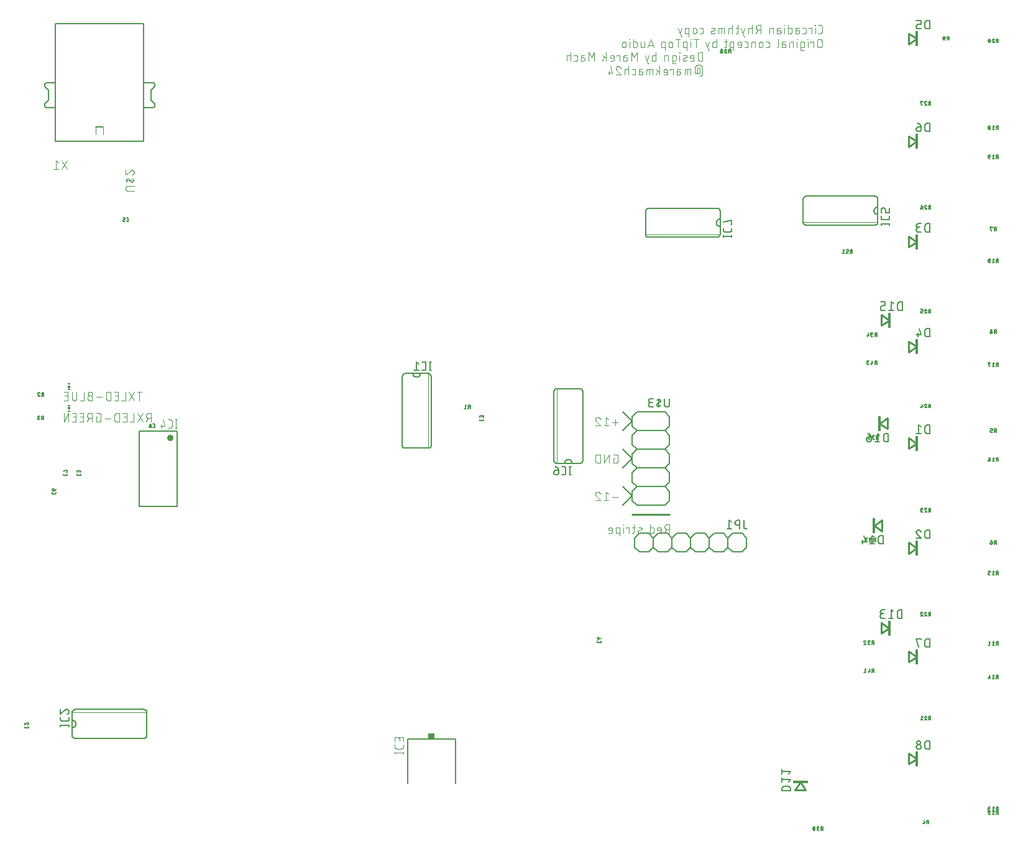
<source format=gbr>
G04 EAGLE Gerber X2 export*
%TF.Part,Single*%
%TF.FileFunction,Legend,Bot,1*%
%TF.FilePolarity,Positive*%
%TF.GenerationSoftware,Autodesk,EAGLE,9.1.1*%
%TF.CreationDate,2018-07-20T09:13:18Z*%
G75*
%MOMM*%
%FSLAX34Y34*%
%LPD*%
%AMOC8*
5,1,8,0,0,1.08239X$1,22.5*%
G01*
%ADD10C,0.101600*%
%ADD11C,0.127000*%
%ADD12C,0.152400*%
%ADD13C,0.050800*%
%ADD14C,0.203200*%
%ADD15R,0.863600X0.762000*%
%ADD16C,0.050400*%
%ADD17C,0.884400*%
%ADD18R,0.300000X0.150000*%
%ADD19R,0.300000X0.300000*%
%ADD20C,0.254000*%
%ADD21R,0.300000X2.100000*%
%ADD22R,2.100000X0.300000*%


D10*
X1497725Y1088644D02*
X1500322Y1088644D01*
X1500421Y1088646D01*
X1500521Y1088652D01*
X1500620Y1088661D01*
X1500718Y1088674D01*
X1500816Y1088691D01*
X1500914Y1088712D01*
X1501010Y1088737D01*
X1501105Y1088765D01*
X1501199Y1088797D01*
X1501292Y1088832D01*
X1501384Y1088871D01*
X1501474Y1088914D01*
X1501562Y1088959D01*
X1501649Y1089009D01*
X1501733Y1089061D01*
X1501816Y1089117D01*
X1501896Y1089175D01*
X1501974Y1089237D01*
X1502049Y1089302D01*
X1502122Y1089370D01*
X1502192Y1089440D01*
X1502260Y1089513D01*
X1502325Y1089588D01*
X1502387Y1089666D01*
X1502445Y1089746D01*
X1502501Y1089829D01*
X1502553Y1089913D01*
X1502603Y1090000D01*
X1502648Y1090088D01*
X1502691Y1090178D01*
X1502730Y1090270D01*
X1502765Y1090363D01*
X1502797Y1090457D01*
X1502825Y1090552D01*
X1502850Y1090648D01*
X1502871Y1090746D01*
X1502888Y1090844D01*
X1502901Y1090942D01*
X1502910Y1091041D01*
X1502916Y1091141D01*
X1502918Y1091240D01*
X1502918Y1097732D01*
X1502916Y1097831D01*
X1502910Y1097931D01*
X1502901Y1098030D01*
X1502888Y1098128D01*
X1502871Y1098226D01*
X1502850Y1098324D01*
X1502825Y1098420D01*
X1502797Y1098515D01*
X1502765Y1098609D01*
X1502730Y1098702D01*
X1502691Y1098794D01*
X1502648Y1098884D01*
X1502603Y1098972D01*
X1502553Y1099059D01*
X1502501Y1099143D01*
X1502445Y1099226D01*
X1502387Y1099306D01*
X1502325Y1099384D01*
X1502260Y1099459D01*
X1502192Y1099532D01*
X1502122Y1099602D01*
X1502049Y1099670D01*
X1501974Y1099735D01*
X1501896Y1099797D01*
X1501816Y1099855D01*
X1501733Y1099911D01*
X1501649Y1099963D01*
X1501562Y1100013D01*
X1501474Y1100058D01*
X1501384Y1100101D01*
X1501292Y1100140D01*
X1501199Y1100175D01*
X1501105Y1100207D01*
X1501010Y1100235D01*
X1500914Y1100260D01*
X1500816Y1100281D01*
X1500718Y1100298D01*
X1500620Y1100311D01*
X1500521Y1100320D01*
X1500421Y1100326D01*
X1500322Y1100328D01*
X1497725Y1100328D01*
X1493543Y1096433D02*
X1493543Y1088644D01*
X1493868Y1099679D02*
X1493868Y1100328D01*
X1493219Y1100328D01*
X1493219Y1099679D01*
X1493868Y1099679D01*
X1488453Y1096433D02*
X1488453Y1088644D01*
X1488453Y1096433D02*
X1484559Y1096433D01*
X1484559Y1095135D01*
X1478939Y1088644D02*
X1476343Y1088644D01*
X1478939Y1088644D02*
X1479026Y1088646D01*
X1479114Y1088652D01*
X1479200Y1088662D01*
X1479287Y1088675D01*
X1479372Y1088693D01*
X1479457Y1088714D01*
X1479541Y1088739D01*
X1479623Y1088768D01*
X1479704Y1088801D01*
X1479784Y1088837D01*
X1479862Y1088876D01*
X1479938Y1088920D01*
X1480012Y1088966D01*
X1480083Y1089016D01*
X1480153Y1089069D01*
X1480220Y1089125D01*
X1480284Y1089184D01*
X1480346Y1089246D01*
X1480405Y1089310D01*
X1480461Y1089377D01*
X1480514Y1089447D01*
X1480564Y1089518D01*
X1480610Y1089592D01*
X1480654Y1089668D01*
X1480693Y1089746D01*
X1480729Y1089826D01*
X1480762Y1089907D01*
X1480791Y1089989D01*
X1480816Y1090073D01*
X1480837Y1090158D01*
X1480855Y1090243D01*
X1480868Y1090330D01*
X1480878Y1090416D01*
X1480884Y1090504D01*
X1480886Y1090591D01*
X1480886Y1094486D01*
X1480884Y1094573D01*
X1480878Y1094661D01*
X1480868Y1094747D01*
X1480855Y1094834D01*
X1480837Y1094919D01*
X1480816Y1095004D01*
X1480791Y1095088D01*
X1480762Y1095170D01*
X1480729Y1095251D01*
X1480693Y1095331D01*
X1480654Y1095409D01*
X1480610Y1095485D01*
X1480564Y1095559D01*
X1480514Y1095630D01*
X1480461Y1095700D01*
X1480405Y1095767D01*
X1480346Y1095831D01*
X1480284Y1095893D01*
X1480220Y1095952D01*
X1480153Y1096008D01*
X1480083Y1096061D01*
X1480012Y1096111D01*
X1479938Y1096157D01*
X1479862Y1096201D01*
X1479784Y1096240D01*
X1479704Y1096276D01*
X1479623Y1096309D01*
X1479541Y1096338D01*
X1479457Y1096363D01*
X1479372Y1096384D01*
X1479287Y1096402D01*
X1479200Y1096415D01*
X1479114Y1096425D01*
X1479026Y1096431D01*
X1478939Y1096433D01*
X1476343Y1096433D01*
X1469924Y1093188D02*
X1467003Y1093188D01*
X1469924Y1093188D02*
X1470018Y1093186D01*
X1470112Y1093180D01*
X1470205Y1093171D01*
X1470298Y1093157D01*
X1470390Y1093140D01*
X1470482Y1093118D01*
X1470572Y1093094D01*
X1470662Y1093065D01*
X1470750Y1093033D01*
X1470837Y1092997D01*
X1470922Y1092957D01*
X1471005Y1092914D01*
X1471087Y1092868D01*
X1471167Y1092818D01*
X1471244Y1092765D01*
X1471319Y1092709D01*
X1471392Y1092650D01*
X1471463Y1092588D01*
X1471531Y1092523D01*
X1471596Y1092455D01*
X1471658Y1092384D01*
X1471717Y1092311D01*
X1471773Y1092236D01*
X1471826Y1092159D01*
X1471876Y1092079D01*
X1471922Y1091997D01*
X1471965Y1091914D01*
X1472005Y1091829D01*
X1472041Y1091742D01*
X1472073Y1091654D01*
X1472102Y1091564D01*
X1472126Y1091474D01*
X1472148Y1091382D01*
X1472165Y1091290D01*
X1472179Y1091197D01*
X1472188Y1091104D01*
X1472194Y1091010D01*
X1472196Y1090916D01*
X1472194Y1090822D01*
X1472188Y1090728D01*
X1472179Y1090635D01*
X1472165Y1090542D01*
X1472148Y1090450D01*
X1472126Y1090358D01*
X1472102Y1090268D01*
X1472073Y1090178D01*
X1472041Y1090090D01*
X1472005Y1090003D01*
X1471965Y1089918D01*
X1471922Y1089835D01*
X1471876Y1089753D01*
X1471826Y1089673D01*
X1471773Y1089596D01*
X1471717Y1089521D01*
X1471658Y1089448D01*
X1471596Y1089377D01*
X1471531Y1089309D01*
X1471463Y1089244D01*
X1471392Y1089182D01*
X1471319Y1089123D01*
X1471244Y1089067D01*
X1471167Y1089014D01*
X1471087Y1088964D01*
X1471005Y1088918D01*
X1470922Y1088875D01*
X1470837Y1088835D01*
X1470750Y1088799D01*
X1470662Y1088767D01*
X1470572Y1088738D01*
X1470482Y1088714D01*
X1470390Y1088692D01*
X1470298Y1088675D01*
X1470205Y1088661D01*
X1470112Y1088652D01*
X1470018Y1088646D01*
X1469924Y1088644D01*
X1467003Y1088644D01*
X1467003Y1094486D01*
X1467005Y1094573D01*
X1467011Y1094661D01*
X1467021Y1094747D01*
X1467034Y1094834D01*
X1467052Y1094919D01*
X1467073Y1095004D01*
X1467098Y1095088D01*
X1467127Y1095170D01*
X1467160Y1095251D01*
X1467196Y1095331D01*
X1467235Y1095409D01*
X1467279Y1095485D01*
X1467325Y1095559D01*
X1467375Y1095630D01*
X1467428Y1095700D01*
X1467484Y1095767D01*
X1467543Y1095832D01*
X1467605Y1095893D01*
X1467669Y1095952D01*
X1467736Y1096008D01*
X1467806Y1096061D01*
X1467877Y1096111D01*
X1467951Y1096157D01*
X1468027Y1096201D01*
X1468105Y1096240D01*
X1468185Y1096276D01*
X1468266Y1096309D01*
X1468348Y1096338D01*
X1468432Y1096363D01*
X1468517Y1096384D01*
X1468602Y1096402D01*
X1468689Y1096415D01*
X1468776Y1096425D01*
X1468863Y1096431D01*
X1468950Y1096433D01*
X1471547Y1096433D01*
X1456716Y1100328D02*
X1456716Y1088644D01*
X1459961Y1088644D01*
X1460048Y1088646D01*
X1460136Y1088652D01*
X1460222Y1088662D01*
X1460309Y1088675D01*
X1460394Y1088693D01*
X1460479Y1088714D01*
X1460563Y1088739D01*
X1460645Y1088768D01*
X1460726Y1088801D01*
X1460806Y1088837D01*
X1460884Y1088876D01*
X1460960Y1088920D01*
X1461034Y1088966D01*
X1461105Y1089016D01*
X1461175Y1089069D01*
X1461242Y1089125D01*
X1461306Y1089184D01*
X1461368Y1089246D01*
X1461427Y1089310D01*
X1461483Y1089377D01*
X1461536Y1089447D01*
X1461586Y1089518D01*
X1461632Y1089592D01*
X1461676Y1089668D01*
X1461715Y1089746D01*
X1461751Y1089826D01*
X1461784Y1089907D01*
X1461813Y1089989D01*
X1461838Y1090073D01*
X1461859Y1090158D01*
X1461877Y1090243D01*
X1461890Y1090330D01*
X1461900Y1090416D01*
X1461906Y1090504D01*
X1461908Y1090591D01*
X1461909Y1090591D02*
X1461909Y1094486D01*
X1461908Y1094486D02*
X1461906Y1094573D01*
X1461900Y1094661D01*
X1461890Y1094747D01*
X1461877Y1094834D01*
X1461859Y1094919D01*
X1461838Y1095004D01*
X1461813Y1095088D01*
X1461784Y1095170D01*
X1461751Y1095251D01*
X1461715Y1095331D01*
X1461676Y1095409D01*
X1461632Y1095485D01*
X1461586Y1095559D01*
X1461536Y1095630D01*
X1461483Y1095700D01*
X1461427Y1095767D01*
X1461368Y1095831D01*
X1461306Y1095893D01*
X1461242Y1095952D01*
X1461175Y1096008D01*
X1461105Y1096061D01*
X1461034Y1096111D01*
X1460960Y1096157D01*
X1460884Y1096201D01*
X1460806Y1096240D01*
X1460726Y1096276D01*
X1460645Y1096309D01*
X1460563Y1096338D01*
X1460479Y1096363D01*
X1460394Y1096384D01*
X1460309Y1096402D01*
X1460222Y1096415D01*
X1460136Y1096425D01*
X1460048Y1096431D01*
X1459961Y1096433D01*
X1456716Y1096433D01*
X1451633Y1096433D02*
X1451633Y1088644D01*
X1451958Y1099679D02*
X1451958Y1100328D01*
X1451309Y1100328D01*
X1451309Y1099679D01*
X1451958Y1099679D01*
X1444778Y1093188D02*
X1441857Y1093188D01*
X1444778Y1093188D02*
X1444872Y1093186D01*
X1444966Y1093180D01*
X1445059Y1093171D01*
X1445152Y1093157D01*
X1445244Y1093140D01*
X1445336Y1093118D01*
X1445426Y1093094D01*
X1445516Y1093065D01*
X1445604Y1093033D01*
X1445691Y1092997D01*
X1445776Y1092957D01*
X1445859Y1092914D01*
X1445941Y1092868D01*
X1446021Y1092818D01*
X1446098Y1092765D01*
X1446173Y1092709D01*
X1446246Y1092650D01*
X1446317Y1092588D01*
X1446385Y1092523D01*
X1446450Y1092455D01*
X1446512Y1092384D01*
X1446571Y1092311D01*
X1446627Y1092236D01*
X1446680Y1092159D01*
X1446730Y1092079D01*
X1446776Y1091997D01*
X1446819Y1091914D01*
X1446859Y1091829D01*
X1446895Y1091742D01*
X1446927Y1091654D01*
X1446956Y1091564D01*
X1446980Y1091474D01*
X1447002Y1091382D01*
X1447019Y1091290D01*
X1447033Y1091197D01*
X1447042Y1091104D01*
X1447048Y1091010D01*
X1447050Y1090916D01*
X1447048Y1090822D01*
X1447042Y1090728D01*
X1447033Y1090635D01*
X1447019Y1090542D01*
X1447002Y1090450D01*
X1446980Y1090358D01*
X1446956Y1090268D01*
X1446927Y1090178D01*
X1446895Y1090090D01*
X1446859Y1090003D01*
X1446819Y1089918D01*
X1446776Y1089835D01*
X1446730Y1089753D01*
X1446680Y1089673D01*
X1446627Y1089596D01*
X1446571Y1089521D01*
X1446512Y1089448D01*
X1446450Y1089377D01*
X1446385Y1089309D01*
X1446317Y1089244D01*
X1446246Y1089182D01*
X1446173Y1089123D01*
X1446098Y1089067D01*
X1446021Y1089014D01*
X1445941Y1088964D01*
X1445859Y1088918D01*
X1445776Y1088875D01*
X1445691Y1088835D01*
X1445604Y1088799D01*
X1445516Y1088767D01*
X1445426Y1088738D01*
X1445336Y1088714D01*
X1445244Y1088692D01*
X1445152Y1088675D01*
X1445059Y1088661D01*
X1444966Y1088652D01*
X1444872Y1088646D01*
X1444778Y1088644D01*
X1441857Y1088644D01*
X1441857Y1094486D01*
X1441859Y1094573D01*
X1441865Y1094661D01*
X1441875Y1094747D01*
X1441888Y1094834D01*
X1441906Y1094919D01*
X1441927Y1095004D01*
X1441952Y1095088D01*
X1441981Y1095170D01*
X1442014Y1095251D01*
X1442050Y1095331D01*
X1442089Y1095409D01*
X1442133Y1095485D01*
X1442179Y1095559D01*
X1442229Y1095630D01*
X1442282Y1095700D01*
X1442338Y1095767D01*
X1442397Y1095832D01*
X1442459Y1095893D01*
X1442523Y1095952D01*
X1442590Y1096008D01*
X1442660Y1096061D01*
X1442731Y1096111D01*
X1442805Y1096157D01*
X1442881Y1096201D01*
X1442959Y1096240D01*
X1443039Y1096276D01*
X1443120Y1096309D01*
X1443202Y1096338D01*
X1443286Y1096363D01*
X1443371Y1096384D01*
X1443456Y1096402D01*
X1443543Y1096415D01*
X1443630Y1096425D01*
X1443717Y1096431D01*
X1443804Y1096433D01*
X1446401Y1096433D01*
X1436323Y1096433D02*
X1436323Y1088644D01*
X1436323Y1096433D02*
X1433077Y1096433D01*
X1432990Y1096431D01*
X1432902Y1096425D01*
X1432816Y1096415D01*
X1432729Y1096402D01*
X1432644Y1096384D01*
X1432559Y1096363D01*
X1432475Y1096338D01*
X1432393Y1096309D01*
X1432312Y1096276D01*
X1432232Y1096240D01*
X1432154Y1096201D01*
X1432078Y1096157D01*
X1432004Y1096111D01*
X1431933Y1096061D01*
X1431863Y1096008D01*
X1431796Y1095952D01*
X1431732Y1095893D01*
X1431670Y1095832D01*
X1431611Y1095767D01*
X1431555Y1095700D01*
X1431502Y1095630D01*
X1431452Y1095559D01*
X1431406Y1095485D01*
X1431363Y1095409D01*
X1431323Y1095331D01*
X1431287Y1095251D01*
X1431254Y1095170D01*
X1431225Y1095088D01*
X1431200Y1095004D01*
X1431179Y1094919D01*
X1431161Y1094834D01*
X1431148Y1094747D01*
X1431138Y1094661D01*
X1431132Y1094573D01*
X1431130Y1094486D01*
X1431130Y1088644D01*
X1419372Y1088644D02*
X1419372Y1100328D01*
X1416127Y1100328D01*
X1416014Y1100326D01*
X1415901Y1100320D01*
X1415788Y1100310D01*
X1415675Y1100296D01*
X1415563Y1100279D01*
X1415452Y1100257D01*
X1415342Y1100232D01*
X1415232Y1100202D01*
X1415124Y1100169D01*
X1415017Y1100132D01*
X1414911Y1100092D01*
X1414807Y1100047D01*
X1414704Y1099999D01*
X1414603Y1099948D01*
X1414504Y1099893D01*
X1414407Y1099835D01*
X1414312Y1099773D01*
X1414219Y1099708D01*
X1414129Y1099640D01*
X1414041Y1099569D01*
X1413955Y1099494D01*
X1413872Y1099417D01*
X1413792Y1099337D01*
X1413715Y1099254D01*
X1413640Y1099168D01*
X1413569Y1099080D01*
X1413501Y1098990D01*
X1413436Y1098897D01*
X1413374Y1098802D01*
X1413316Y1098705D01*
X1413261Y1098606D01*
X1413210Y1098505D01*
X1413162Y1098402D01*
X1413117Y1098298D01*
X1413077Y1098192D01*
X1413040Y1098085D01*
X1413007Y1097977D01*
X1412977Y1097867D01*
X1412952Y1097757D01*
X1412930Y1097646D01*
X1412913Y1097534D01*
X1412899Y1097421D01*
X1412889Y1097308D01*
X1412883Y1097195D01*
X1412881Y1097082D01*
X1412883Y1096969D01*
X1412889Y1096856D01*
X1412899Y1096743D01*
X1412913Y1096630D01*
X1412930Y1096518D01*
X1412952Y1096407D01*
X1412977Y1096297D01*
X1413007Y1096187D01*
X1413040Y1096079D01*
X1413077Y1095972D01*
X1413117Y1095866D01*
X1413162Y1095762D01*
X1413210Y1095659D01*
X1413261Y1095558D01*
X1413316Y1095459D01*
X1413374Y1095362D01*
X1413436Y1095267D01*
X1413501Y1095174D01*
X1413569Y1095084D01*
X1413640Y1094996D01*
X1413715Y1094910D01*
X1413792Y1094827D01*
X1413872Y1094747D01*
X1413955Y1094670D01*
X1414041Y1094595D01*
X1414129Y1094524D01*
X1414219Y1094456D01*
X1414312Y1094391D01*
X1414407Y1094329D01*
X1414504Y1094271D01*
X1414603Y1094216D01*
X1414704Y1094165D01*
X1414807Y1094117D01*
X1414911Y1094072D01*
X1415017Y1094032D01*
X1415124Y1093995D01*
X1415232Y1093962D01*
X1415342Y1093932D01*
X1415452Y1093907D01*
X1415563Y1093885D01*
X1415675Y1093868D01*
X1415788Y1093854D01*
X1415901Y1093844D01*
X1416014Y1093838D01*
X1416127Y1093836D01*
X1416127Y1093837D02*
X1419372Y1093837D01*
X1415478Y1093837D02*
X1412881Y1088644D01*
X1407748Y1088644D02*
X1407748Y1100328D01*
X1407748Y1096433D02*
X1404502Y1096433D01*
X1404415Y1096431D01*
X1404327Y1096425D01*
X1404241Y1096415D01*
X1404154Y1096402D01*
X1404069Y1096384D01*
X1403984Y1096363D01*
X1403900Y1096338D01*
X1403818Y1096309D01*
X1403737Y1096276D01*
X1403657Y1096240D01*
X1403579Y1096201D01*
X1403503Y1096157D01*
X1403429Y1096111D01*
X1403358Y1096061D01*
X1403288Y1096008D01*
X1403221Y1095952D01*
X1403157Y1095893D01*
X1403095Y1095832D01*
X1403036Y1095767D01*
X1402980Y1095700D01*
X1402927Y1095630D01*
X1402877Y1095559D01*
X1402831Y1095485D01*
X1402788Y1095409D01*
X1402748Y1095331D01*
X1402712Y1095251D01*
X1402679Y1095170D01*
X1402650Y1095088D01*
X1402625Y1095004D01*
X1402604Y1094919D01*
X1402586Y1094834D01*
X1402573Y1094747D01*
X1402563Y1094661D01*
X1402557Y1094573D01*
X1402555Y1094486D01*
X1402555Y1088644D01*
X1397842Y1084749D02*
X1396544Y1084749D01*
X1392649Y1096433D01*
X1397842Y1096433D02*
X1395245Y1088644D01*
X1389284Y1096433D02*
X1385390Y1096433D01*
X1387986Y1100328D02*
X1387986Y1090591D01*
X1387984Y1090504D01*
X1387978Y1090416D01*
X1387968Y1090330D01*
X1387955Y1090243D01*
X1387937Y1090158D01*
X1387916Y1090073D01*
X1387891Y1089989D01*
X1387862Y1089907D01*
X1387829Y1089826D01*
X1387793Y1089746D01*
X1387754Y1089668D01*
X1387710Y1089592D01*
X1387664Y1089518D01*
X1387614Y1089447D01*
X1387561Y1089377D01*
X1387505Y1089310D01*
X1387446Y1089246D01*
X1387384Y1089184D01*
X1387320Y1089125D01*
X1387253Y1089069D01*
X1387183Y1089016D01*
X1387112Y1088966D01*
X1387038Y1088920D01*
X1386962Y1088876D01*
X1386884Y1088837D01*
X1386804Y1088801D01*
X1386723Y1088768D01*
X1386641Y1088739D01*
X1386557Y1088714D01*
X1386472Y1088693D01*
X1386387Y1088675D01*
X1386300Y1088662D01*
X1386214Y1088652D01*
X1386126Y1088646D01*
X1386039Y1088644D01*
X1385390Y1088644D01*
X1380697Y1088644D02*
X1380697Y1100328D01*
X1380697Y1096433D02*
X1377451Y1096433D01*
X1377364Y1096431D01*
X1377276Y1096425D01*
X1377190Y1096415D01*
X1377103Y1096402D01*
X1377018Y1096384D01*
X1376933Y1096363D01*
X1376849Y1096338D01*
X1376767Y1096309D01*
X1376686Y1096276D01*
X1376606Y1096240D01*
X1376528Y1096201D01*
X1376452Y1096157D01*
X1376378Y1096111D01*
X1376307Y1096061D01*
X1376237Y1096008D01*
X1376170Y1095952D01*
X1376106Y1095893D01*
X1376044Y1095832D01*
X1375985Y1095767D01*
X1375929Y1095700D01*
X1375876Y1095630D01*
X1375826Y1095559D01*
X1375780Y1095485D01*
X1375737Y1095409D01*
X1375697Y1095331D01*
X1375661Y1095251D01*
X1375628Y1095170D01*
X1375599Y1095088D01*
X1375574Y1095004D01*
X1375553Y1094919D01*
X1375535Y1094834D01*
X1375522Y1094747D01*
X1375512Y1094661D01*
X1375506Y1094573D01*
X1375504Y1094486D01*
X1375504Y1088644D01*
X1369803Y1088644D02*
X1369803Y1096433D01*
X1363961Y1096433D01*
X1363874Y1096431D01*
X1363786Y1096425D01*
X1363700Y1096415D01*
X1363613Y1096402D01*
X1363528Y1096384D01*
X1363443Y1096363D01*
X1363359Y1096338D01*
X1363277Y1096309D01*
X1363196Y1096276D01*
X1363116Y1096240D01*
X1363038Y1096201D01*
X1362962Y1096157D01*
X1362888Y1096111D01*
X1362817Y1096061D01*
X1362747Y1096008D01*
X1362680Y1095952D01*
X1362616Y1095893D01*
X1362554Y1095831D01*
X1362495Y1095767D01*
X1362439Y1095700D01*
X1362386Y1095630D01*
X1362336Y1095559D01*
X1362290Y1095485D01*
X1362246Y1095409D01*
X1362207Y1095331D01*
X1362171Y1095251D01*
X1362138Y1095170D01*
X1362109Y1095088D01*
X1362084Y1095004D01*
X1362063Y1094919D01*
X1362045Y1094834D01*
X1362032Y1094747D01*
X1362022Y1094661D01*
X1362016Y1094573D01*
X1362014Y1094486D01*
X1362014Y1088644D01*
X1365909Y1088644D02*
X1365909Y1096433D01*
X1355720Y1093188D02*
X1352475Y1091890D01*
X1355720Y1093187D02*
X1355795Y1093220D01*
X1355869Y1093256D01*
X1355941Y1093295D01*
X1356011Y1093338D01*
X1356078Y1093384D01*
X1356144Y1093434D01*
X1356206Y1093486D01*
X1356267Y1093542D01*
X1356324Y1093600D01*
X1356379Y1093661D01*
X1356430Y1093725D01*
X1356478Y1093791D01*
X1356523Y1093860D01*
X1356565Y1093930D01*
X1356603Y1094003D01*
X1356638Y1094077D01*
X1356669Y1094153D01*
X1356696Y1094230D01*
X1356719Y1094309D01*
X1356739Y1094388D01*
X1356754Y1094469D01*
X1356766Y1094550D01*
X1356774Y1094632D01*
X1356778Y1094713D01*
X1356777Y1094795D01*
X1356773Y1094877D01*
X1356765Y1094959D01*
X1356753Y1095040D01*
X1356737Y1095120D01*
X1356717Y1095200D01*
X1356693Y1095278D01*
X1356665Y1095355D01*
X1356634Y1095431D01*
X1356599Y1095505D01*
X1356561Y1095577D01*
X1356519Y1095648D01*
X1356473Y1095716D01*
X1356425Y1095782D01*
X1356373Y1095845D01*
X1356318Y1095906D01*
X1356260Y1095964D01*
X1356200Y1096020D01*
X1356137Y1096072D01*
X1356071Y1096121D01*
X1356003Y1096167D01*
X1355933Y1096209D01*
X1355861Y1096249D01*
X1355787Y1096284D01*
X1355712Y1096316D01*
X1355635Y1096344D01*
X1355557Y1096368D01*
X1355477Y1096389D01*
X1355397Y1096406D01*
X1355316Y1096418D01*
X1355235Y1096427D01*
X1355153Y1096432D01*
X1355071Y1096433D01*
X1354894Y1096429D01*
X1354717Y1096420D01*
X1354540Y1096406D01*
X1354363Y1096389D01*
X1354188Y1096367D01*
X1354012Y1096342D01*
X1353838Y1096311D01*
X1353664Y1096277D01*
X1353491Y1096239D01*
X1353319Y1096196D01*
X1353148Y1096149D01*
X1352978Y1096099D01*
X1352809Y1096044D01*
X1352642Y1095985D01*
X1352477Y1095922D01*
X1352312Y1095855D01*
X1352150Y1095784D01*
X1352475Y1091890D02*
X1352400Y1091857D01*
X1352326Y1091821D01*
X1352254Y1091782D01*
X1352184Y1091739D01*
X1352117Y1091693D01*
X1352051Y1091643D01*
X1351989Y1091591D01*
X1351928Y1091535D01*
X1351871Y1091477D01*
X1351816Y1091416D01*
X1351765Y1091352D01*
X1351717Y1091286D01*
X1351672Y1091217D01*
X1351630Y1091147D01*
X1351592Y1091074D01*
X1351557Y1091000D01*
X1351526Y1090924D01*
X1351499Y1090847D01*
X1351476Y1090768D01*
X1351456Y1090689D01*
X1351441Y1090608D01*
X1351429Y1090527D01*
X1351421Y1090445D01*
X1351417Y1090364D01*
X1351418Y1090282D01*
X1351422Y1090200D01*
X1351430Y1090118D01*
X1351442Y1090037D01*
X1351458Y1089957D01*
X1351478Y1089877D01*
X1351502Y1089799D01*
X1351530Y1089722D01*
X1351561Y1089646D01*
X1351596Y1089572D01*
X1351634Y1089500D01*
X1351676Y1089429D01*
X1351722Y1089361D01*
X1351770Y1089295D01*
X1351822Y1089232D01*
X1351877Y1089171D01*
X1351935Y1089113D01*
X1351995Y1089057D01*
X1352058Y1089005D01*
X1352124Y1088956D01*
X1352192Y1088910D01*
X1352262Y1088868D01*
X1352334Y1088828D01*
X1352408Y1088793D01*
X1352483Y1088761D01*
X1352560Y1088733D01*
X1352638Y1088709D01*
X1352718Y1088688D01*
X1352798Y1088671D01*
X1352879Y1088659D01*
X1352960Y1088650D01*
X1353042Y1088645D01*
X1353124Y1088644D01*
X1353384Y1088651D01*
X1353644Y1088664D01*
X1353904Y1088683D01*
X1354163Y1088708D01*
X1354422Y1088740D01*
X1354679Y1088777D01*
X1354936Y1088821D01*
X1355192Y1088870D01*
X1355446Y1088926D01*
X1355699Y1088987D01*
X1355950Y1089055D01*
X1356200Y1089129D01*
X1356448Y1089208D01*
X1356694Y1089293D01*
X1338731Y1088644D02*
X1336135Y1088644D01*
X1338731Y1088644D02*
X1338818Y1088646D01*
X1338906Y1088652D01*
X1338992Y1088662D01*
X1339079Y1088675D01*
X1339164Y1088693D01*
X1339249Y1088714D01*
X1339333Y1088739D01*
X1339415Y1088768D01*
X1339496Y1088801D01*
X1339576Y1088837D01*
X1339654Y1088876D01*
X1339730Y1088920D01*
X1339804Y1088966D01*
X1339875Y1089016D01*
X1339945Y1089069D01*
X1340012Y1089125D01*
X1340076Y1089184D01*
X1340138Y1089246D01*
X1340197Y1089310D01*
X1340253Y1089377D01*
X1340306Y1089447D01*
X1340356Y1089518D01*
X1340402Y1089592D01*
X1340446Y1089668D01*
X1340485Y1089746D01*
X1340521Y1089826D01*
X1340554Y1089907D01*
X1340583Y1089989D01*
X1340608Y1090073D01*
X1340629Y1090158D01*
X1340647Y1090243D01*
X1340660Y1090330D01*
X1340670Y1090416D01*
X1340676Y1090504D01*
X1340678Y1090591D01*
X1340679Y1090591D02*
X1340679Y1094486D01*
X1340678Y1094486D02*
X1340676Y1094573D01*
X1340670Y1094661D01*
X1340660Y1094747D01*
X1340647Y1094834D01*
X1340629Y1094919D01*
X1340608Y1095004D01*
X1340583Y1095088D01*
X1340554Y1095170D01*
X1340521Y1095251D01*
X1340485Y1095331D01*
X1340446Y1095409D01*
X1340402Y1095485D01*
X1340356Y1095559D01*
X1340306Y1095630D01*
X1340253Y1095700D01*
X1340197Y1095767D01*
X1340138Y1095831D01*
X1340076Y1095893D01*
X1340012Y1095952D01*
X1339945Y1096008D01*
X1339875Y1096061D01*
X1339804Y1096111D01*
X1339730Y1096157D01*
X1339654Y1096201D01*
X1339576Y1096240D01*
X1339496Y1096276D01*
X1339415Y1096309D01*
X1339333Y1096338D01*
X1339249Y1096363D01*
X1339164Y1096384D01*
X1339079Y1096402D01*
X1338992Y1096415D01*
X1338906Y1096425D01*
X1338818Y1096431D01*
X1338731Y1096433D01*
X1336135Y1096433D01*
X1331929Y1093837D02*
X1331929Y1091240D01*
X1331929Y1093837D02*
X1331927Y1093938D01*
X1331921Y1094038D01*
X1331911Y1094138D01*
X1331898Y1094238D01*
X1331880Y1094337D01*
X1331859Y1094436D01*
X1331834Y1094533D01*
X1331805Y1094630D01*
X1331772Y1094725D01*
X1331736Y1094819D01*
X1331696Y1094911D01*
X1331653Y1095002D01*
X1331606Y1095091D01*
X1331556Y1095178D01*
X1331502Y1095264D01*
X1331445Y1095347D01*
X1331385Y1095427D01*
X1331322Y1095506D01*
X1331255Y1095582D01*
X1331186Y1095655D01*
X1331114Y1095725D01*
X1331040Y1095793D01*
X1330963Y1095858D01*
X1330883Y1095919D01*
X1330801Y1095978D01*
X1330717Y1096033D01*
X1330631Y1096085D01*
X1330543Y1096134D01*
X1330453Y1096179D01*
X1330361Y1096221D01*
X1330268Y1096259D01*
X1330173Y1096293D01*
X1330078Y1096324D01*
X1329981Y1096351D01*
X1329883Y1096374D01*
X1329784Y1096394D01*
X1329684Y1096409D01*
X1329584Y1096421D01*
X1329484Y1096429D01*
X1329383Y1096433D01*
X1329283Y1096433D01*
X1329182Y1096429D01*
X1329082Y1096421D01*
X1328982Y1096409D01*
X1328882Y1096394D01*
X1328783Y1096374D01*
X1328685Y1096351D01*
X1328588Y1096324D01*
X1328493Y1096293D01*
X1328398Y1096259D01*
X1328305Y1096221D01*
X1328213Y1096179D01*
X1328123Y1096134D01*
X1328035Y1096085D01*
X1327949Y1096033D01*
X1327865Y1095978D01*
X1327783Y1095919D01*
X1327703Y1095858D01*
X1327626Y1095793D01*
X1327552Y1095725D01*
X1327480Y1095655D01*
X1327411Y1095582D01*
X1327344Y1095506D01*
X1327281Y1095427D01*
X1327221Y1095347D01*
X1327164Y1095264D01*
X1327110Y1095178D01*
X1327060Y1095091D01*
X1327013Y1095002D01*
X1326970Y1094911D01*
X1326930Y1094819D01*
X1326894Y1094725D01*
X1326861Y1094630D01*
X1326832Y1094533D01*
X1326807Y1094436D01*
X1326786Y1094337D01*
X1326768Y1094238D01*
X1326755Y1094138D01*
X1326745Y1094038D01*
X1326739Y1093938D01*
X1326737Y1093837D01*
X1326736Y1093837D02*
X1326736Y1091240D01*
X1326737Y1091240D02*
X1326739Y1091139D01*
X1326745Y1091039D01*
X1326755Y1090939D01*
X1326768Y1090839D01*
X1326786Y1090740D01*
X1326807Y1090641D01*
X1326832Y1090544D01*
X1326861Y1090447D01*
X1326894Y1090352D01*
X1326930Y1090258D01*
X1326970Y1090166D01*
X1327013Y1090075D01*
X1327060Y1089986D01*
X1327110Y1089899D01*
X1327164Y1089813D01*
X1327221Y1089730D01*
X1327281Y1089650D01*
X1327344Y1089571D01*
X1327411Y1089495D01*
X1327480Y1089422D01*
X1327552Y1089352D01*
X1327626Y1089284D01*
X1327703Y1089219D01*
X1327783Y1089158D01*
X1327865Y1089099D01*
X1327949Y1089044D01*
X1328035Y1088992D01*
X1328123Y1088943D01*
X1328213Y1088898D01*
X1328305Y1088856D01*
X1328398Y1088818D01*
X1328493Y1088784D01*
X1328588Y1088753D01*
X1328685Y1088726D01*
X1328783Y1088703D01*
X1328882Y1088683D01*
X1328982Y1088668D01*
X1329082Y1088656D01*
X1329182Y1088648D01*
X1329283Y1088644D01*
X1329383Y1088644D01*
X1329484Y1088648D01*
X1329584Y1088656D01*
X1329684Y1088668D01*
X1329784Y1088683D01*
X1329883Y1088703D01*
X1329981Y1088726D01*
X1330078Y1088753D01*
X1330173Y1088784D01*
X1330268Y1088818D01*
X1330361Y1088856D01*
X1330453Y1088898D01*
X1330543Y1088943D01*
X1330631Y1088992D01*
X1330717Y1089044D01*
X1330801Y1089099D01*
X1330883Y1089158D01*
X1330963Y1089219D01*
X1331040Y1089284D01*
X1331114Y1089352D01*
X1331186Y1089422D01*
X1331255Y1089495D01*
X1331322Y1089571D01*
X1331385Y1089650D01*
X1331445Y1089730D01*
X1331502Y1089813D01*
X1331556Y1089899D01*
X1331606Y1089986D01*
X1331653Y1090075D01*
X1331696Y1090166D01*
X1331736Y1090258D01*
X1331772Y1090352D01*
X1331805Y1090447D01*
X1331834Y1090544D01*
X1331859Y1090641D01*
X1331880Y1090740D01*
X1331898Y1090839D01*
X1331911Y1090939D01*
X1331921Y1091039D01*
X1331927Y1091139D01*
X1331929Y1091240D01*
X1321583Y1096433D02*
X1321583Y1084749D01*
X1321583Y1096433D02*
X1318338Y1096433D01*
X1318251Y1096431D01*
X1318163Y1096425D01*
X1318077Y1096415D01*
X1317990Y1096402D01*
X1317905Y1096384D01*
X1317820Y1096363D01*
X1317736Y1096338D01*
X1317654Y1096309D01*
X1317573Y1096276D01*
X1317493Y1096240D01*
X1317415Y1096201D01*
X1317339Y1096157D01*
X1317265Y1096111D01*
X1317194Y1096061D01*
X1317124Y1096008D01*
X1317057Y1095952D01*
X1316993Y1095893D01*
X1316931Y1095832D01*
X1316872Y1095767D01*
X1316816Y1095700D01*
X1316763Y1095630D01*
X1316713Y1095559D01*
X1316667Y1095485D01*
X1316624Y1095409D01*
X1316584Y1095331D01*
X1316548Y1095251D01*
X1316515Y1095170D01*
X1316486Y1095088D01*
X1316461Y1095004D01*
X1316440Y1094919D01*
X1316422Y1094834D01*
X1316409Y1094747D01*
X1316399Y1094661D01*
X1316393Y1094573D01*
X1316391Y1094486D01*
X1316390Y1094486D02*
X1316390Y1090591D01*
X1316391Y1090591D02*
X1316393Y1090504D01*
X1316399Y1090416D01*
X1316409Y1090330D01*
X1316422Y1090243D01*
X1316440Y1090158D01*
X1316461Y1090073D01*
X1316486Y1089989D01*
X1316515Y1089907D01*
X1316548Y1089826D01*
X1316584Y1089746D01*
X1316623Y1089668D01*
X1316667Y1089592D01*
X1316713Y1089518D01*
X1316763Y1089447D01*
X1316816Y1089377D01*
X1316872Y1089310D01*
X1316931Y1089245D01*
X1316993Y1089184D01*
X1317057Y1089125D01*
X1317124Y1089069D01*
X1317194Y1089016D01*
X1317265Y1088966D01*
X1317339Y1088920D01*
X1317415Y1088876D01*
X1317493Y1088837D01*
X1317573Y1088801D01*
X1317654Y1088768D01*
X1317736Y1088739D01*
X1317820Y1088714D01*
X1317905Y1088693D01*
X1317990Y1088675D01*
X1318077Y1088662D01*
X1318164Y1088652D01*
X1318251Y1088646D01*
X1318338Y1088644D01*
X1321583Y1088644D01*
X1312117Y1084749D02*
X1310819Y1084749D01*
X1306924Y1096433D01*
X1312117Y1096433D02*
X1309521Y1088644D01*
X1502918Y1078032D02*
X1502918Y1072840D01*
X1502918Y1078032D02*
X1502916Y1078145D01*
X1502910Y1078258D01*
X1502900Y1078371D01*
X1502886Y1078484D01*
X1502869Y1078596D01*
X1502847Y1078707D01*
X1502822Y1078817D01*
X1502792Y1078927D01*
X1502759Y1079035D01*
X1502722Y1079142D01*
X1502682Y1079248D01*
X1502637Y1079352D01*
X1502589Y1079455D01*
X1502538Y1079556D01*
X1502483Y1079655D01*
X1502425Y1079752D01*
X1502363Y1079847D01*
X1502298Y1079940D01*
X1502230Y1080030D01*
X1502159Y1080118D01*
X1502084Y1080204D01*
X1502007Y1080287D01*
X1501927Y1080367D01*
X1501844Y1080444D01*
X1501758Y1080519D01*
X1501670Y1080590D01*
X1501580Y1080658D01*
X1501487Y1080723D01*
X1501392Y1080785D01*
X1501295Y1080843D01*
X1501196Y1080898D01*
X1501095Y1080949D01*
X1500992Y1080997D01*
X1500888Y1081042D01*
X1500782Y1081082D01*
X1500675Y1081119D01*
X1500567Y1081152D01*
X1500457Y1081182D01*
X1500347Y1081207D01*
X1500236Y1081229D01*
X1500124Y1081246D01*
X1500011Y1081260D01*
X1499898Y1081270D01*
X1499785Y1081276D01*
X1499672Y1081278D01*
X1499559Y1081276D01*
X1499446Y1081270D01*
X1499333Y1081260D01*
X1499220Y1081246D01*
X1499108Y1081229D01*
X1498997Y1081207D01*
X1498887Y1081182D01*
X1498777Y1081152D01*
X1498669Y1081119D01*
X1498562Y1081082D01*
X1498456Y1081042D01*
X1498352Y1080997D01*
X1498249Y1080949D01*
X1498148Y1080898D01*
X1498049Y1080843D01*
X1497952Y1080785D01*
X1497857Y1080723D01*
X1497764Y1080658D01*
X1497674Y1080590D01*
X1497586Y1080519D01*
X1497500Y1080444D01*
X1497417Y1080367D01*
X1497337Y1080287D01*
X1497260Y1080204D01*
X1497185Y1080118D01*
X1497114Y1080030D01*
X1497046Y1079940D01*
X1496981Y1079847D01*
X1496919Y1079752D01*
X1496861Y1079655D01*
X1496806Y1079556D01*
X1496755Y1079455D01*
X1496707Y1079352D01*
X1496662Y1079248D01*
X1496622Y1079142D01*
X1496585Y1079035D01*
X1496552Y1078927D01*
X1496522Y1078817D01*
X1496497Y1078707D01*
X1496475Y1078596D01*
X1496458Y1078484D01*
X1496444Y1078371D01*
X1496434Y1078258D01*
X1496428Y1078145D01*
X1496426Y1078032D01*
X1496427Y1078032D02*
X1496427Y1072840D01*
X1496426Y1072840D02*
X1496428Y1072727D01*
X1496434Y1072614D01*
X1496444Y1072501D01*
X1496458Y1072388D01*
X1496475Y1072276D01*
X1496497Y1072165D01*
X1496522Y1072055D01*
X1496552Y1071945D01*
X1496585Y1071837D01*
X1496622Y1071730D01*
X1496662Y1071624D01*
X1496707Y1071520D01*
X1496755Y1071417D01*
X1496806Y1071316D01*
X1496861Y1071217D01*
X1496919Y1071120D01*
X1496981Y1071025D01*
X1497046Y1070932D01*
X1497114Y1070842D01*
X1497185Y1070754D01*
X1497260Y1070668D01*
X1497337Y1070585D01*
X1497417Y1070505D01*
X1497500Y1070428D01*
X1497586Y1070353D01*
X1497674Y1070282D01*
X1497764Y1070214D01*
X1497857Y1070149D01*
X1497952Y1070087D01*
X1498049Y1070029D01*
X1498148Y1069974D01*
X1498249Y1069923D01*
X1498352Y1069875D01*
X1498456Y1069830D01*
X1498562Y1069790D01*
X1498669Y1069753D01*
X1498777Y1069720D01*
X1498887Y1069690D01*
X1498997Y1069665D01*
X1499108Y1069643D01*
X1499220Y1069626D01*
X1499333Y1069612D01*
X1499446Y1069602D01*
X1499559Y1069596D01*
X1499672Y1069594D01*
X1499785Y1069596D01*
X1499898Y1069602D01*
X1500011Y1069612D01*
X1500124Y1069626D01*
X1500236Y1069643D01*
X1500347Y1069665D01*
X1500457Y1069690D01*
X1500567Y1069720D01*
X1500675Y1069753D01*
X1500782Y1069790D01*
X1500888Y1069830D01*
X1500992Y1069875D01*
X1501095Y1069923D01*
X1501196Y1069974D01*
X1501295Y1070029D01*
X1501392Y1070087D01*
X1501487Y1070149D01*
X1501580Y1070214D01*
X1501670Y1070282D01*
X1501758Y1070353D01*
X1501844Y1070428D01*
X1501927Y1070505D01*
X1502007Y1070585D01*
X1502084Y1070668D01*
X1502159Y1070754D01*
X1502230Y1070842D01*
X1502298Y1070932D01*
X1502363Y1071025D01*
X1502425Y1071120D01*
X1502483Y1071217D01*
X1502538Y1071316D01*
X1502589Y1071417D01*
X1502637Y1071520D01*
X1502682Y1071624D01*
X1502722Y1071730D01*
X1502759Y1071837D01*
X1502792Y1071945D01*
X1502822Y1072055D01*
X1502847Y1072165D01*
X1502869Y1072276D01*
X1502886Y1072388D01*
X1502900Y1072501D01*
X1502910Y1072614D01*
X1502916Y1072727D01*
X1502918Y1072840D01*
X1491154Y1069594D02*
X1491154Y1077383D01*
X1487259Y1077383D01*
X1487259Y1076085D01*
X1483671Y1077383D02*
X1483671Y1069594D01*
X1483995Y1080629D02*
X1483995Y1081278D01*
X1483346Y1081278D01*
X1483346Y1080629D01*
X1483995Y1080629D01*
X1477140Y1069594D02*
X1473894Y1069594D01*
X1477140Y1069594D02*
X1477227Y1069596D01*
X1477315Y1069602D01*
X1477401Y1069612D01*
X1477488Y1069625D01*
X1477573Y1069643D01*
X1477658Y1069664D01*
X1477742Y1069689D01*
X1477824Y1069718D01*
X1477905Y1069751D01*
X1477985Y1069787D01*
X1478063Y1069826D01*
X1478139Y1069870D01*
X1478213Y1069916D01*
X1478284Y1069966D01*
X1478354Y1070019D01*
X1478421Y1070075D01*
X1478485Y1070134D01*
X1478547Y1070196D01*
X1478606Y1070260D01*
X1478662Y1070327D01*
X1478715Y1070397D01*
X1478765Y1070468D01*
X1478811Y1070542D01*
X1478855Y1070618D01*
X1478894Y1070696D01*
X1478930Y1070776D01*
X1478963Y1070857D01*
X1478992Y1070939D01*
X1479017Y1071023D01*
X1479038Y1071108D01*
X1479056Y1071193D01*
X1479069Y1071280D01*
X1479079Y1071366D01*
X1479085Y1071454D01*
X1479087Y1071541D01*
X1479087Y1075436D01*
X1479085Y1075523D01*
X1479079Y1075611D01*
X1479069Y1075697D01*
X1479056Y1075784D01*
X1479038Y1075869D01*
X1479017Y1075954D01*
X1478992Y1076038D01*
X1478963Y1076120D01*
X1478930Y1076201D01*
X1478894Y1076281D01*
X1478855Y1076359D01*
X1478811Y1076435D01*
X1478765Y1076509D01*
X1478715Y1076580D01*
X1478662Y1076650D01*
X1478606Y1076717D01*
X1478547Y1076781D01*
X1478485Y1076843D01*
X1478421Y1076902D01*
X1478354Y1076958D01*
X1478284Y1077011D01*
X1478213Y1077061D01*
X1478139Y1077107D01*
X1478063Y1077151D01*
X1477985Y1077190D01*
X1477905Y1077226D01*
X1477824Y1077259D01*
X1477742Y1077288D01*
X1477658Y1077313D01*
X1477573Y1077334D01*
X1477488Y1077352D01*
X1477401Y1077365D01*
X1477315Y1077375D01*
X1477227Y1077381D01*
X1477140Y1077383D01*
X1473894Y1077383D01*
X1473894Y1067647D01*
X1473896Y1067560D01*
X1473902Y1067472D01*
X1473912Y1067386D01*
X1473925Y1067299D01*
X1473943Y1067214D01*
X1473964Y1067129D01*
X1473989Y1067045D01*
X1474018Y1066963D01*
X1474051Y1066882D01*
X1474087Y1066802D01*
X1474126Y1066724D01*
X1474170Y1066648D01*
X1474216Y1066574D01*
X1474266Y1066503D01*
X1474319Y1066433D01*
X1474375Y1066366D01*
X1474434Y1066302D01*
X1474496Y1066240D01*
X1474560Y1066181D01*
X1474627Y1066125D01*
X1474697Y1066072D01*
X1474768Y1066022D01*
X1474842Y1065976D01*
X1474918Y1065932D01*
X1474996Y1065893D01*
X1475076Y1065857D01*
X1475157Y1065824D01*
X1475239Y1065795D01*
X1475323Y1065770D01*
X1475408Y1065749D01*
X1475493Y1065731D01*
X1475580Y1065718D01*
X1475666Y1065708D01*
X1475754Y1065702D01*
X1475841Y1065700D01*
X1475841Y1065699D02*
X1478438Y1065699D01*
X1468812Y1069594D02*
X1468812Y1077383D01*
X1469136Y1080629D02*
X1469136Y1081278D01*
X1468487Y1081278D01*
X1468487Y1080629D01*
X1469136Y1080629D01*
X1463788Y1077383D02*
X1463788Y1069594D01*
X1463788Y1077383D02*
X1460542Y1077383D01*
X1460455Y1077381D01*
X1460367Y1077375D01*
X1460281Y1077365D01*
X1460194Y1077352D01*
X1460109Y1077334D01*
X1460024Y1077313D01*
X1459940Y1077288D01*
X1459858Y1077259D01*
X1459777Y1077226D01*
X1459697Y1077190D01*
X1459619Y1077151D01*
X1459543Y1077107D01*
X1459469Y1077061D01*
X1459398Y1077011D01*
X1459328Y1076958D01*
X1459261Y1076902D01*
X1459197Y1076843D01*
X1459135Y1076782D01*
X1459076Y1076717D01*
X1459020Y1076650D01*
X1458967Y1076580D01*
X1458917Y1076509D01*
X1458871Y1076435D01*
X1458828Y1076359D01*
X1458788Y1076281D01*
X1458752Y1076201D01*
X1458719Y1076120D01*
X1458690Y1076038D01*
X1458665Y1075954D01*
X1458644Y1075869D01*
X1458626Y1075784D01*
X1458613Y1075697D01*
X1458603Y1075611D01*
X1458597Y1075523D01*
X1458595Y1075436D01*
X1458595Y1069594D01*
X1451288Y1074138D02*
X1448367Y1074138D01*
X1451288Y1074138D02*
X1451382Y1074136D01*
X1451476Y1074130D01*
X1451569Y1074121D01*
X1451662Y1074107D01*
X1451754Y1074090D01*
X1451846Y1074068D01*
X1451936Y1074044D01*
X1452026Y1074015D01*
X1452114Y1073983D01*
X1452201Y1073947D01*
X1452286Y1073907D01*
X1452369Y1073864D01*
X1452451Y1073818D01*
X1452531Y1073768D01*
X1452608Y1073715D01*
X1452683Y1073659D01*
X1452756Y1073600D01*
X1452827Y1073538D01*
X1452895Y1073473D01*
X1452960Y1073405D01*
X1453022Y1073334D01*
X1453081Y1073261D01*
X1453137Y1073186D01*
X1453190Y1073109D01*
X1453240Y1073029D01*
X1453286Y1072947D01*
X1453329Y1072864D01*
X1453369Y1072779D01*
X1453405Y1072692D01*
X1453437Y1072604D01*
X1453466Y1072514D01*
X1453490Y1072424D01*
X1453512Y1072332D01*
X1453529Y1072240D01*
X1453543Y1072147D01*
X1453552Y1072054D01*
X1453558Y1071960D01*
X1453560Y1071866D01*
X1453558Y1071772D01*
X1453552Y1071678D01*
X1453543Y1071585D01*
X1453529Y1071492D01*
X1453512Y1071400D01*
X1453490Y1071308D01*
X1453466Y1071218D01*
X1453437Y1071128D01*
X1453405Y1071040D01*
X1453369Y1070953D01*
X1453329Y1070868D01*
X1453286Y1070785D01*
X1453240Y1070703D01*
X1453190Y1070623D01*
X1453137Y1070546D01*
X1453081Y1070471D01*
X1453022Y1070398D01*
X1452960Y1070327D01*
X1452895Y1070259D01*
X1452827Y1070194D01*
X1452756Y1070132D01*
X1452683Y1070073D01*
X1452608Y1070017D01*
X1452531Y1069964D01*
X1452451Y1069914D01*
X1452369Y1069868D01*
X1452286Y1069825D01*
X1452201Y1069785D01*
X1452114Y1069749D01*
X1452026Y1069717D01*
X1451936Y1069688D01*
X1451846Y1069664D01*
X1451754Y1069642D01*
X1451662Y1069625D01*
X1451569Y1069611D01*
X1451476Y1069602D01*
X1451382Y1069596D01*
X1451288Y1069594D01*
X1448367Y1069594D01*
X1448367Y1075436D01*
X1448369Y1075523D01*
X1448375Y1075611D01*
X1448385Y1075697D01*
X1448398Y1075784D01*
X1448416Y1075869D01*
X1448437Y1075954D01*
X1448462Y1076038D01*
X1448491Y1076120D01*
X1448524Y1076201D01*
X1448560Y1076281D01*
X1448599Y1076359D01*
X1448643Y1076435D01*
X1448689Y1076509D01*
X1448739Y1076580D01*
X1448792Y1076650D01*
X1448848Y1076717D01*
X1448907Y1076782D01*
X1448969Y1076843D01*
X1449033Y1076902D01*
X1449100Y1076958D01*
X1449170Y1077011D01*
X1449241Y1077061D01*
X1449315Y1077107D01*
X1449391Y1077151D01*
X1449469Y1077190D01*
X1449549Y1077226D01*
X1449630Y1077259D01*
X1449712Y1077288D01*
X1449796Y1077313D01*
X1449881Y1077334D01*
X1449966Y1077352D01*
X1450053Y1077365D01*
X1450140Y1077375D01*
X1450227Y1077381D01*
X1450314Y1077383D01*
X1452911Y1077383D01*
X1443064Y1081278D02*
X1443064Y1071541D01*
X1443062Y1071454D01*
X1443056Y1071366D01*
X1443046Y1071280D01*
X1443033Y1071193D01*
X1443015Y1071108D01*
X1442994Y1071023D01*
X1442969Y1070939D01*
X1442940Y1070857D01*
X1442907Y1070776D01*
X1442871Y1070696D01*
X1442832Y1070618D01*
X1442788Y1070542D01*
X1442742Y1070468D01*
X1442692Y1070397D01*
X1442639Y1070327D01*
X1442583Y1070260D01*
X1442524Y1070196D01*
X1442462Y1070134D01*
X1442398Y1070075D01*
X1442331Y1070019D01*
X1442261Y1069966D01*
X1442190Y1069916D01*
X1442116Y1069870D01*
X1442040Y1069826D01*
X1441962Y1069787D01*
X1441882Y1069751D01*
X1441801Y1069718D01*
X1441719Y1069689D01*
X1441635Y1069664D01*
X1441550Y1069643D01*
X1441465Y1069625D01*
X1441378Y1069612D01*
X1441292Y1069602D01*
X1441204Y1069596D01*
X1441117Y1069594D01*
X1429061Y1069594D02*
X1426465Y1069594D01*
X1429061Y1069594D02*
X1429148Y1069596D01*
X1429236Y1069602D01*
X1429322Y1069612D01*
X1429409Y1069625D01*
X1429494Y1069643D01*
X1429579Y1069664D01*
X1429663Y1069689D01*
X1429745Y1069718D01*
X1429826Y1069751D01*
X1429906Y1069787D01*
X1429984Y1069826D01*
X1430060Y1069870D01*
X1430134Y1069916D01*
X1430205Y1069966D01*
X1430275Y1070019D01*
X1430342Y1070075D01*
X1430406Y1070134D01*
X1430468Y1070196D01*
X1430527Y1070260D01*
X1430583Y1070327D01*
X1430636Y1070397D01*
X1430686Y1070468D01*
X1430732Y1070542D01*
X1430776Y1070618D01*
X1430815Y1070696D01*
X1430851Y1070776D01*
X1430884Y1070857D01*
X1430913Y1070939D01*
X1430938Y1071023D01*
X1430959Y1071108D01*
X1430977Y1071193D01*
X1430990Y1071280D01*
X1431000Y1071366D01*
X1431006Y1071454D01*
X1431008Y1071541D01*
X1431009Y1071541D02*
X1431009Y1075436D01*
X1431008Y1075436D02*
X1431006Y1075523D01*
X1431000Y1075611D01*
X1430990Y1075697D01*
X1430977Y1075784D01*
X1430959Y1075869D01*
X1430938Y1075954D01*
X1430913Y1076038D01*
X1430884Y1076120D01*
X1430851Y1076201D01*
X1430815Y1076281D01*
X1430776Y1076359D01*
X1430732Y1076435D01*
X1430686Y1076509D01*
X1430636Y1076580D01*
X1430583Y1076650D01*
X1430527Y1076717D01*
X1430468Y1076781D01*
X1430406Y1076843D01*
X1430342Y1076902D01*
X1430275Y1076958D01*
X1430205Y1077011D01*
X1430134Y1077061D01*
X1430060Y1077107D01*
X1429984Y1077151D01*
X1429906Y1077190D01*
X1429826Y1077226D01*
X1429745Y1077259D01*
X1429663Y1077288D01*
X1429579Y1077313D01*
X1429494Y1077334D01*
X1429409Y1077352D01*
X1429322Y1077365D01*
X1429236Y1077375D01*
X1429148Y1077381D01*
X1429061Y1077383D01*
X1426465Y1077383D01*
X1422259Y1074787D02*
X1422259Y1072190D01*
X1422259Y1074787D02*
X1422257Y1074888D01*
X1422251Y1074988D01*
X1422241Y1075088D01*
X1422228Y1075188D01*
X1422210Y1075287D01*
X1422189Y1075386D01*
X1422164Y1075483D01*
X1422135Y1075580D01*
X1422102Y1075675D01*
X1422066Y1075769D01*
X1422026Y1075861D01*
X1421983Y1075952D01*
X1421936Y1076041D01*
X1421886Y1076128D01*
X1421832Y1076214D01*
X1421775Y1076297D01*
X1421715Y1076377D01*
X1421652Y1076456D01*
X1421585Y1076532D01*
X1421516Y1076605D01*
X1421444Y1076675D01*
X1421370Y1076743D01*
X1421293Y1076808D01*
X1421213Y1076869D01*
X1421131Y1076928D01*
X1421047Y1076983D01*
X1420961Y1077035D01*
X1420873Y1077084D01*
X1420783Y1077129D01*
X1420691Y1077171D01*
X1420598Y1077209D01*
X1420503Y1077243D01*
X1420408Y1077274D01*
X1420311Y1077301D01*
X1420213Y1077324D01*
X1420114Y1077344D01*
X1420014Y1077359D01*
X1419914Y1077371D01*
X1419814Y1077379D01*
X1419713Y1077383D01*
X1419613Y1077383D01*
X1419512Y1077379D01*
X1419412Y1077371D01*
X1419312Y1077359D01*
X1419212Y1077344D01*
X1419113Y1077324D01*
X1419015Y1077301D01*
X1418918Y1077274D01*
X1418823Y1077243D01*
X1418728Y1077209D01*
X1418635Y1077171D01*
X1418543Y1077129D01*
X1418453Y1077084D01*
X1418365Y1077035D01*
X1418279Y1076983D01*
X1418195Y1076928D01*
X1418113Y1076869D01*
X1418033Y1076808D01*
X1417956Y1076743D01*
X1417882Y1076675D01*
X1417810Y1076605D01*
X1417741Y1076532D01*
X1417674Y1076456D01*
X1417611Y1076377D01*
X1417551Y1076297D01*
X1417494Y1076214D01*
X1417440Y1076128D01*
X1417390Y1076041D01*
X1417343Y1075952D01*
X1417300Y1075861D01*
X1417260Y1075769D01*
X1417224Y1075675D01*
X1417191Y1075580D01*
X1417162Y1075483D01*
X1417137Y1075386D01*
X1417116Y1075287D01*
X1417098Y1075188D01*
X1417085Y1075088D01*
X1417075Y1074988D01*
X1417069Y1074888D01*
X1417067Y1074787D01*
X1417066Y1074787D02*
X1417066Y1072190D01*
X1417067Y1072190D02*
X1417069Y1072089D01*
X1417075Y1071989D01*
X1417085Y1071889D01*
X1417098Y1071789D01*
X1417116Y1071690D01*
X1417137Y1071591D01*
X1417162Y1071494D01*
X1417191Y1071397D01*
X1417224Y1071302D01*
X1417260Y1071208D01*
X1417300Y1071116D01*
X1417343Y1071025D01*
X1417390Y1070936D01*
X1417440Y1070849D01*
X1417494Y1070763D01*
X1417551Y1070680D01*
X1417611Y1070600D01*
X1417674Y1070521D01*
X1417741Y1070445D01*
X1417810Y1070372D01*
X1417882Y1070302D01*
X1417956Y1070234D01*
X1418033Y1070169D01*
X1418113Y1070108D01*
X1418195Y1070049D01*
X1418279Y1069994D01*
X1418365Y1069942D01*
X1418453Y1069893D01*
X1418543Y1069848D01*
X1418635Y1069806D01*
X1418728Y1069768D01*
X1418823Y1069734D01*
X1418918Y1069703D01*
X1419015Y1069676D01*
X1419113Y1069653D01*
X1419212Y1069633D01*
X1419312Y1069618D01*
X1419412Y1069606D01*
X1419512Y1069598D01*
X1419613Y1069594D01*
X1419713Y1069594D01*
X1419814Y1069598D01*
X1419914Y1069606D01*
X1420014Y1069618D01*
X1420114Y1069633D01*
X1420213Y1069653D01*
X1420311Y1069676D01*
X1420408Y1069703D01*
X1420503Y1069734D01*
X1420598Y1069768D01*
X1420691Y1069806D01*
X1420783Y1069848D01*
X1420873Y1069893D01*
X1420961Y1069942D01*
X1421047Y1069994D01*
X1421131Y1070049D01*
X1421213Y1070108D01*
X1421293Y1070169D01*
X1421370Y1070234D01*
X1421444Y1070302D01*
X1421516Y1070372D01*
X1421585Y1070445D01*
X1421652Y1070521D01*
X1421715Y1070600D01*
X1421775Y1070680D01*
X1421832Y1070763D01*
X1421886Y1070849D01*
X1421936Y1070936D01*
X1421983Y1071025D01*
X1422026Y1071116D01*
X1422066Y1071208D01*
X1422102Y1071302D01*
X1422135Y1071397D01*
X1422164Y1071494D01*
X1422189Y1071591D01*
X1422210Y1071690D01*
X1422228Y1071789D01*
X1422241Y1071889D01*
X1422251Y1071989D01*
X1422257Y1072089D01*
X1422259Y1072190D01*
X1411972Y1069594D02*
X1411972Y1077383D01*
X1408727Y1077383D01*
X1408640Y1077381D01*
X1408552Y1077375D01*
X1408466Y1077365D01*
X1408379Y1077352D01*
X1408294Y1077334D01*
X1408209Y1077313D01*
X1408125Y1077288D01*
X1408043Y1077259D01*
X1407962Y1077226D01*
X1407882Y1077190D01*
X1407804Y1077151D01*
X1407728Y1077107D01*
X1407654Y1077061D01*
X1407583Y1077011D01*
X1407513Y1076958D01*
X1407446Y1076902D01*
X1407382Y1076843D01*
X1407320Y1076782D01*
X1407261Y1076717D01*
X1407205Y1076650D01*
X1407152Y1076580D01*
X1407102Y1076509D01*
X1407056Y1076435D01*
X1407013Y1076359D01*
X1406973Y1076281D01*
X1406937Y1076201D01*
X1406904Y1076120D01*
X1406875Y1076038D01*
X1406850Y1075954D01*
X1406829Y1075869D01*
X1406811Y1075784D01*
X1406798Y1075697D01*
X1406788Y1075611D01*
X1406782Y1075523D01*
X1406780Y1075436D01*
X1406779Y1075436D02*
X1406779Y1069594D01*
X1399725Y1069594D02*
X1397128Y1069594D01*
X1399725Y1069594D02*
X1399812Y1069596D01*
X1399900Y1069602D01*
X1399986Y1069612D01*
X1400073Y1069625D01*
X1400158Y1069643D01*
X1400243Y1069664D01*
X1400327Y1069689D01*
X1400409Y1069718D01*
X1400490Y1069751D01*
X1400570Y1069787D01*
X1400648Y1069826D01*
X1400724Y1069870D01*
X1400798Y1069916D01*
X1400869Y1069966D01*
X1400939Y1070019D01*
X1401006Y1070075D01*
X1401070Y1070134D01*
X1401132Y1070196D01*
X1401191Y1070260D01*
X1401247Y1070327D01*
X1401300Y1070397D01*
X1401350Y1070468D01*
X1401396Y1070542D01*
X1401440Y1070618D01*
X1401479Y1070696D01*
X1401515Y1070776D01*
X1401548Y1070857D01*
X1401577Y1070939D01*
X1401602Y1071023D01*
X1401623Y1071108D01*
X1401641Y1071193D01*
X1401654Y1071280D01*
X1401664Y1071366D01*
X1401670Y1071454D01*
X1401672Y1071541D01*
X1401672Y1075436D01*
X1401670Y1075523D01*
X1401664Y1075611D01*
X1401654Y1075697D01*
X1401641Y1075784D01*
X1401623Y1075869D01*
X1401602Y1075954D01*
X1401577Y1076038D01*
X1401548Y1076120D01*
X1401515Y1076201D01*
X1401479Y1076281D01*
X1401440Y1076359D01*
X1401396Y1076435D01*
X1401350Y1076509D01*
X1401300Y1076580D01*
X1401247Y1076650D01*
X1401191Y1076717D01*
X1401132Y1076781D01*
X1401070Y1076843D01*
X1401006Y1076902D01*
X1400939Y1076958D01*
X1400869Y1077011D01*
X1400798Y1077061D01*
X1400724Y1077107D01*
X1400648Y1077151D01*
X1400570Y1077190D01*
X1400490Y1077226D01*
X1400409Y1077259D01*
X1400327Y1077288D01*
X1400243Y1077313D01*
X1400158Y1077334D01*
X1400073Y1077352D01*
X1399986Y1077365D01*
X1399900Y1077375D01*
X1399812Y1077381D01*
X1399725Y1077383D01*
X1397128Y1077383D01*
X1390975Y1069594D02*
X1387729Y1069594D01*
X1390975Y1069594D02*
X1391062Y1069596D01*
X1391150Y1069602D01*
X1391236Y1069612D01*
X1391323Y1069625D01*
X1391408Y1069643D01*
X1391493Y1069664D01*
X1391577Y1069689D01*
X1391659Y1069718D01*
X1391740Y1069751D01*
X1391820Y1069787D01*
X1391898Y1069826D01*
X1391974Y1069870D01*
X1392048Y1069916D01*
X1392119Y1069966D01*
X1392189Y1070019D01*
X1392256Y1070075D01*
X1392320Y1070134D01*
X1392382Y1070196D01*
X1392441Y1070260D01*
X1392497Y1070327D01*
X1392550Y1070397D01*
X1392600Y1070468D01*
X1392646Y1070542D01*
X1392690Y1070618D01*
X1392729Y1070696D01*
X1392765Y1070776D01*
X1392798Y1070857D01*
X1392827Y1070939D01*
X1392852Y1071023D01*
X1392873Y1071108D01*
X1392891Y1071193D01*
X1392904Y1071280D01*
X1392914Y1071366D01*
X1392920Y1071454D01*
X1392922Y1071541D01*
X1392922Y1074787D01*
X1392920Y1074888D01*
X1392914Y1074988D01*
X1392904Y1075088D01*
X1392891Y1075188D01*
X1392873Y1075287D01*
X1392852Y1075386D01*
X1392827Y1075483D01*
X1392798Y1075580D01*
X1392765Y1075675D01*
X1392729Y1075769D01*
X1392689Y1075861D01*
X1392646Y1075952D01*
X1392599Y1076041D01*
X1392549Y1076128D01*
X1392495Y1076214D01*
X1392438Y1076297D01*
X1392378Y1076377D01*
X1392315Y1076456D01*
X1392248Y1076532D01*
X1392179Y1076605D01*
X1392107Y1076675D01*
X1392033Y1076743D01*
X1391956Y1076808D01*
X1391876Y1076869D01*
X1391794Y1076928D01*
X1391710Y1076983D01*
X1391624Y1077035D01*
X1391536Y1077084D01*
X1391446Y1077129D01*
X1391354Y1077171D01*
X1391261Y1077209D01*
X1391166Y1077243D01*
X1391071Y1077274D01*
X1390974Y1077301D01*
X1390876Y1077324D01*
X1390777Y1077344D01*
X1390677Y1077359D01*
X1390577Y1077371D01*
X1390477Y1077379D01*
X1390376Y1077383D01*
X1390276Y1077383D01*
X1390175Y1077379D01*
X1390075Y1077371D01*
X1389975Y1077359D01*
X1389875Y1077344D01*
X1389776Y1077324D01*
X1389678Y1077301D01*
X1389581Y1077274D01*
X1389486Y1077243D01*
X1389391Y1077209D01*
X1389298Y1077171D01*
X1389206Y1077129D01*
X1389116Y1077084D01*
X1389028Y1077035D01*
X1388942Y1076983D01*
X1388858Y1076928D01*
X1388776Y1076869D01*
X1388696Y1076808D01*
X1388619Y1076743D01*
X1388545Y1076675D01*
X1388473Y1076605D01*
X1388404Y1076532D01*
X1388337Y1076456D01*
X1388274Y1076377D01*
X1388214Y1076297D01*
X1388157Y1076214D01*
X1388103Y1076128D01*
X1388053Y1076041D01*
X1388006Y1075952D01*
X1387963Y1075861D01*
X1387923Y1075769D01*
X1387887Y1075675D01*
X1387854Y1075580D01*
X1387825Y1075483D01*
X1387800Y1075386D01*
X1387779Y1075287D01*
X1387761Y1075188D01*
X1387748Y1075088D01*
X1387738Y1074988D01*
X1387732Y1074888D01*
X1387730Y1074787D01*
X1387729Y1074787D02*
X1387729Y1073489D01*
X1392922Y1073489D01*
X1382576Y1077383D02*
X1382576Y1065699D01*
X1382576Y1077383D02*
X1379331Y1077383D01*
X1379244Y1077381D01*
X1379156Y1077375D01*
X1379070Y1077365D01*
X1378983Y1077352D01*
X1378898Y1077334D01*
X1378813Y1077313D01*
X1378729Y1077288D01*
X1378647Y1077259D01*
X1378566Y1077226D01*
X1378486Y1077190D01*
X1378408Y1077151D01*
X1378332Y1077107D01*
X1378258Y1077061D01*
X1378187Y1077011D01*
X1378117Y1076958D01*
X1378050Y1076902D01*
X1377986Y1076843D01*
X1377924Y1076782D01*
X1377865Y1076717D01*
X1377809Y1076650D01*
X1377756Y1076580D01*
X1377706Y1076509D01*
X1377660Y1076435D01*
X1377617Y1076359D01*
X1377577Y1076281D01*
X1377541Y1076201D01*
X1377508Y1076120D01*
X1377479Y1076038D01*
X1377454Y1075954D01*
X1377433Y1075869D01*
X1377415Y1075784D01*
X1377402Y1075697D01*
X1377392Y1075611D01*
X1377386Y1075523D01*
X1377384Y1075436D01*
X1377383Y1075436D02*
X1377383Y1071541D01*
X1377384Y1071541D02*
X1377386Y1071454D01*
X1377392Y1071366D01*
X1377402Y1071280D01*
X1377415Y1071193D01*
X1377433Y1071108D01*
X1377454Y1071023D01*
X1377479Y1070939D01*
X1377508Y1070857D01*
X1377541Y1070776D01*
X1377577Y1070696D01*
X1377616Y1070618D01*
X1377660Y1070542D01*
X1377706Y1070468D01*
X1377756Y1070397D01*
X1377809Y1070327D01*
X1377865Y1070260D01*
X1377924Y1070195D01*
X1377986Y1070134D01*
X1378050Y1070075D01*
X1378117Y1070019D01*
X1378187Y1069966D01*
X1378258Y1069916D01*
X1378332Y1069870D01*
X1378408Y1069826D01*
X1378486Y1069787D01*
X1378566Y1069751D01*
X1378647Y1069718D01*
X1378729Y1069689D01*
X1378813Y1069664D01*
X1378898Y1069643D01*
X1378983Y1069625D01*
X1379070Y1069612D01*
X1379157Y1069602D01*
X1379244Y1069596D01*
X1379331Y1069594D01*
X1382576Y1069594D01*
X1373696Y1077383D02*
X1369802Y1077383D01*
X1372398Y1081278D02*
X1372398Y1071541D01*
X1372396Y1071454D01*
X1372390Y1071366D01*
X1372380Y1071280D01*
X1372367Y1071193D01*
X1372349Y1071108D01*
X1372328Y1071023D01*
X1372303Y1070939D01*
X1372274Y1070857D01*
X1372241Y1070776D01*
X1372205Y1070696D01*
X1372166Y1070618D01*
X1372122Y1070542D01*
X1372076Y1070468D01*
X1372026Y1070397D01*
X1371973Y1070327D01*
X1371917Y1070260D01*
X1371858Y1070196D01*
X1371796Y1070134D01*
X1371732Y1070075D01*
X1371665Y1070019D01*
X1371595Y1069966D01*
X1371524Y1069916D01*
X1371450Y1069870D01*
X1371374Y1069826D01*
X1371296Y1069787D01*
X1371216Y1069751D01*
X1371135Y1069718D01*
X1371053Y1069689D01*
X1370969Y1069664D01*
X1370884Y1069643D01*
X1370799Y1069625D01*
X1370712Y1069612D01*
X1370626Y1069602D01*
X1370538Y1069596D01*
X1370451Y1069594D01*
X1369802Y1069594D01*
X1358954Y1069594D02*
X1358954Y1081278D01*
X1358954Y1069594D02*
X1355709Y1069594D01*
X1355622Y1069596D01*
X1355534Y1069602D01*
X1355448Y1069612D01*
X1355361Y1069625D01*
X1355276Y1069643D01*
X1355191Y1069664D01*
X1355107Y1069689D01*
X1355025Y1069718D01*
X1354944Y1069751D01*
X1354864Y1069787D01*
X1354786Y1069826D01*
X1354710Y1069870D01*
X1354636Y1069916D01*
X1354565Y1069966D01*
X1354495Y1070019D01*
X1354428Y1070075D01*
X1354364Y1070134D01*
X1354302Y1070195D01*
X1354243Y1070260D01*
X1354187Y1070327D01*
X1354134Y1070397D01*
X1354084Y1070468D01*
X1354038Y1070542D01*
X1353995Y1070618D01*
X1353955Y1070696D01*
X1353919Y1070776D01*
X1353886Y1070857D01*
X1353857Y1070939D01*
X1353832Y1071023D01*
X1353811Y1071108D01*
X1353793Y1071193D01*
X1353780Y1071280D01*
X1353770Y1071366D01*
X1353764Y1071454D01*
X1353762Y1071541D01*
X1353761Y1071541D02*
X1353761Y1075436D01*
X1353762Y1075436D02*
X1353764Y1075523D01*
X1353770Y1075611D01*
X1353780Y1075697D01*
X1353793Y1075784D01*
X1353811Y1075869D01*
X1353832Y1075954D01*
X1353857Y1076038D01*
X1353886Y1076120D01*
X1353919Y1076201D01*
X1353955Y1076281D01*
X1353994Y1076359D01*
X1354038Y1076435D01*
X1354084Y1076509D01*
X1354134Y1076580D01*
X1354187Y1076650D01*
X1354243Y1076717D01*
X1354302Y1076782D01*
X1354364Y1076843D01*
X1354428Y1076902D01*
X1354495Y1076958D01*
X1354565Y1077011D01*
X1354636Y1077061D01*
X1354710Y1077107D01*
X1354786Y1077151D01*
X1354864Y1077190D01*
X1354944Y1077226D01*
X1355025Y1077259D01*
X1355107Y1077288D01*
X1355191Y1077313D01*
X1355276Y1077334D01*
X1355361Y1077352D01*
X1355448Y1077365D01*
X1355535Y1077375D01*
X1355622Y1077381D01*
X1355709Y1077383D01*
X1358954Y1077383D01*
X1349488Y1065699D02*
X1348190Y1065699D01*
X1344295Y1077383D01*
X1349488Y1077383D02*
X1346892Y1069594D01*
X1331271Y1069594D02*
X1331271Y1081278D01*
X1334516Y1081278D02*
X1328025Y1081278D01*
X1324032Y1077383D02*
X1324032Y1069594D01*
X1324356Y1080629D02*
X1324356Y1081278D01*
X1323707Y1081278D01*
X1323707Y1080629D01*
X1324356Y1080629D01*
X1318949Y1077383D02*
X1318949Y1065699D01*
X1318949Y1077383D02*
X1315704Y1077383D01*
X1315617Y1077381D01*
X1315529Y1077375D01*
X1315443Y1077365D01*
X1315356Y1077352D01*
X1315271Y1077334D01*
X1315186Y1077313D01*
X1315102Y1077288D01*
X1315020Y1077259D01*
X1314939Y1077226D01*
X1314859Y1077190D01*
X1314781Y1077151D01*
X1314705Y1077107D01*
X1314631Y1077061D01*
X1314560Y1077011D01*
X1314490Y1076958D01*
X1314423Y1076902D01*
X1314359Y1076843D01*
X1314297Y1076782D01*
X1314238Y1076717D01*
X1314182Y1076650D01*
X1314129Y1076580D01*
X1314079Y1076509D01*
X1314033Y1076435D01*
X1313990Y1076359D01*
X1313950Y1076281D01*
X1313914Y1076201D01*
X1313881Y1076120D01*
X1313852Y1076038D01*
X1313827Y1075954D01*
X1313806Y1075869D01*
X1313788Y1075784D01*
X1313775Y1075697D01*
X1313765Y1075611D01*
X1313759Y1075523D01*
X1313757Y1075436D01*
X1313757Y1071541D01*
X1313759Y1071454D01*
X1313765Y1071366D01*
X1313775Y1071280D01*
X1313788Y1071193D01*
X1313806Y1071108D01*
X1313827Y1071023D01*
X1313852Y1070939D01*
X1313881Y1070857D01*
X1313914Y1070776D01*
X1313950Y1070696D01*
X1313989Y1070618D01*
X1314033Y1070542D01*
X1314079Y1070468D01*
X1314129Y1070397D01*
X1314182Y1070327D01*
X1314238Y1070260D01*
X1314297Y1070195D01*
X1314359Y1070134D01*
X1314423Y1070075D01*
X1314490Y1070019D01*
X1314560Y1069966D01*
X1314631Y1069916D01*
X1314705Y1069870D01*
X1314781Y1069826D01*
X1314859Y1069787D01*
X1314939Y1069751D01*
X1315020Y1069718D01*
X1315102Y1069689D01*
X1315186Y1069664D01*
X1315271Y1069643D01*
X1315356Y1069625D01*
X1315443Y1069612D01*
X1315530Y1069602D01*
X1315617Y1069596D01*
X1315704Y1069594D01*
X1318949Y1069594D01*
X1306506Y1069594D02*
X1306506Y1081278D01*
X1309751Y1081278D02*
X1303260Y1081278D01*
X1299196Y1074787D02*
X1299196Y1072190D01*
X1299196Y1074787D02*
X1299194Y1074888D01*
X1299188Y1074988D01*
X1299178Y1075088D01*
X1299165Y1075188D01*
X1299147Y1075287D01*
X1299126Y1075386D01*
X1299101Y1075483D01*
X1299072Y1075580D01*
X1299039Y1075675D01*
X1299003Y1075769D01*
X1298963Y1075861D01*
X1298920Y1075952D01*
X1298873Y1076041D01*
X1298823Y1076128D01*
X1298769Y1076214D01*
X1298712Y1076297D01*
X1298652Y1076377D01*
X1298589Y1076456D01*
X1298522Y1076532D01*
X1298453Y1076605D01*
X1298381Y1076675D01*
X1298307Y1076743D01*
X1298230Y1076808D01*
X1298150Y1076869D01*
X1298068Y1076928D01*
X1297984Y1076983D01*
X1297898Y1077035D01*
X1297810Y1077084D01*
X1297720Y1077129D01*
X1297628Y1077171D01*
X1297535Y1077209D01*
X1297440Y1077243D01*
X1297345Y1077274D01*
X1297248Y1077301D01*
X1297150Y1077324D01*
X1297051Y1077344D01*
X1296951Y1077359D01*
X1296851Y1077371D01*
X1296751Y1077379D01*
X1296650Y1077383D01*
X1296550Y1077383D01*
X1296449Y1077379D01*
X1296349Y1077371D01*
X1296249Y1077359D01*
X1296149Y1077344D01*
X1296050Y1077324D01*
X1295952Y1077301D01*
X1295855Y1077274D01*
X1295760Y1077243D01*
X1295665Y1077209D01*
X1295572Y1077171D01*
X1295480Y1077129D01*
X1295390Y1077084D01*
X1295302Y1077035D01*
X1295216Y1076983D01*
X1295132Y1076928D01*
X1295050Y1076869D01*
X1294970Y1076808D01*
X1294893Y1076743D01*
X1294819Y1076675D01*
X1294747Y1076605D01*
X1294678Y1076532D01*
X1294611Y1076456D01*
X1294548Y1076377D01*
X1294488Y1076297D01*
X1294431Y1076214D01*
X1294377Y1076128D01*
X1294327Y1076041D01*
X1294280Y1075952D01*
X1294237Y1075861D01*
X1294197Y1075769D01*
X1294161Y1075675D01*
X1294128Y1075580D01*
X1294099Y1075483D01*
X1294074Y1075386D01*
X1294053Y1075287D01*
X1294035Y1075188D01*
X1294022Y1075088D01*
X1294012Y1074988D01*
X1294006Y1074888D01*
X1294004Y1074787D01*
X1294003Y1074787D02*
X1294003Y1072190D01*
X1294004Y1072190D02*
X1294006Y1072089D01*
X1294012Y1071989D01*
X1294022Y1071889D01*
X1294035Y1071789D01*
X1294053Y1071690D01*
X1294074Y1071591D01*
X1294099Y1071494D01*
X1294128Y1071397D01*
X1294161Y1071302D01*
X1294197Y1071208D01*
X1294237Y1071116D01*
X1294280Y1071025D01*
X1294327Y1070936D01*
X1294377Y1070849D01*
X1294431Y1070763D01*
X1294488Y1070680D01*
X1294548Y1070600D01*
X1294611Y1070521D01*
X1294678Y1070445D01*
X1294747Y1070372D01*
X1294819Y1070302D01*
X1294893Y1070234D01*
X1294970Y1070169D01*
X1295050Y1070108D01*
X1295132Y1070049D01*
X1295216Y1069994D01*
X1295302Y1069942D01*
X1295390Y1069893D01*
X1295480Y1069848D01*
X1295572Y1069806D01*
X1295665Y1069768D01*
X1295760Y1069734D01*
X1295855Y1069703D01*
X1295952Y1069676D01*
X1296050Y1069653D01*
X1296149Y1069633D01*
X1296249Y1069618D01*
X1296349Y1069606D01*
X1296449Y1069598D01*
X1296550Y1069594D01*
X1296650Y1069594D01*
X1296751Y1069598D01*
X1296851Y1069606D01*
X1296951Y1069618D01*
X1297051Y1069633D01*
X1297150Y1069653D01*
X1297248Y1069676D01*
X1297345Y1069703D01*
X1297440Y1069734D01*
X1297535Y1069768D01*
X1297628Y1069806D01*
X1297720Y1069848D01*
X1297810Y1069893D01*
X1297898Y1069942D01*
X1297984Y1069994D01*
X1298068Y1070049D01*
X1298150Y1070108D01*
X1298230Y1070169D01*
X1298307Y1070234D01*
X1298381Y1070302D01*
X1298453Y1070372D01*
X1298522Y1070445D01*
X1298589Y1070521D01*
X1298652Y1070600D01*
X1298712Y1070680D01*
X1298769Y1070763D01*
X1298823Y1070849D01*
X1298873Y1070936D01*
X1298920Y1071025D01*
X1298963Y1071116D01*
X1299003Y1071208D01*
X1299039Y1071302D01*
X1299072Y1071397D01*
X1299101Y1071494D01*
X1299126Y1071591D01*
X1299147Y1071690D01*
X1299165Y1071789D01*
X1299178Y1071889D01*
X1299188Y1071989D01*
X1299194Y1072089D01*
X1299196Y1072190D01*
X1288850Y1077383D02*
X1288850Y1065699D01*
X1288850Y1077383D02*
X1285605Y1077383D01*
X1285518Y1077381D01*
X1285430Y1077375D01*
X1285344Y1077365D01*
X1285257Y1077352D01*
X1285172Y1077334D01*
X1285087Y1077313D01*
X1285003Y1077288D01*
X1284921Y1077259D01*
X1284840Y1077226D01*
X1284760Y1077190D01*
X1284682Y1077151D01*
X1284606Y1077107D01*
X1284532Y1077061D01*
X1284461Y1077011D01*
X1284391Y1076958D01*
X1284324Y1076902D01*
X1284260Y1076843D01*
X1284198Y1076782D01*
X1284139Y1076717D01*
X1284083Y1076650D01*
X1284030Y1076580D01*
X1283980Y1076509D01*
X1283934Y1076435D01*
X1283891Y1076359D01*
X1283851Y1076281D01*
X1283815Y1076201D01*
X1283782Y1076120D01*
X1283753Y1076038D01*
X1283728Y1075954D01*
X1283707Y1075869D01*
X1283689Y1075784D01*
X1283676Y1075697D01*
X1283666Y1075611D01*
X1283660Y1075523D01*
X1283658Y1075436D01*
X1283658Y1071541D01*
X1283660Y1071454D01*
X1283666Y1071366D01*
X1283676Y1071280D01*
X1283689Y1071193D01*
X1283707Y1071108D01*
X1283728Y1071023D01*
X1283753Y1070939D01*
X1283782Y1070857D01*
X1283815Y1070776D01*
X1283851Y1070696D01*
X1283890Y1070618D01*
X1283934Y1070542D01*
X1283980Y1070468D01*
X1284030Y1070397D01*
X1284083Y1070327D01*
X1284139Y1070260D01*
X1284198Y1070195D01*
X1284260Y1070134D01*
X1284324Y1070075D01*
X1284391Y1070019D01*
X1284461Y1069966D01*
X1284532Y1069916D01*
X1284606Y1069870D01*
X1284682Y1069826D01*
X1284760Y1069787D01*
X1284840Y1069751D01*
X1284921Y1069718D01*
X1285003Y1069689D01*
X1285087Y1069664D01*
X1285172Y1069643D01*
X1285257Y1069625D01*
X1285344Y1069612D01*
X1285431Y1069602D01*
X1285518Y1069596D01*
X1285605Y1069594D01*
X1288850Y1069594D01*
X1273444Y1069594D02*
X1269549Y1081278D01*
X1265654Y1069594D01*
X1266628Y1072515D02*
X1272470Y1072515D01*
X1261096Y1071541D02*
X1261096Y1077383D01*
X1261096Y1071541D02*
X1261094Y1071454D01*
X1261088Y1071366D01*
X1261078Y1071280D01*
X1261065Y1071193D01*
X1261047Y1071108D01*
X1261026Y1071023D01*
X1261001Y1070939D01*
X1260972Y1070857D01*
X1260939Y1070776D01*
X1260903Y1070696D01*
X1260864Y1070618D01*
X1260820Y1070542D01*
X1260774Y1070468D01*
X1260724Y1070397D01*
X1260671Y1070327D01*
X1260615Y1070260D01*
X1260556Y1070196D01*
X1260494Y1070134D01*
X1260430Y1070075D01*
X1260363Y1070019D01*
X1260293Y1069966D01*
X1260222Y1069916D01*
X1260148Y1069870D01*
X1260072Y1069826D01*
X1259994Y1069787D01*
X1259914Y1069751D01*
X1259833Y1069718D01*
X1259751Y1069689D01*
X1259667Y1069664D01*
X1259582Y1069643D01*
X1259497Y1069625D01*
X1259410Y1069612D01*
X1259324Y1069602D01*
X1259236Y1069596D01*
X1259149Y1069594D01*
X1255904Y1069594D01*
X1255904Y1077383D01*
X1245675Y1081278D02*
X1245675Y1069594D01*
X1248921Y1069594D01*
X1249008Y1069596D01*
X1249096Y1069602D01*
X1249182Y1069612D01*
X1249269Y1069625D01*
X1249354Y1069643D01*
X1249439Y1069664D01*
X1249523Y1069689D01*
X1249605Y1069718D01*
X1249686Y1069751D01*
X1249766Y1069787D01*
X1249844Y1069826D01*
X1249920Y1069870D01*
X1249994Y1069916D01*
X1250065Y1069966D01*
X1250135Y1070019D01*
X1250202Y1070075D01*
X1250266Y1070134D01*
X1250328Y1070196D01*
X1250387Y1070260D01*
X1250443Y1070327D01*
X1250496Y1070397D01*
X1250546Y1070468D01*
X1250592Y1070542D01*
X1250636Y1070618D01*
X1250675Y1070696D01*
X1250711Y1070776D01*
X1250744Y1070857D01*
X1250773Y1070939D01*
X1250798Y1071023D01*
X1250819Y1071108D01*
X1250837Y1071193D01*
X1250850Y1071280D01*
X1250860Y1071366D01*
X1250866Y1071454D01*
X1250868Y1071541D01*
X1250868Y1075436D01*
X1250866Y1075523D01*
X1250860Y1075611D01*
X1250850Y1075697D01*
X1250837Y1075784D01*
X1250819Y1075869D01*
X1250798Y1075954D01*
X1250773Y1076038D01*
X1250744Y1076120D01*
X1250711Y1076201D01*
X1250675Y1076281D01*
X1250636Y1076359D01*
X1250592Y1076435D01*
X1250546Y1076509D01*
X1250496Y1076580D01*
X1250443Y1076650D01*
X1250387Y1076717D01*
X1250328Y1076781D01*
X1250266Y1076843D01*
X1250202Y1076902D01*
X1250135Y1076958D01*
X1250065Y1077011D01*
X1249994Y1077061D01*
X1249920Y1077107D01*
X1249844Y1077151D01*
X1249766Y1077190D01*
X1249686Y1077226D01*
X1249605Y1077259D01*
X1249523Y1077288D01*
X1249439Y1077313D01*
X1249354Y1077334D01*
X1249269Y1077352D01*
X1249182Y1077365D01*
X1249096Y1077375D01*
X1249008Y1077381D01*
X1248921Y1077383D01*
X1245675Y1077383D01*
X1240593Y1077383D02*
X1240593Y1069594D01*
X1240918Y1080629D02*
X1240918Y1081278D01*
X1240268Y1081278D01*
X1240268Y1080629D01*
X1240918Y1080629D01*
X1235950Y1074787D02*
X1235950Y1072190D01*
X1235950Y1074787D02*
X1235948Y1074888D01*
X1235942Y1074988D01*
X1235932Y1075088D01*
X1235919Y1075188D01*
X1235901Y1075287D01*
X1235880Y1075386D01*
X1235855Y1075483D01*
X1235826Y1075580D01*
X1235793Y1075675D01*
X1235757Y1075769D01*
X1235717Y1075861D01*
X1235674Y1075952D01*
X1235627Y1076041D01*
X1235577Y1076128D01*
X1235523Y1076214D01*
X1235466Y1076297D01*
X1235406Y1076377D01*
X1235343Y1076456D01*
X1235276Y1076532D01*
X1235207Y1076605D01*
X1235135Y1076675D01*
X1235061Y1076743D01*
X1234984Y1076808D01*
X1234904Y1076869D01*
X1234822Y1076928D01*
X1234738Y1076983D01*
X1234652Y1077035D01*
X1234564Y1077084D01*
X1234474Y1077129D01*
X1234382Y1077171D01*
X1234289Y1077209D01*
X1234194Y1077243D01*
X1234099Y1077274D01*
X1234002Y1077301D01*
X1233904Y1077324D01*
X1233805Y1077344D01*
X1233705Y1077359D01*
X1233605Y1077371D01*
X1233505Y1077379D01*
X1233404Y1077383D01*
X1233304Y1077383D01*
X1233203Y1077379D01*
X1233103Y1077371D01*
X1233003Y1077359D01*
X1232903Y1077344D01*
X1232804Y1077324D01*
X1232706Y1077301D01*
X1232609Y1077274D01*
X1232514Y1077243D01*
X1232419Y1077209D01*
X1232326Y1077171D01*
X1232234Y1077129D01*
X1232144Y1077084D01*
X1232056Y1077035D01*
X1231970Y1076983D01*
X1231886Y1076928D01*
X1231804Y1076869D01*
X1231724Y1076808D01*
X1231647Y1076743D01*
X1231573Y1076675D01*
X1231501Y1076605D01*
X1231432Y1076532D01*
X1231365Y1076456D01*
X1231302Y1076377D01*
X1231242Y1076297D01*
X1231185Y1076214D01*
X1231131Y1076128D01*
X1231081Y1076041D01*
X1231034Y1075952D01*
X1230991Y1075861D01*
X1230951Y1075769D01*
X1230915Y1075675D01*
X1230882Y1075580D01*
X1230853Y1075483D01*
X1230828Y1075386D01*
X1230807Y1075287D01*
X1230789Y1075188D01*
X1230776Y1075088D01*
X1230766Y1074988D01*
X1230760Y1074888D01*
X1230758Y1074787D01*
X1230758Y1072190D01*
X1230760Y1072089D01*
X1230766Y1071989D01*
X1230776Y1071889D01*
X1230789Y1071789D01*
X1230807Y1071690D01*
X1230828Y1071591D01*
X1230853Y1071494D01*
X1230882Y1071397D01*
X1230915Y1071302D01*
X1230951Y1071208D01*
X1230991Y1071116D01*
X1231034Y1071025D01*
X1231081Y1070936D01*
X1231131Y1070849D01*
X1231185Y1070763D01*
X1231242Y1070680D01*
X1231302Y1070600D01*
X1231365Y1070521D01*
X1231432Y1070445D01*
X1231501Y1070372D01*
X1231573Y1070302D01*
X1231647Y1070234D01*
X1231724Y1070169D01*
X1231804Y1070108D01*
X1231886Y1070049D01*
X1231970Y1069994D01*
X1232056Y1069942D01*
X1232144Y1069893D01*
X1232234Y1069848D01*
X1232326Y1069806D01*
X1232419Y1069768D01*
X1232514Y1069734D01*
X1232609Y1069703D01*
X1232706Y1069676D01*
X1232804Y1069653D01*
X1232903Y1069633D01*
X1233003Y1069618D01*
X1233103Y1069606D01*
X1233203Y1069598D01*
X1233304Y1069594D01*
X1233404Y1069594D01*
X1233505Y1069598D01*
X1233605Y1069606D01*
X1233705Y1069618D01*
X1233805Y1069633D01*
X1233904Y1069653D01*
X1234002Y1069676D01*
X1234099Y1069703D01*
X1234194Y1069734D01*
X1234289Y1069768D01*
X1234382Y1069806D01*
X1234474Y1069848D01*
X1234564Y1069893D01*
X1234652Y1069942D01*
X1234738Y1069994D01*
X1234822Y1070049D01*
X1234904Y1070108D01*
X1234984Y1070169D01*
X1235061Y1070234D01*
X1235135Y1070302D01*
X1235207Y1070372D01*
X1235276Y1070445D01*
X1235343Y1070521D01*
X1235406Y1070600D01*
X1235466Y1070680D01*
X1235523Y1070763D01*
X1235577Y1070849D01*
X1235627Y1070936D01*
X1235674Y1071025D01*
X1235717Y1071116D01*
X1235757Y1071208D01*
X1235793Y1071302D01*
X1235826Y1071397D01*
X1235855Y1071494D01*
X1235880Y1071591D01*
X1235901Y1071690D01*
X1235919Y1071789D01*
X1235932Y1071889D01*
X1235942Y1071989D01*
X1235948Y1072089D01*
X1235950Y1072190D01*
X1340104Y1063244D02*
X1340104Y1051560D01*
X1340104Y1063244D02*
X1336858Y1063244D01*
X1336745Y1063242D01*
X1336632Y1063236D01*
X1336519Y1063226D01*
X1336406Y1063212D01*
X1336294Y1063195D01*
X1336183Y1063173D01*
X1336073Y1063148D01*
X1335963Y1063118D01*
X1335855Y1063085D01*
X1335748Y1063048D01*
X1335642Y1063008D01*
X1335538Y1062963D01*
X1335435Y1062915D01*
X1335334Y1062864D01*
X1335235Y1062809D01*
X1335138Y1062751D01*
X1335043Y1062689D01*
X1334950Y1062624D01*
X1334860Y1062556D01*
X1334772Y1062485D01*
X1334686Y1062410D01*
X1334603Y1062333D01*
X1334523Y1062253D01*
X1334446Y1062170D01*
X1334371Y1062084D01*
X1334300Y1061996D01*
X1334232Y1061906D01*
X1334167Y1061813D01*
X1334105Y1061718D01*
X1334047Y1061621D01*
X1333992Y1061522D01*
X1333941Y1061421D01*
X1333893Y1061318D01*
X1333848Y1061214D01*
X1333808Y1061108D01*
X1333771Y1061001D01*
X1333738Y1060893D01*
X1333708Y1060783D01*
X1333683Y1060673D01*
X1333661Y1060562D01*
X1333644Y1060450D01*
X1333630Y1060337D01*
X1333620Y1060224D01*
X1333614Y1060111D01*
X1333612Y1059998D01*
X1333613Y1059998D02*
X1333613Y1054806D01*
X1333612Y1054806D02*
X1333614Y1054693D01*
X1333620Y1054580D01*
X1333630Y1054467D01*
X1333644Y1054354D01*
X1333661Y1054242D01*
X1333683Y1054131D01*
X1333708Y1054021D01*
X1333738Y1053911D01*
X1333771Y1053803D01*
X1333808Y1053696D01*
X1333848Y1053590D01*
X1333893Y1053486D01*
X1333941Y1053383D01*
X1333992Y1053282D01*
X1334047Y1053183D01*
X1334105Y1053086D01*
X1334167Y1052991D01*
X1334232Y1052898D01*
X1334300Y1052808D01*
X1334371Y1052720D01*
X1334446Y1052634D01*
X1334523Y1052551D01*
X1334603Y1052471D01*
X1334686Y1052394D01*
X1334772Y1052319D01*
X1334860Y1052248D01*
X1334950Y1052180D01*
X1335043Y1052115D01*
X1335138Y1052053D01*
X1335235Y1051995D01*
X1335334Y1051940D01*
X1335435Y1051889D01*
X1335538Y1051841D01*
X1335642Y1051796D01*
X1335748Y1051756D01*
X1335855Y1051719D01*
X1335963Y1051686D01*
X1336073Y1051656D01*
X1336183Y1051631D01*
X1336294Y1051609D01*
X1336406Y1051592D01*
X1336519Y1051578D01*
X1336632Y1051568D01*
X1336745Y1051562D01*
X1336858Y1051560D01*
X1340104Y1051560D01*
X1326459Y1051560D02*
X1323213Y1051560D01*
X1326459Y1051560D02*
X1326546Y1051562D01*
X1326634Y1051568D01*
X1326720Y1051578D01*
X1326807Y1051591D01*
X1326892Y1051609D01*
X1326977Y1051630D01*
X1327061Y1051655D01*
X1327143Y1051684D01*
X1327224Y1051717D01*
X1327304Y1051753D01*
X1327382Y1051792D01*
X1327458Y1051836D01*
X1327532Y1051882D01*
X1327603Y1051932D01*
X1327673Y1051985D01*
X1327740Y1052041D01*
X1327804Y1052100D01*
X1327866Y1052162D01*
X1327925Y1052226D01*
X1327981Y1052293D01*
X1328034Y1052363D01*
X1328084Y1052434D01*
X1328130Y1052508D01*
X1328174Y1052584D01*
X1328213Y1052662D01*
X1328249Y1052742D01*
X1328282Y1052823D01*
X1328311Y1052905D01*
X1328336Y1052989D01*
X1328357Y1053074D01*
X1328375Y1053159D01*
X1328388Y1053246D01*
X1328398Y1053332D01*
X1328404Y1053420D01*
X1328406Y1053507D01*
X1328406Y1056753D01*
X1328405Y1056753D02*
X1328403Y1056854D01*
X1328397Y1056954D01*
X1328387Y1057054D01*
X1328374Y1057154D01*
X1328356Y1057253D01*
X1328335Y1057352D01*
X1328310Y1057449D01*
X1328281Y1057546D01*
X1328248Y1057641D01*
X1328212Y1057735D01*
X1328172Y1057827D01*
X1328129Y1057918D01*
X1328082Y1058007D01*
X1328032Y1058094D01*
X1327978Y1058180D01*
X1327921Y1058263D01*
X1327861Y1058343D01*
X1327798Y1058422D01*
X1327731Y1058498D01*
X1327662Y1058571D01*
X1327590Y1058641D01*
X1327516Y1058709D01*
X1327439Y1058774D01*
X1327359Y1058835D01*
X1327277Y1058894D01*
X1327193Y1058949D01*
X1327107Y1059001D01*
X1327019Y1059050D01*
X1326929Y1059095D01*
X1326837Y1059137D01*
X1326744Y1059175D01*
X1326649Y1059209D01*
X1326554Y1059240D01*
X1326457Y1059267D01*
X1326359Y1059290D01*
X1326260Y1059310D01*
X1326160Y1059325D01*
X1326060Y1059337D01*
X1325960Y1059345D01*
X1325859Y1059349D01*
X1325759Y1059349D01*
X1325658Y1059345D01*
X1325558Y1059337D01*
X1325458Y1059325D01*
X1325358Y1059310D01*
X1325259Y1059290D01*
X1325161Y1059267D01*
X1325064Y1059240D01*
X1324969Y1059209D01*
X1324874Y1059175D01*
X1324781Y1059137D01*
X1324689Y1059095D01*
X1324599Y1059050D01*
X1324511Y1059001D01*
X1324425Y1058949D01*
X1324341Y1058894D01*
X1324259Y1058835D01*
X1324179Y1058774D01*
X1324102Y1058709D01*
X1324028Y1058641D01*
X1323956Y1058571D01*
X1323887Y1058498D01*
X1323820Y1058422D01*
X1323757Y1058343D01*
X1323697Y1058263D01*
X1323640Y1058180D01*
X1323586Y1058094D01*
X1323536Y1058007D01*
X1323489Y1057918D01*
X1323446Y1057827D01*
X1323406Y1057735D01*
X1323370Y1057641D01*
X1323337Y1057546D01*
X1323308Y1057449D01*
X1323283Y1057352D01*
X1323262Y1057253D01*
X1323244Y1057154D01*
X1323231Y1057054D01*
X1323221Y1056954D01*
X1323215Y1056854D01*
X1323213Y1056753D01*
X1323213Y1055455D01*
X1328406Y1055455D01*
X1317526Y1056104D02*
X1314281Y1054806D01*
X1317526Y1056103D02*
X1317601Y1056136D01*
X1317675Y1056172D01*
X1317747Y1056211D01*
X1317817Y1056254D01*
X1317884Y1056300D01*
X1317950Y1056350D01*
X1318012Y1056402D01*
X1318073Y1056458D01*
X1318130Y1056516D01*
X1318185Y1056577D01*
X1318236Y1056641D01*
X1318284Y1056707D01*
X1318329Y1056776D01*
X1318371Y1056846D01*
X1318409Y1056919D01*
X1318444Y1056993D01*
X1318475Y1057069D01*
X1318502Y1057146D01*
X1318525Y1057225D01*
X1318545Y1057304D01*
X1318560Y1057385D01*
X1318572Y1057466D01*
X1318580Y1057548D01*
X1318584Y1057629D01*
X1318583Y1057711D01*
X1318579Y1057793D01*
X1318571Y1057875D01*
X1318559Y1057956D01*
X1318543Y1058036D01*
X1318523Y1058116D01*
X1318499Y1058194D01*
X1318471Y1058271D01*
X1318440Y1058347D01*
X1318405Y1058421D01*
X1318367Y1058493D01*
X1318325Y1058564D01*
X1318279Y1058632D01*
X1318231Y1058698D01*
X1318179Y1058761D01*
X1318124Y1058822D01*
X1318066Y1058880D01*
X1318006Y1058936D01*
X1317943Y1058988D01*
X1317877Y1059037D01*
X1317809Y1059083D01*
X1317739Y1059125D01*
X1317667Y1059165D01*
X1317593Y1059200D01*
X1317518Y1059232D01*
X1317441Y1059260D01*
X1317363Y1059284D01*
X1317283Y1059305D01*
X1317203Y1059322D01*
X1317122Y1059334D01*
X1317041Y1059343D01*
X1316959Y1059348D01*
X1316877Y1059349D01*
X1316700Y1059345D01*
X1316523Y1059336D01*
X1316346Y1059322D01*
X1316169Y1059305D01*
X1315994Y1059283D01*
X1315818Y1059258D01*
X1315644Y1059227D01*
X1315470Y1059193D01*
X1315297Y1059155D01*
X1315125Y1059112D01*
X1314954Y1059065D01*
X1314784Y1059015D01*
X1314615Y1058960D01*
X1314448Y1058901D01*
X1314283Y1058838D01*
X1314118Y1058771D01*
X1313956Y1058700D01*
X1314281Y1054806D02*
X1314206Y1054773D01*
X1314132Y1054737D01*
X1314060Y1054698D01*
X1313990Y1054655D01*
X1313923Y1054609D01*
X1313857Y1054559D01*
X1313795Y1054507D01*
X1313734Y1054451D01*
X1313677Y1054393D01*
X1313622Y1054332D01*
X1313571Y1054268D01*
X1313523Y1054202D01*
X1313478Y1054133D01*
X1313436Y1054063D01*
X1313398Y1053990D01*
X1313363Y1053916D01*
X1313332Y1053840D01*
X1313305Y1053763D01*
X1313282Y1053684D01*
X1313262Y1053605D01*
X1313247Y1053524D01*
X1313235Y1053443D01*
X1313227Y1053361D01*
X1313223Y1053280D01*
X1313224Y1053198D01*
X1313228Y1053116D01*
X1313236Y1053034D01*
X1313248Y1052953D01*
X1313264Y1052873D01*
X1313284Y1052793D01*
X1313308Y1052715D01*
X1313336Y1052638D01*
X1313367Y1052562D01*
X1313402Y1052488D01*
X1313440Y1052416D01*
X1313482Y1052345D01*
X1313528Y1052277D01*
X1313576Y1052211D01*
X1313628Y1052148D01*
X1313683Y1052087D01*
X1313741Y1052029D01*
X1313801Y1051973D01*
X1313864Y1051921D01*
X1313930Y1051872D01*
X1313998Y1051826D01*
X1314068Y1051784D01*
X1314140Y1051744D01*
X1314214Y1051709D01*
X1314289Y1051677D01*
X1314366Y1051649D01*
X1314444Y1051625D01*
X1314524Y1051604D01*
X1314604Y1051587D01*
X1314685Y1051575D01*
X1314766Y1051566D01*
X1314848Y1051561D01*
X1314930Y1051560D01*
X1315190Y1051567D01*
X1315450Y1051580D01*
X1315710Y1051599D01*
X1315969Y1051624D01*
X1316228Y1051656D01*
X1316485Y1051693D01*
X1316742Y1051737D01*
X1316998Y1051786D01*
X1317252Y1051842D01*
X1317505Y1051903D01*
X1317756Y1051971D01*
X1318006Y1052045D01*
X1318254Y1052124D01*
X1318500Y1052209D01*
X1308665Y1051560D02*
X1308665Y1059349D01*
X1308989Y1062595D02*
X1308989Y1063244D01*
X1308340Y1063244D01*
X1308340Y1062595D01*
X1308989Y1062595D01*
X1302134Y1051560D02*
X1298888Y1051560D01*
X1302134Y1051560D02*
X1302221Y1051562D01*
X1302309Y1051568D01*
X1302395Y1051578D01*
X1302482Y1051591D01*
X1302567Y1051609D01*
X1302652Y1051630D01*
X1302736Y1051655D01*
X1302818Y1051684D01*
X1302899Y1051717D01*
X1302979Y1051753D01*
X1303057Y1051792D01*
X1303133Y1051836D01*
X1303207Y1051882D01*
X1303278Y1051932D01*
X1303348Y1051985D01*
X1303415Y1052041D01*
X1303479Y1052100D01*
X1303541Y1052162D01*
X1303600Y1052226D01*
X1303656Y1052293D01*
X1303709Y1052363D01*
X1303759Y1052434D01*
X1303805Y1052508D01*
X1303849Y1052584D01*
X1303888Y1052662D01*
X1303924Y1052742D01*
X1303957Y1052823D01*
X1303986Y1052905D01*
X1304011Y1052989D01*
X1304032Y1053074D01*
X1304050Y1053159D01*
X1304063Y1053246D01*
X1304073Y1053332D01*
X1304079Y1053420D01*
X1304081Y1053507D01*
X1304081Y1057402D01*
X1304079Y1057489D01*
X1304073Y1057577D01*
X1304063Y1057663D01*
X1304050Y1057750D01*
X1304032Y1057835D01*
X1304011Y1057920D01*
X1303986Y1058004D01*
X1303957Y1058086D01*
X1303924Y1058167D01*
X1303888Y1058247D01*
X1303849Y1058325D01*
X1303805Y1058401D01*
X1303759Y1058475D01*
X1303709Y1058546D01*
X1303656Y1058616D01*
X1303600Y1058683D01*
X1303541Y1058747D01*
X1303479Y1058809D01*
X1303415Y1058868D01*
X1303348Y1058924D01*
X1303278Y1058977D01*
X1303207Y1059027D01*
X1303133Y1059073D01*
X1303057Y1059117D01*
X1302979Y1059156D01*
X1302899Y1059192D01*
X1302818Y1059225D01*
X1302736Y1059254D01*
X1302652Y1059279D01*
X1302567Y1059300D01*
X1302482Y1059318D01*
X1302395Y1059331D01*
X1302309Y1059341D01*
X1302221Y1059347D01*
X1302134Y1059349D01*
X1298888Y1059349D01*
X1298888Y1049613D01*
X1298890Y1049526D01*
X1298896Y1049438D01*
X1298906Y1049352D01*
X1298919Y1049265D01*
X1298937Y1049180D01*
X1298958Y1049095D01*
X1298983Y1049011D01*
X1299012Y1048929D01*
X1299045Y1048848D01*
X1299081Y1048768D01*
X1299120Y1048690D01*
X1299164Y1048614D01*
X1299210Y1048540D01*
X1299260Y1048469D01*
X1299313Y1048399D01*
X1299369Y1048332D01*
X1299428Y1048268D01*
X1299490Y1048206D01*
X1299554Y1048147D01*
X1299621Y1048091D01*
X1299691Y1048038D01*
X1299762Y1047988D01*
X1299836Y1047942D01*
X1299912Y1047898D01*
X1299990Y1047859D01*
X1300070Y1047823D01*
X1300151Y1047790D01*
X1300233Y1047761D01*
X1300317Y1047736D01*
X1300402Y1047715D01*
X1300487Y1047697D01*
X1300574Y1047684D01*
X1300660Y1047674D01*
X1300748Y1047668D01*
X1300835Y1047666D01*
X1300835Y1047665D02*
X1303432Y1047665D01*
X1293354Y1051560D02*
X1293354Y1059349D01*
X1290108Y1059349D01*
X1290021Y1059347D01*
X1289933Y1059341D01*
X1289847Y1059331D01*
X1289760Y1059318D01*
X1289675Y1059300D01*
X1289590Y1059279D01*
X1289506Y1059254D01*
X1289424Y1059225D01*
X1289343Y1059192D01*
X1289263Y1059156D01*
X1289185Y1059117D01*
X1289109Y1059073D01*
X1289035Y1059027D01*
X1288964Y1058977D01*
X1288894Y1058924D01*
X1288827Y1058868D01*
X1288763Y1058809D01*
X1288701Y1058748D01*
X1288642Y1058683D01*
X1288586Y1058616D01*
X1288533Y1058546D01*
X1288483Y1058475D01*
X1288437Y1058401D01*
X1288394Y1058325D01*
X1288354Y1058247D01*
X1288318Y1058167D01*
X1288285Y1058086D01*
X1288256Y1058004D01*
X1288231Y1057920D01*
X1288210Y1057835D01*
X1288192Y1057750D01*
X1288179Y1057663D01*
X1288169Y1057577D01*
X1288163Y1057489D01*
X1288161Y1057402D01*
X1288161Y1051560D01*
X1276531Y1051560D02*
X1276531Y1063244D01*
X1276531Y1051560D02*
X1273286Y1051560D01*
X1273199Y1051562D01*
X1273111Y1051568D01*
X1273025Y1051578D01*
X1272938Y1051591D01*
X1272853Y1051609D01*
X1272768Y1051630D01*
X1272684Y1051655D01*
X1272602Y1051684D01*
X1272521Y1051717D01*
X1272441Y1051753D01*
X1272363Y1051792D01*
X1272287Y1051836D01*
X1272213Y1051882D01*
X1272142Y1051932D01*
X1272072Y1051985D01*
X1272005Y1052041D01*
X1271941Y1052100D01*
X1271879Y1052161D01*
X1271820Y1052226D01*
X1271764Y1052293D01*
X1271711Y1052363D01*
X1271661Y1052434D01*
X1271615Y1052508D01*
X1271572Y1052584D01*
X1271532Y1052662D01*
X1271496Y1052742D01*
X1271463Y1052823D01*
X1271434Y1052905D01*
X1271409Y1052989D01*
X1271388Y1053074D01*
X1271370Y1053159D01*
X1271357Y1053246D01*
X1271347Y1053332D01*
X1271341Y1053420D01*
X1271339Y1053507D01*
X1271338Y1053507D02*
X1271338Y1057402D01*
X1271339Y1057402D02*
X1271341Y1057489D01*
X1271347Y1057577D01*
X1271357Y1057663D01*
X1271370Y1057750D01*
X1271388Y1057835D01*
X1271409Y1057920D01*
X1271434Y1058004D01*
X1271463Y1058086D01*
X1271496Y1058167D01*
X1271532Y1058247D01*
X1271571Y1058325D01*
X1271615Y1058401D01*
X1271661Y1058475D01*
X1271711Y1058546D01*
X1271764Y1058616D01*
X1271820Y1058683D01*
X1271879Y1058748D01*
X1271941Y1058809D01*
X1272005Y1058868D01*
X1272072Y1058924D01*
X1272142Y1058977D01*
X1272213Y1059027D01*
X1272287Y1059073D01*
X1272363Y1059117D01*
X1272441Y1059156D01*
X1272521Y1059192D01*
X1272602Y1059225D01*
X1272684Y1059254D01*
X1272768Y1059279D01*
X1272853Y1059300D01*
X1272938Y1059318D01*
X1273025Y1059331D01*
X1273112Y1059341D01*
X1273199Y1059347D01*
X1273286Y1059349D01*
X1276531Y1059349D01*
X1267065Y1047665D02*
X1265767Y1047665D01*
X1261872Y1059349D01*
X1267065Y1059349D02*
X1264469Y1051560D01*
X1250837Y1051560D02*
X1250837Y1063244D01*
X1246943Y1056753D01*
X1243048Y1063244D01*
X1243048Y1051560D01*
X1235515Y1056104D02*
X1232594Y1056104D01*
X1235515Y1056104D02*
X1235609Y1056102D01*
X1235703Y1056096D01*
X1235796Y1056087D01*
X1235889Y1056073D01*
X1235981Y1056056D01*
X1236073Y1056034D01*
X1236163Y1056010D01*
X1236253Y1055981D01*
X1236341Y1055949D01*
X1236428Y1055913D01*
X1236513Y1055873D01*
X1236596Y1055830D01*
X1236678Y1055784D01*
X1236758Y1055734D01*
X1236835Y1055681D01*
X1236910Y1055625D01*
X1236983Y1055566D01*
X1237054Y1055504D01*
X1237122Y1055439D01*
X1237187Y1055371D01*
X1237249Y1055300D01*
X1237308Y1055227D01*
X1237364Y1055152D01*
X1237417Y1055075D01*
X1237467Y1054995D01*
X1237513Y1054913D01*
X1237556Y1054830D01*
X1237596Y1054745D01*
X1237632Y1054658D01*
X1237664Y1054570D01*
X1237693Y1054480D01*
X1237717Y1054390D01*
X1237739Y1054298D01*
X1237756Y1054206D01*
X1237770Y1054113D01*
X1237779Y1054020D01*
X1237785Y1053926D01*
X1237787Y1053832D01*
X1237785Y1053738D01*
X1237779Y1053644D01*
X1237770Y1053551D01*
X1237756Y1053458D01*
X1237739Y1053366D01*
X1237717Y1053274D01*
X1237693Y1053184D01*
X1237664Y1053094D01*
X1237632Y1053006D01*
X1237596Y1052919D01*
X1237556Y1052834D01*
X1237513Y1052751D01*
X1237467Y1052669D01*
X1237417Y1052589D01*
X1237364Y1052512D01*
X1237308Y1052437D01*
X1237249Y1052364D01*
X1237187Y1052293D01*
X1237122Y1052225D01*
X1237054Y1052160D01*
X1236983Y1052098D01*
X1236910Y1052039D01*
X1236835Y1051983D01*
X1236758Y1051930D01*
X1236678Y1051880D01*
X1236596Y1051834D01*
X1236513Y1051791D01*
X1236428Y1051751D01*
X1236341Y1051715D01*
X1236253Y1051683D01*
X1236163Y1051654D01*
X1236073Y1051630D01*
X1235981Y1051608D01*
X1235889Y1051591D01*
X1235796Y1051577D01*
X1235703Y1051568D01*
X1235609Y1051562D01*
X1235515Y1051560D01*
X1232594Y1051560D01*
X1232594Y1057402D01*
X1232596Y1057489D01*
X1232602Y1057577D01*
X1232612Y1057663D01*
X1232625Y1057750D01*
X1232643Y1057835D01*
X1232664Y1057920D01*
X1232689Y1058004D01*
X1232718Y1058086D01*
X1232751Y1058167D01*
X1232787Y1058247D01*
X1232826Y1058325D01*
X1232870Y1058401D01*
X1232916Y1058475D01*
X1232966Y1058546D01*
X1233019Y1058616D01*
X1233075Y1058683D01*
X1233134Y1058748D01*
X1233196Y1058809D01*
X1233260Y1058868D01*
X1233327Y1058924D01*
X1233397Y1058977D01*
X1233468Y1059027D01*
X1233542Y1059073D01*
X1233618Y1059117D01*
X1233696Y1059156D01*
X1233776Y1059192D01*
X1233857Y1059225D01*
X1233939Y1059254D01*
X1234023Y1059279D01*
X1234108Y1059300D01*
X1234193Y1059318D01*
X1234280Y1059331D01*
X1234367Y1059341D01*
X1234454Y1059347D01*
X1234541Y1059349D01*
X1237138Y1059349D01*
X1226994Y1059349D02*
X1226994Y1051560D01*
X1226994Y1059349D02*
X1223099Y1059349D01*
X1223099Y1058051D01*
X1217493Y1051560D02*
X1214247Y1051560D01*
X1217493Y1051560D02*
X1217580Y1051562D01*
X1217668Y1051568D01*
X1217754Y1051578D01*
X1217841Y1051591D01*
X1217926Y1051609D01*
X1218011Y1051630D01*
X1218095Y1051655D01*
X1218177Y1051684D01*
X1218258Y1051717D01*
X1218338Y1051753D01*
X1218416Y1051792D01*
X1218492Y1051836D01*
X1218566Y1051882D01*
X1218637Y1051932D01*
X1218707Y1051985D01*
X1218774Y1052041D01*
X1218838Y1052100D01*
X1218900Y1052162D01*
X1218959Y1052226D01*
X1219015Y1052293D01*
X1219068Y1052363D01*
X1219118Y1052434D01*
X1219164Y1052508D01*
X1219208Y1052584D01*
X1219247Y1052662D01*
X1219283Y1052742D01*
X1219316Y1052823D01*
X1219345Y1052905D01*
X1219370Y1052989D01*
X1219391Y1053074D01*
X1219409Y1053159D01*
X1219422Y1053246D01*
X1219432Y1053332D01*
X1219438Y1053420D01*
X1219440Y1053507D01*
X1219440Y1056753D01*
X1219438Y1056854D01*
X1219432Y1056954D01*
X1219422Y1057054D01*
X1219409Y1057154D01*
X1219391Y1057253D01*
X1219370Y1057352D01*
X1219345Y1057449D01*
X1219316Y1057546D01*
X1219283Y1057641D01*
X1219247Y1057735D01*
X1219207Y1057827D01*
X1219164Y1057918D01*
X1219117Y1058007D01*
X1219067Y1058094D01*
X1219013Y1058180D01*
X1218956Y1058263D01*
X1218896Y1058343D01*
X1218833Y1058422D01*
X1218766Y1058498D01*
X1218697Y1058571D01*
X1218625Y1058641D01*
X1218551Y1058709D01*
X1218474Y1058774D01*
X1218394Y1058835D01*
X1218312Y1058894D01*
X1218228Y1058949D01*
X1218142Y1059001D01*
X1218054Y1059050D01*
X1217964Y1059095D01*
X1217872Y1059137D01*
X1217779Y1059175D01*
X1217684Y1059209D01*
X1217589Y1059240D01*
X1217492Y1059267D01*
X1217394Y1059290D01*
X1217295Y1059310D01*
X1217195Y1059325D01*
X1217095Y1059337D01*
X1216995Y1059345D01*
X1216894Y1059349D01*
X1216794Y1059349D01*
X1216693Y1059345D01*
X1216593Y1059337D01*
X1216493Y1059325D01*
X1216393Y1059310D01*
X1216294Y1059290D01*
X1216196Y1059267D01*
X1216099Y1059240D01*
X1216004Y1059209D01*
X1215909Y1059175D01*
X1215816Y1059137D01*
X1215724Y1059095D01*
X1215634Y1059050D01*
X1215546Y1059001D01*
X1215460Y1058949D01*
X1215376Y1058894D01*
X1215294Y1058835D01*
X1215214Y1058774D01*
X1215137Y1058709D01*
X1215063Y1058641D01*
X1214991Y1058571D01*
X1214922Y1058498D01*
X1214855Y1058422D01*
X1214792Y1058343D01*
X1214732Y1058263D01*
X1214675Y1058180D01*
X1214621Y1058094D01*
X1214571Y1058007D01*
X1214524Y1057918D01*
X1214481Y1057827D01*
X1214441Y1057735D01*
X1214405Y1057641D01*
X1214372Y1057546D01*
X1214343Y1057449D01*
X1214318Y1057352D01*
X1214297Y1057253D01*
X1214279Y1057154D01*
X1214266Y1057054D01*
X1214256Y1056954D01*
X1214250Y1056854D01*
X1214248Y1056753D01*
X1214247Y1056753D02*
X1214247Y1055455D01*
X1219440Y1055455D01*
X1209018Y1051560D02*
X1209018Y1063244D01*
X1203825Y1059349D02*
X1209018Y1055455D01*
X1206746Y1057077D02*
X1203825Y1051560D01*
X1192925Y1051560D02*
X1192925Y1063244D01*
X1189031Y1056753D01*
X1185136Y1063244D01*
X1185136Y1051560D01*
X1177603Y1056104D02*
X1174682Y1056104D01*
X1177603Y1056104D02*
X1177697Y1056102D01*
X1177791Y1056096D01*
X1177884Y1056087D01*
X1177977Y1056073D01*
X1178069Y1056056D01*
X1178161Y1056034D01*
X1178251Y1056010D01*
X1178341Y1055981D01*
X1178429Y1055949D01*
X1178516Y1055913D01*
X1178601Y1055873D01*
X1178684Y1055830D01*
X1178766Y1055784D01*
X1178846Y1055734D01*
X1178923Y1055681D01*
X1178998Y1055625D01*
X1179071Y1055566D01*
X1179142Y1055504D01*
X1179210Y1055439D01*
X1179275Y1055371D01*
X1179337Y1055300D01*
X1179396Y1055227D01*
X1179452Y1055152D01*
X1179505Y1055075D01*
X1179555Y1054995D01*
X1179601Y1054913D01*
X1179644Y1054830D01*
X1179684Y1054745D01*
X1179720Y1054658D01*
X1179752Y1054570D01*
X1179781Y1054480D01*
X1179805Y1054390D01*
X1179827Y1054298D01*
X1179844Y1054206D01*
X1179858Y1054113D01*
X1179867Y1054020D01*
X1179873Y1053926D01*
X1179875Y1053832D01*
X1179873Y1053738D01*
X1179867Y1053644D01*
X1179858Y1053551D01*
X1179844Y1053458D01*
X1179827Y1053366D01*
X1179805Y1053274D01*
X1179781Y1053184D01*
X1179752Y1053094D01*
X1179720Y1053006D01*
X1179684Y1052919D01*
X1179644Y1052834D01*
X1179601Y1052751D01*
X1179555Y1052669D01*
X1179505Y1052589D01*
X1179452Y1052512D01*
X1179396Y1052437D01*
X1179337Y1052364D01*
X1179275Y1052293D01*
X1179210Y1052225D01*
X1179142Y1052160D01*
X1179071Y1052098D01*
X1178998Y1052039D01*
X1178923Y1051983D01*
X1178846Y1051930D01*
X1178766Y1051880D01*
X1178684Y1051834D01*
X1178601Y1051791D01*
X1178516Y1051751D01*
X1178429Y1051715D01*
X1178341Y1051683D01*
X1178251Y1051654D01*
X1178161Y1051630D01*
X1178069Y1051608D01*
X1177977Y1051591D01*
X1177884Y1051577D01*
X1177791Y1051568D01*
X1177697Y1051562D01*
X1177603Y1051560D01*
X1174682Y1051560D01*
X1174682Y1057402D01*
X1174684Y1057489D01*
X1174690Y1057577D01*
X1174700Y1057663D01*
X1174713Y1057750D01*
X1174731Y1057835D01*
X1174752Y1057920D01*
X1174777Y1058004D01*
X1174806Y1058086D01*
X1174839Y1058167D01*
X1174875Y1058247D01*
X1174914Y1058325D01*
X1174958Y1058401D01*
X1175004Y1058475D01*
X1175054Y1058546D01*
X1175107Y1058616D01*
X1175163Y1058683D01*
X1175222Y1058748D01*
X1175284Y1058809D01*
X1175348Y1058868D01*
X1175415Y1058924D01*
X1175485Y1058977D01*
X1175556Y1059027D01*
X1175630Y1059073D01*
X1175706Y1059117D01*
X1175784Y1059156D01*
X1175864Y1059192D01*
X1175945Y1059225D01*
X1176027Y1059254D01*
X1176111Y1059279D01*
X1176196Y1059300D01*
X1176281Y1059318D01*
X1176368Y1059331D01*
X1176455Y1059341D01*
X1176542Y1059347D01*
X1176629Y1059349D01*
X1179226Y1059349D01*
X1167568Y1051560D02*
X1164972Y1051560D01*
X1167568Y1051560D02*
X1167655Y1051562D01*
X1167743Y1051568D01*
X1167829Y1051578D01*
X1167916Y1051591D01*
X1168001Y1051609D01*
X1168086Y1051630D01*
X1168170Y1051655D01*
X1168252Y1051684D01*
X1168333Y1051717D01*
X1168413Y1051753D01*
X1168491Y1051792D01*
X1168567Y1051836D01*
X1168641Y1051882D01*
X1168712Y1051932D01*
X1168782Y1051985D01*
X1168849Y1052041D01*
X1168913Y1052100D01*
X1168975Y1052162D01*
X1169034Y1052226D01*
X1169090Y1052293D01*
X1169143Y1052363D01*
X1169193Y1052434D01*
X1169239Y1052508D01*
X1169283Y1052584D01*
X1169322Y1052662D01*
X1169358Y1052742D01*
X1169391Y1052823D01*
X1169420Y1052905D01*
X1169445Y1052989D01*
X1169466Y1053074D01*
X1169484Y1053159D01*
X1169497Y1053246D01*
X1169507Y1053332D01*
X1169513Y1053420D01*
X1169515Y1053507D01*
X1169516Y1053507D02*
X1169516Y1057402D01*
X1169515Y1057402D02*
X1169513Y1057489D01*
X1169507Y1057577D01*
X1169497Y1057663D01*
X1169484Y1057750D01*
X1169466Y1057835D01*
X1169445Y1057920D01*
X1169420Y1058004D01*
X1169391Y1058086D01*
X1169358Y1058167D01*
X1169322Y1058247D01*
X1169283Y1058325D01*
X1169239Y1058401D01*
X1169193Y1058475D01*
X1169143Y1058546D01*
X1169090Y1058616D01*
X1169034Y1058683D01*
X1168975Y1058747D01*
X1168913Y1058809D01*
X1168849Y1058868D01*
X1168782Y1058924D01*
X1168712Y1058977D01*
X1168641Y1059027D01*
X1168567Y1059073D01*
X1168491Y1059117D01*
X1168413Y1059156D01*
X1168333Y1059192D01*
X1168252Y1059225D01*
X1168170Y1059254D01*
X1168086Y1059279D01*
X1168001Y1059300D01*
X1167916Y1059318D01*
X1167829Y1059331D01*
X1167743Y1059341D01*
X1167655Y1059347D01*
X1167568Y1059349D01*
X1164972Y1059349D01*
X1160385Y1063244D02*
X1160385Y1051560D01*
X1160385Y1059349D02*
X1157140Y1059349D01*
X1157053Y1059347D01*
X1156965Y1059341D01*
X1156879Y1059331D01*
X1156792Y1059318D01*
X1156707Y1059300D01*
X1156622Y1059279D01*
X1156538Y1059254D01*
X1156456Y1059225D01*
X1156375Y1059192D01*
X1156295Y1059156D01*
X1156217Y1059117D01*
X1156141Y1059073D01*
X1156067Y1059027D01*
X1155996Y1058977D01*
X1155926Y1058924D01*
X1155859Y1058868D01*
X1155795Y1058809D01*
X1155733Y1058748D01*
X1155674Y1058683D01*
X1155618Y1058616D01*
X1155565Y1058546D01*
X1155515Y1058475D01*
X1155469Y1058401D01*
X1155426Y1058325D01*
X1155386Y1058247D01*
X1155350Y1058167D01*
X1155317Y1058086D01*
X1155288Y1058004D01*
X1155263Y1057920D01*
X1155242Y1057835D01*
X1155224Y1057750D01*
X1155211Y1057663D01*
X1155201Y1057577D01*
X1155195Y1057489D01*
X1155193Y1057402D01*
X1155192Y1057402D02*
X1155192Y1051560D01*
X1332964Y1042247D02*
X1334911Y1042247D01*
X1334911Y1042246D02*
X1334998Y1042244D01*
X1335086Y1042238D01*
X1335172Y1042228D01*
X1335259Y1042215D01*
X1335344Y1042197D01*
X1335429Y1042176D01*
X1335513Y1042151D01*
X1335595Y1042122D01*
X1335676Y1042089D01*
X1335756Y1042053D01*
X1335834Y1042014D01*
X1335910Y1041970D01*
X1335984Y1041924D01*
X1336055Y1041874D01*
X1336125Y1041821D01*
X1336192Y1041765D01*
X1336256Y1041706D01*
X1336318Y1041644D01*
X1336377Y1041580D01*
X1336433Y1041513D01*
X1336486Y1041443D01*
X1336536Y1041372D01*
X1336582Y1041298D01*
X1336626Y1041222D01*
X1336665Y1041144D01*
X1336701Y1041064D01*
X1336734Y1040983D01*
X1336763Y1040901D01*
X1336788Y1040817D01*
X1336809Y1040732D01*
X1336827Y1040647D01*
X1336840Y1040560D01*
X1336850Y1040474D01*
X1336856Y1040386D01*
X1336858Y1040299D01*
X1336858Y1036405D01*
X1336856Y1036318D01*
X1336850Y1036230D01*
X1336840Y1036144D01*
X1336827Y1036057D01*
X1336809Y1035972D01*
X1336788Y1035887D01*
X1336763Y1035803D01*
X1336734Y1035721D01*
X1336701Y1035640D01*
X1336665Y1035560D01*
X1336626Y1035482D01*
X1336582Y1035406D01*
X1336536Y1035332D01*
X1336486Y1035261D01*
X1336433Y1035191D01*
X1336377Y1035124D01*
X1336318Y1035060D01*
X1336256Y1034998D01*
X1336192Y1034939D01*
X1336125Y1034883D01*
X1336055Y1034830D01*
X1335984Y1034780D01*
X1335910Y1034734D01*
X1335834Y1034690D01*
X1335756Y1034651D01*
X1335676Y1034615D01*
X1335595Y1034582D01*
X1335513Y1034553D01*
X1335429Y1034528D01*
X1335344Y1034507D01*
X1335259Y1034489D01*
X1335172Y1034476D01*
X1335086Y1034466D01*
X1334998Y1034460D01*
X1334911Y1034458D01*
X1334824Y1034460D01*
X1334736Y1034466D01*
X1334650Y1034476D01*
X1334563Y1034489D01*
X1334478Y1034507D01*
X1334393Y1034528D01*
X1334309Y1034553D01*
X1334227Y1034582D01*
X1334146Y1034615D01*
X1334066Y1034651D01*
X1333988Y1034690D01*
X1333912Y1034734D01*
X1333838Y1034780D01*
X1333767Y1034830D01*
X1333697Y1034883D01*
X1333630Y1034939D01*
X1333566Y1034998D01*
X1333504Y1035060D01*
X1333445Y1035124D01*
X1333389Y1035191D01*
X1333336Y1035261D01*
X1333286Y1035332D01*
X1333240Y1035406D01*
X1333196Y1035482D01*
X1333157Y1035560D01*
X1333121Y1035640D01*
X1333088Y1035721D01*
X1333059Y1035803D01*
X1333034Y1035887D01*
X1333013Y1035972D01*
X1332995Y1036057D01*
X1332982Y1036144D01*
X1332972Y1036230D01*
X1332966Y1036318D01*
X1332964Y1036405D01*
X1332964Y1036080D02*
X1332964Y1042247D01*
X1332964Y1036080D02*
X1332962Y1036000D01*
X1332956Y1035921D01*
X1332946Y1035842D01*
X1332933Y1035763D01*
X1332915Y1035686D01*
X1332894Y1035609D01*
X1332869Y1035533D01*
X1332840Y1035459D01*
X1332808Y1035386D01*
X1332772Y1035315D01*
X1332733Y1035246D01*
X1332690Y1035178D01*
X1332645Y1035113D01*
X1332596Y1035050D01*
X1332544Y1034990D01*
X1332489Y1034932D01*
X1332431Y1034877D01*
X1332371Y1034825D01*
X1332308Y1034776D01*
X1332243Y1034731D01*
X1332175Y1034688D01*
X1332106Y1034649D01*
X1332035Y1034613D01*
X1331962Y1034581D01*
X1331888Y1034552D01*
X1331812Y1034527D01*
X1331735Y1034506D01*
X1331658Y1034488D01*
X1331579Y1034475D01*
X1331500Y1034465D01*
X1331421Y1034459D01*
X1331341Y1034457D01*
X1331261Y1034459D01*
X1331182Y1034465D01*
X1331103Y1034475D01*
X1331024Y1034488D01*
X1330947Y1034506D01*
X1330870Y1034527D01*
X1330794Y1034552D01*
X1330720Y1034581D01*
X1330647Y1034613D01*
X1330576Y1034649D01*
X1330507Y1034688D01*
X1330439Y1034731D01*
X1330374Y1034776D01*
X1330311Y1034825D01*
X1330251Y1034877D01*
X1330193Y1034932D01*
X1330138Y1034990D01*
X1330086Y1035050D01*
X1330037Y1035113D01*
X1329992Y1035178D01*
X1329949Y1035246D01*
X1329910Y1035315D01*
X1329874Y1035386D01*
X1329842Y1035459D01*
X1329813Y1035533D01*
X1329788Y1035609D01*
X1329767Y1035686D01*
X1329749Y1035763D01*
X1329736Y1035842D01*
X1329726Y1035921D01*
X1329720Y1036000D01*
X1329718Y1036080D01*
X1329718Y1040948D01*
X1329720Y1041091D01*
X1329726Y1041234D01*
X1329736Y1041377D01*
X1329750Y1041519D01*
X1329767Y1041661D01*
X1329789Y1041803D01*
X1329814Y1041944D01*
X1329844Y1042084D01*
X1329877Y1042223D01*
X1329914Y1042361D01*
X1329955Y1042498D01*
X1329999Y1042634D01*
X1330048Y1042769D01*
X1330100Y1042902D01*
X1330155Y1043034D01*
X1330215Y1043164D01*
X1330278Y1043293D01*
X1330344Y1043420D01*
X1330414Y1043545D01*
X1330487Y1043667D01*
X1330564Y1043788D01*
X1330644Y1043907D01*
X1330727Y1044023D01*
X1330813Y1044138D01*
X1330902Y1044249D01*
X1330995Y1044359D01*
X1331090Y1044465D01*
X1331189Y1044569D01*
X1331290Y1044670D01*
X1331394Y1044769D01*
X1331500Y1044864D01*
X1331610Y1044957D01*
X1331721Y1045046D01*
X1331836Y1045132D01*
X1331952Y1045215D01*
X1332071Y1045295D01*
X1332192Y1045372D01*
X1332315Y1045445D01*
X1332439Y1045515D01*
X1332566Y1045581D01*
X1332695Y1045644D01*
X1332825Y1045704D01*
X1332957Y1045759D01*
X1333090Y1045811D01*
X1333225Y1045860D01*
X1333361Y1045904D01*
X1333498Y1045945D01*
X1333636Y1045982D01*
X1333775Y1046015D01*
X1333915Y1046045D01*
X1334056Y1046070D01*
X1334198Y1046092D01*
X1334340Y1046109D01*
X1334482Y1046123D01*
X1334625Y1046133D01*
X1334768Y1046139D01*
X1334911Y1046141D01*
X1335054Y1046139D01*
X1335197Y1046133D01*
X1335340Y1046123D01*
X1335482Y1046109D01*
X1335624Y1046092D01*
X1335766Y1046070D01*
X1335907Y1046045D01*
X1336047Y1046015D01*
X1336186Y1045982D01*
X1336324Y1045945D01*
X1336461Y1045904D01*
X1336597Y1045860D01*
X1336732Y1045811D01*
X1336865Y1045759D01*
X1336997Y1045704D01*
X1337127Y1045644D01*
X1337256Y1045581D01*
X1337383Y1045515D01*
X1337508Y1045445D01*
X1337630Y1045372D01*
X1337751Y1045295D01*
X1337870Y1045215D01*
X1337986Y1045132D01*
X1338101Y1045046D01*
X1338212Y1044957D01*
X1338322Y1044864D01*
X1338428Y1044769D01*
X1338532Y1044670D01*
X1338633Y1044569D01*
X1338732Y1044465D01*
X1338827Y1044359D01*
X1338920Y1044249D01*
X1339009Y1044138D01*
X1339095Y1044023D01*
X1339178Y1043907D01*
X1339258Y1043788D01*
X1339335Y1043667D01*
X1339408Y1043545D01*
X1339478Y1043420D01*
X1339544Y1043293D01*
X1339607Y1043164D01*
X1339667Y1043034D01*
X1339722Y1042902D01*
X1339774Y1042769D01*
X1339823Y1042634D01*
X1339867Y1042498D01*
X1339908Y1042361D01*
X1339945Y1042223D01*
X1339978Y1042084D01*
X1340008Y1041944D01*
X1340033Y1041803D01*
X1340055Y1041661D01*
X1340072Y1041519D01*
X1340086Y1041377D01*
X1340096Y1041234D01*
X1340102Y1041091D01*
X1340104Y1040948D01*
X1340104Y1035431D01*
X1340102Y1035293D01*
X1340096Y1035155D01*
X1340086Y1035017D01*
X1340073Y1034879D01*
X1340055Y1034742D01*
X1340034Y1034605D01*
X1340008Y1034469D01*
X1339979Y1034334D01*
X1339946Y1034200D01*
X1339909Y1034067D01*
X1339869Y1033934D01*
X1339825Y1033803D01*
X1339777Y1033674D01*
X1339725Y1033545D01*
X1339670Y1033419D01*
X1339611Y1033293D01*
X1339549Y1033170D01*
X1339483Y1033048D01*
X1339414Y1032929D01*
X1339341Y1032811D01*
X1339265Y1032695D01*
X1339186Y1032582D01*
X1339104Y1032471D01*
X1339018Y1032362D01*
X1338930Y1032256D01*
X1338838Y1032152D01*
X1338744Y1032051D01*
X1338647Y1031953D01*
X1338547Y1031857D01*
X1338444Y1031764D01*
X1338339Y1031675D01*
X1338231Y1031588D01*
X1338121Y1031504D01*
X1338009Y1031424D01*
X1337894Y1031346D01*
X1337777Y1031272D01*
X1337659Y1031202D01*
X1337538Y1031134D01*
X1337415Y1031071D01*
X1337291Y1031010D01*
X1337165Y1030953D01*
X1337037Y1030900D01*
X1336908Y1030851D01*
X1336777Y1030805D01*
X1336646Y1030763D01*
X1336513Y1030724D01*
X1336379Y1030690D01*
X1336244Y1030659D01*
X1336109Y1030632D01*
X1335972Y1030609D01*
X1335835Y1030589D01*
X1335698Y1030574D01*
X1335560Y1030563D01*
X1323566Y1032510D02*
X1323566Y1040299D01*
X1317724Y1040299D01*
X1317637Y1040297D01*
X1317549Y1040291D01*
X1317463Y1040281D01*
X1317376Y1040268D01*
X1317291Y1040250D01*
X1317206Y1040229D01*
X1317122Y1040204D01*
X1317040Y1040175D01*
X1316959Y1040142D01*
X1316879Y1040106D01*
X1316801Y1040067D01*
X1316725Y1040023D01*
X1316651Y1039977D01*
X1316580Y1039927D01*
X1316510Y1039874D01*
X1316443Y1039818D01*
X1316379Y1039759D01*
X1316317Y1039697D01*
X1316258Y1039633D01*
X1316202Y1039566D01*
X1316149Y1039496D01*
X1316099Y1039425D01*
X1316053Y1039351D01*
X1316009Y1039275D01*
X1315970Y1039197D01*
X1315934Y1039117D01*
X1315901Y1039036D01*
X1315872Y1038954D01*
X1315847Y1038870D01*
X1315826Y1038785D01*
X1315808Y1038700D01*
X1315795Y1038613D01*
X1315785Y1038527D01*
X1315779Y1038439D01*
X1315777Y1038352D01*
X1315776Y1038352D02*
X1315776Y1032510D01*
X1319671Y1032510D02*
X1319671Y1040299D01*
X1308244Y1037054D02*
X1305323Y1037054D01*
X1308244Y1037054D02*
X1308338Y1037052D01*
X1308432Y1037046D01*
X1308525Y1037037D01*
X1308618Y1037023D01*
X1308710Y1037006D01*
X1308802Y1036984D01*
X1308892Y1036960D01*
X1308982Y1036931D01*
X1309070Y1036899D01*
X1309157Y1036863D01*
X1309242Y1036823D01*
X1309325Y1036780D01*
X1309407Y1036734D01*
X1309487Y1036684D01*
X1309564Y1036631D01*
X1309639Y1036575D01*
X1309712Y1036516D01*
X1309783Y1036454D01*
X1309851Y1036389D01*
X1309916Y1036321D01*
X1309978Y1036250D01*
X1310037Y1036177D01*
X1310093Y1036102D01*
X1310146Y1036025D01*
X1310196Y1035945D01*
X1310242Y1035863D01*
X1310285Y1035780D01*
X1310325Y1035695D01*
X1310361Y1035608D01*
X1310393Y1035520D01*
X1310422Y1035430D01*
X1310446Y1035340D01*
X1310468Y1035248D01*
X1310485Y1035156D01*
X1310499Y1035063D01*
X1310508Y1034970D01*
X1310514Y1034876D01*
X1310516Y1034782D01*
X1310514Y1034688D01*
X1310508Y1034594D01*
X1310499Y1034501D01*
X1310485Y1034408D01*
X1310468Y1034316D01*
X1310446Y1034224D01*
X1310422Y1034134D01*
X1310393Y1034044D01*
X1310361Y1033956D01*
X1310325Y1033869D01*
X1310285Y1033784D01*
X1310242Y1033701D01*
X1310196Y1033619D01*
X1310146Y1033539D01*
X1310093Y1033462D01*
X1310037Y1033387D01*
X1309978Y1033314D01*
X1309916Y1033243D01*
X1309851Y1033175D01*
X1309783Y1033110D01*
X1309712Y1033048D01*
X1309639Y1032989D01*
X1309564Y1032933D01*
X1309487Y1032880D01*
X1309407Y1032830D01*
X1309325Y1032784D01*
X1309242Y1032741D01*
X1309157Y1032701D01*
X1309070Y1032665D01*
X1308982Y1032633D01*
X1308892Y1032604D01*
X1308802Y1032580D01*
X1308710Y1032558D01*
X1308618Y1032541D01*
X1308525Y1032527D01*
X1308432Y1032518D01*
X1308338Y1032512D01*
X1308244Y1032510D01*
X1305323Y1032510D01*
X1305323Y1038352D01*
X1305325Y1038439D01*
X1305331Y1038527D01*
X1305341Y1038613D01*
X1305354Y1038700D01*
X1305372Y1038785D01*
X1305393Y1038870D01*
X1305418Y1038954D01*
X1305447Y1039036D01*
X1305480Y1039117D01*
X1305516Y1039197D01*
X1305555Y1039275D01*
X1305599Y1039351D01*
X1305645Y1039425D01*
X1305695Y1039496D01*
X1305748Y1039566D01*
X1305804Y1039633D01*
X1305863Y1039698D01*
X1305925Y1039759D01*
X1305989Y1039818D01*
X1306056Y1039874D01*
X1306126Y1039927D01*
X1306197Y1039977D01*
X1306271Y1040023D01*
X1306347Y1040067D01*
X1306425Y1040106D01*
X1306505Y1040142D01*
X1306586Y1040175D01*
X1306668Y1040204D01*
X1306752Y1040229D01*
X1306837Y1040250D01*
X1306922Y1040268D01*
X1307009Y1040281D01*
X1307096Y1040291D01*
X1307183Y1040297D01*
X1307270Y1040299D01*
X1309866Y1040299D01*
X1299722Y1040299D02*
X1299722Y1032510D01*
X1299722Y1040299D02*
X1295828Y1040299D01*
X1295828Y1039001D01*
X1290221Y1032510D02*
X1286976Y1032510D01*
X1290221Y1032510D02*
X1290308Y1032512D01*
X1290396Y1032518D01*
X1290482Y1032528D01*
X1290569Y1032541D01*
X1290654Y1032559D01*
X1290739Y1032580D01*
X1290823Y1032605D01*
X1290905Y1032634D01*
X1290986Y1032667D01*
X1291066Y1032703D01*
X1291144Y1032742D01*
X1291220Y1032786D01*
X1291294Y1032832D01*
X1291365Y1032882D01*
X1291435Y1032935D01*
X1291502Y1032991D01*
X1291566Y1033050D01*
X1291628Y1033112D01*
X1291687Y1033176D01*
X1291743Y1033243D01*
X1291796Y1033313D01*
X1291846Y1033384D01*
X1291892Y1033458D01*
X1291936Y1033534D01*
X1291975Y1033612D01*
X1292011Y1033692D01*
X1292044Y1033773D01*
X1292073Y1033855D01*
X1292098Y1033939D01*
X1292119Y1034024D01*
X1292137Y1034109D01*
X1292150Y1034196D01*
X1292160Y1034282D01*
X1292166Y1034370D01*
X1292168Y1034457D01*
X1292169Y1034457D02*
X1292169Y1037703D01*
X1292168Y1037703D02*
X1292166Y1037804D01*
X1292160Y1037904D01*
X1292150Y1038004D01*
X1292137Y1038104D01*
X1292119Y1038203D01*
X1292098Y1038302D01*
X1292073Y1038399D01*
X1292044Y1038496D01*
X1292011Y1038591D01*
X1291975Y1038685D01*
X1291935Y1038777D01*
X1291892Y1038868D01*
X1291845Y1038957D01*
X1291795Y1039044D01*
X1291741Y1039130D01*
X1291684Y1039213D01*
X1291624Y1039293D01*
X1291561Y1039372D01*
X1291494Y1039448D01*
X1291425Y1039521D01*
X1291353Y1039591D01*
X1291279Y1039659D01*
X1291202Y1039724D01*
X1291122Y1039785D01*
X1291040Y1039844D01*
X1290956Y1039899D01*
X1290870Y1039951D01*
X1290782Y1040000D01*
X1290692Y1040045D01*
X1290600Y1040087D01*
X1290507Y1040125D01*
X1290412Y1040159D01*
X1290317Y1040190D01*
X1290220Y1040217D01*
X1290122Y1040240D01*
X1290023Y1040260D01*
X1289923Y1040275D01*
X1289823Y1040287D01*
X1289723Y1040295D01*
X1289622Y1040299D01*
X1289522Y1040299D01*
X1289421Y1040295D01*
X1289321Y1040287D01*
X1289221Y1040275D01*
X1289121Y1040260D01*
X1289022Y1040240D01*
X1288924Y1040217D01*
X1288827Y1040190D01*
X1288732Y1040159D01*
X1288637Y1040125D01*
X1288544Y1040087D01*
X1288452Y1040045D01*
X1288362Y1040000D01*
X1288274Y1039951D01*
X1288188Y1039899D01*
X1288104Y1039844D01*
X1288022Y1039785D01*
X1287942Y1039724D01*
X1287865Y1039659D01*
X1287791Y1039591D01*
X1287719Y1039521D01*
X1287650Y1039448D01*
X1287583Y1039372D01*
X1287520Y1039293D01*
X1287460Y1039213D01*
X1287403Y1039130D01*
X1287349Y1039044D01*
X1287299Y1038957D01*
X1287252Y1038868D01*
X1287209Y1038777D01*
X1287169Y1038685D01*
X1287133Y1038591D01*
X1287100Y1038496D01*
X1287071Y1038399D01*
X1287046Y1038302D01*
X1287025Y1038203D01*
X1287007Y1038104D01*
X1286994Y1038004D01*
X1286984Y1037904D01*
X1286978Y1037804D01*
X1286976Y1037703D01*
X1286976Y1036405D01*
X1292169Y1036405D01*
X1281746Y1032510D02*
X1281746Y1044194D01*
X1276553Y1040299D02*
X1281746Y1036405D01*
X1279474Y1038027D02*
X1276553Y1032510D01*
X1271750Y1032510D02*
X1271750Y1040299D01*
X1265908Y1040299D01*
X1265821Y1040297D01*
X1265733Y1040291D01*
X1265647Y1040281D01*
X1265560Y1040268D01*
X1265475Y1040250D01*
X1265390Y1040229D01*
X1265306Y1040204D01*
X1265224Y1040175D01*
X1265143Y1040142D01*
X1265063Y1040106D01*
X1264985Y1040067D01*
X1264909Y1040023D01*
X1264835Y1039977D01*
X1264764Y1039927D01*
X1264694Y1039874D01*
X1264627Y1039818D01*
X1264563Y1039759D01*
X1264501Y1039697D01*
X1264442Y1039633D01*
X1264386Y1039566D01*
X1264333Y1039496D01*
X1264283Y1039425D01*
X1264237Y1039351D01*
X1264193Y1039275D01*
X1264154Y1039197D01*
X1264118Y1039117D01*
X1264085Y1039036D01*
X1264056Y1038954D01*
X1264031Y1038870D01*
X1264010Y1038785D01*
X1263992Y1038700D01*
X1263979Y1038613D01*
X1263969Y1038527D01*
X1263963Y1038439D01*
X1263961Y1038352D01*
X1263961Y1032510D01*
X1267855Y1032510D02*
X1267855Y1040299D01*
X1256428Y1037054D02*
X1253507Y1037054D01*
X1256428Y1037054D02*
X1256522Y1037052D01*
X1256616Y1037046D01*
X1256709Y1037037D01*
X1256802Y1037023D01*
X1256894Y1037006D01*
X1256986Y1036984D01*
X1257076Y1036960D01*
X1257166Y1036931D01*
X1257254Y1036899D01*
X1257341Y1036863D01*
X1257426Y1036823D01*
X1257509Y1036780D01*
X1257591Y1036734D01*
X1257671Y1036684D01*
X1257748Y1036631D01*
X1257823Y1036575D01*
X1257896Y1036516D01*
X1257967Y1036454D01*
X1258035Y1036389D01*
X1258100Y1036321D01*
X1258162Y1036250D01*
X1258221Y1036177D01*
X1258277Y1036102D01*
X1258330Y1036025D01*
X1258380Y1035945D01*
X1258426Y1035863D01*
X1258469Y1035780D01*
X1258509Y1035695D01*
X1258545Y1035608D01*
X1258577Y1035520D01*
X1258606Y1035430D01*
X1258630Y1035340D01*
X1258652Y1035248D01*
X1258669Y1035156D01*
X1258683Y1035063D01*
X1258692Y1034970D01*
X1258698Y1034876D01*
X1258700Y1034782D01*
X1258698Y1034688D01*
X1258692Y1034594D01*
X1258683Y1034501D01*
X1258669Y1034408D01*
X1258652Y1034316D01*
X1258630Y1034224D01*
X1258606Y1034134D01*
X1258577Y1034044D01*
X1258545Y1033956D01*
X1258509Y1033869D01*
X1258469Y1033784D01*
X1258426Y1033701D01*
X1258380Y1033619D01*
X1258330Y1033539D01*
X1258277Y1033462D01*
X1258221Y1033387D01*
X1258162Y1033314D01*
X1258100Y1033243D01*
X1258035Y1033175D01*
X1257967Y1033110D01*
X1257896Y1033048D01*
X1257823Y1032989D01*
X1257748Y1032933D01*
X1257671Y1032880D01*
X1257591Y1032830D01*
X1257509Y1032784D01*
X1257426Y1032741D01*
X1257341Y1032701D01*
X1257254Y1032665D01*
X1257166Y1032633D01*
X1257076Y1032604D01*
X1256986Y1032580D01*
X1256894Y1032558D01*
X1256802Y1032541D01*
X1256709Y1032527D01*
X1256616Y1032518D01*
X1256522Y1032512D01*
X1256428Y1032510D01*
X1253507Y1032510D01*
X1253507Y1038352D01*
X1253509Y1038439D01*
X1253515Y1038527D01*
X1253525Y1038613D01*
X1253538Y1038700D01*
X1253556Y1038785D01*
X1253577Y1038870D01*
X1253602Y1038954D01*
X1253631Y1039036D01*
X1253664Y1039117D01*
X1253700Y1039197D01*
X1253739Y1039275D01*
X1253783Y1039351D01*
X1253829Y1039425D01*
X1253879Y1039496D01*
X1253932Y1039566D01*
X1253988Y1039633D01*
X1254047Y1039698D01*
X1254109Y1039759D01*
X1254173Y1039818D01*
X1254240Y1039874D01*
X1254310Y1039927D01*
X1254381Y1039977D01*
X1254455Y1040023D01*
X1254531Y1040067D01*
X1254609Y1040106D01*
X1254689Y1040142D01*
X1254770Y1040175D01*
X1254852Y1040204D01*
X1254936Y1040229D01*
X1255021Y1040250D01*
X1255106Y1040268D01*
X1255193Y1040281D01*
X1255280Y1040291D01*
X1255367Y1040297D01*
X1255454Y1040299D01*
X1258050Y1040299D01*
X1246393Y1032510D02*
X1243797Y1032510D01*
X1246393Y1032510D02*
X1246480Y1032512D01*
X1246568Y1032518D01*
X1246654Y1032528D01*
X1246741Y1032541D01*
X1246826Y1032559D01*
X1246911Y1032580D01*
X1246995Y1032605D01*
X1247077Y1032634D01*
X1247158Y1032667D01*
X1247238Y1032703D01*
X1247316Y1032742D01*
X1247392Y1032786D01*
X1247466Y1032832D01*
X1247537Y1032882D01*
X1247607Y1032935D01*
X1247674Y1032991D01*
X1247738Y1033050D01*
X1247800Y1033112D01*
X1247859Y1033176D01*
X1247915Y1033243D01*
X1247968Y1033313D01*
X1248018Y1033384D01*
X1248064Y1033458D01*
X1248108Y1033534D01*
X1248147Y1033612D01*
X1248183Y1033692D01*
X1248216Y1033773D01*
X1248245Y1033855D01*
X1248270Y1033939D01*
X1248291Y1034024D01*
X1248309Y1034109D01*
X1248322Y1034196D01*
X1248332Y1034282D01*
X1248338Y1034370D01*
X1248340Y1034457D01*
X1248340Y1038352D01*
X1248338Y1038439D01*
X1248332Y1038527D01*
X1248322Y1038613D01*
X1248309Y1038700D01*
X1248291Y1038785D01*
X1248270Y1038870D01*
X1248245Y1038954D01*
X1248216Y1039036D01*
X1248183Y1039117D01*
X1248147Y1039197D01*
X1248108Y1039275D01*
X1248064Y1039351D01*
X1248018Y1039425D01*
X1247968Y1039496D01*
X1247915Y1039566D01*
X1247859Y1039633D01*
X1247800Y1039697D01*
X1247738Y1039759D01*
X1247674Y1039818D01*
X1247607Y1039874D01*
X1247537Y1039927D01*
X1247466Y1039977D01*
X1247392Y1040023D01*
X1247316Y1040067D01*
X1247238Y1040106D01*
X1247158Y1040142D01*
X1247077Y1040175D01*
X1246995Y1040204D01*
X1246911Y1040229D01*
X1246826Y1040250D01*
X1246741Y1040268D01*
X1246654Y1040281D01*
X1246568Y1040291D01*
X1246480Y1040297D01*
X1246393Y1040299D01*
X1243797Y1040299D01*
X1239210Y1044194D02*
X1239210Y1032510D01*
X1239210Y1040299D02*
X1235964Y1040299D01*
X1235877Y1040297D01*
X1235789Y1040291D01*
X1235703Y1040281D01*
X1235616Y1040268D01*
X1235531Y1040250D01*
X1235446Y1040229D01*
X1235362Y1040204D01*
X1235280Y1040175D01*
X1235199Y1040142D01*
X1235119Y1040106D01*
X1235041Y1040067D01*
X1234965Y1040023D01*
X1234891Y1039977D01*
X1234820Y1039927D01*
X1234750Y1039874D01*
X1234683Y1039818D01*
X1234619Y1039759D01*
X1234557Y1039698D01*
X1234498Y1039633D01*
X1234442Y1039566D01*
X1234389Y1039496D01*
X1234339Y1039425D01*
X1234293Y1039351D01*
X1234250Y1039275D01*
X1234210Y1039197D01*
X1234174Y1039117D01*
X1234141Y1039036D01*
X1234112Y1038954D01*
X1234087Y1038870D01*
X1234066Y1038785D01*
X1234048Y1038700D01*
X1234035Y1038613D01*
X1234025Y1038527D01*
X1234019Y1038439D01*
X1234017Y1038352D01*
X1234017Y1032510D01*
X1225240Y1044194D02*
X1225133Y1044192D01*
X1225027Y1044186D01*
X1224921Y1044176D01*
X1224815Y1044163D01*
X1224709Y1044145D01*
X1224605Y1044124D01*
X1224501Y1044099D01*
X1224398Y1044070D01*
X1224297Y1044038D01*
X1224197Y1044001D01*
X1224098Y1043961D01*
X1224000Y1043918D01*
X1223904Y1043871D01*
X1223810Y1043820D01*
X1223718Y1043766D01*
X1223628Y1043709D01*
X1223540Y1043649D01*
X1223455Y1043585D01*
X1223372Y1043518D01*
X1223291Y1043448D01*
X1223213Y1043376D01*
X1223137Y1043300D01*
X1223065Y1043222D01*
X1222995Y1043141D01*
X1222928Y1043058D01*
X1222864Y1042973D01*
X1222804Y1042885D01*
X1222747Y1042795D01*
X1222693Y1042703D01*
X1222642Y1042609D01*
X1222595Y1042513D01*
X1222552Y1042415D01*
X1222512Y1042316D01*
X1222475Y1042216D01*
X1222443Y1042115D01*
X1222414Y1042012D01*
X1222389Y1041908D01*
X1222368Y1041804D01*
X1222350Y1041698D01*
X1222337Y1041592D01*
X1222327Y1041486D01*
X1222321Y1041380D01*
X1222319Y1041273D01*
X1225240Y1044194D02*
X1225361Y1044192D01*
X1225482Y1044186D01*
X1225602Y1044176D01*
X1225723Y1044163D01*
X1225842Y1044145D01*
X1225962Y1044124D01*
X1226080Y1044099D01*
X1226197Y1044070D01*
X1226314Y1044037D01*
X1226429Y1044001D01*
X1226543Y1043960D01*
X1226656Y1043917D01*
X1226768Y1043869D01*
X1226877Y1043818D01*
X1226985Y1043763D01*
X1227092Y1043705D01*
X1227196Y1043644D01*
X1227298Y1043579D01*
X1227398Y1043511D01*
X1227496Y1043440D01*
X1227592Y1043366D01*
X1227685Y1043289D01*
X1227775Y1043208D01*
X1227863Y1043125D01*
X1227948Y1043039D01*
X1228031Y1042950D01*
X1228110Y1042859D01*
X1228187Y1042765D01*
X1228260Y1042669D01*
X1228330Y1042571D01*
X1228397Y1042470D01*
X1228461Y1042367D01*
X1228522Y1042262D01*
X1228579Y1042155D01*
X1228632Y1042047D01*
X1228682Y1041937D01*
X1228728Y1041825D01*
X1228771Y1041712D01*
X1228810Y1041597D01*
X1223293Y1039001D02*
X1223214Y1039079D01*
X1223138Y1039159D01*
X1223065Y1039242D01*
X1222995Y1039328D01*
X1222928Y1039415D01*
X1222864Y1039506D01*
X1222804Y1039598D01*
X1222746Y1039692D01*
X1222692Y1039789D01*
X1222642Y1039887D01*
X1222595Y1039987D01*
X1222551Y1040088D01*
X1222511Y1040191D01*
X1222475Y1040296D01*
X1222443Y1040401D01*
X1222414Y1040508D01*
X1222389Y1040615D01*
X1222367Y1040724D01*
X1222350Y1040833D01*
X1222336Y1040942D01*
X1222327Y1041052D01*
X1222321Y1041163D01*
X1222319Y1041273D01*
X1223292Y1039001D02*
X1228810Y1032510D01*
X1222319Y1032510D01*
X1217380Y1035106D02*
X1214783Y1044194D01*
X1217380Y1035106D02*
X1210889Y1035106D01*
X1212836Y1037703D02*
X1212836Y1032510D01*
D11*
X488219Y489404D02*
X488219Y488332D01*
X488221Y488267D01*
X488227Y488203D01*
X488237Y488139D01*
X488250Y488075D01*
X488268Y488013D01*
X488289Y487952D01*
X488313Y487892D01*
X488342Y487834D01*
X488374Y487777D01*
X488409Y487723D01*
X488447Y487671D01*
X488489Y487621D01*
X488533Y487574D01*
X488580Y487530D01*
X488630Y487488D01*
X488682Y487450D01*
X488736Y487415D01*
X488793Y487383D01*
X488851Y487354D01*
X488911Y487330D01*
X488972Y487309D01*
X489034Y487291D01*
X489098Y487278D01*
X489162Y487268D01*
X489226Y487262D01*
X489291Y487260D01*
X489291Y487259D02*
X491973Y487259D01*
X491973Y487260D02*
X492038Y487262D01*
X492102Y487268D01*
X492166Y487278D01*
X492230Y487291D01*
X492292Y487309D01*
X492353Y487330D01*
X492413Y487354D01*
X492471Y487383D01*
X492528Y487415D01*
X492582Y487450D01*
X492634Y487488D01*
X492684Y487530D01*
X492731Y487574D01*
X492775Y487621D01*
X492817Y487671D01*
X492855Y487723D01*
X492890Y487777D01*
X492922Y487834D01*
X492951Y487892D01*
X492975Y487952D01*
X492996Y488013D01*
X493014Y488075D01*
X493027Y488139D01*
X493037Y488203D01*
X493043Y488267D01*
X493045Y488332D01*
X493045Y489404D01*
X491973Y491860D02*
X493045Y493200D01*
X488219Y493200D01*
X488219Y491860D02*
X488219Y494541D01*
X416955Y145704D02*
X416955Y144632D01*
X416957Y144567D01*
X416963Y144503D01*
X416973Y144439D01*
X416986Y144375D01*
X417004Y144313D01*
X417025Y144252D01*
X417049Y144192D01*
X417078Y144134D01*
X417110Y144077D01*
X417145Y144023D01*
X417183Y143971D01*
X417225Y143921D01*
X417269Y143874D01*
X417316Y143830D01*
X417366Y143788D01*
X417418Y143750D01*
X417472Y143715D01*
X417529Y143683D01*
X417587Y143654D01*
X417647Y143630D01*
X417708Y143609D01*
X417770Y143591D01*
X417834Y143578D01*
X417898Y143568D01*
X417962Y143562D01*
X418027Y143560D01*
X418027Y143559D02*
X420709Y143559D01*
X420709Y143560D02*
X420774Y143562D01*
X420838Y143568D01*
X420902Y143578D01*
X420966Y143591D01*
X421028Y143609D01*
X421089Y143630D01*
X421149Y143654D01*
X421207Y143683D01*
X421264Y143715D01*
X421318Y143750D01*
X421370Y143788D01*
X421420Y143830D01*
X421467Y143874D01*
X421511Y143921D01*
X421553Y143971D01*
X421591Y144023D01*
X421626Y144077D01*
X421658Y144134D01*
X421687Y144192D01*
X421711Y144252D01*
X421732Y144313D01*
X421750Y144375D01*
X421763Y144439D01*
X421773Y144503D01*
X421779Y144567D01*
X421781Y144632D01*
X421781Y145704D01*
X421781Y149634D02*
X421779Y149702D01*
X421773Y149769D01*
X421764Y149836D01*
X421751Y149903D01*
X421734Y149968D01*
X421713Y150033D01*
X421689Y150096D01*
X421661Y150158D01*
X421630Y150218D01*
X421596Y150276D01*
X421558Y150332D01*
X421518Y150387D01*
X421474Y150438D01*
X421427Y150487D01*
X421378Y150534D01*
X421327Y150578D01*
X421272Y150618D01*
X421216Y150656D01*
X421158Y150690D01*
X421098Y150721D01*
X421036Y150749D01*
X420973Y150773D01*
X420908Y150794D01*
X420843Y150811D01*
X420776Y150824D01*
X420709Y150833D01*
X420642Y150839D01*
X420574Y150841D01*
X421781Y149634D02*
X421779Y149556D01*
X421773Y149478D01*
X421763Y149401D01*
X421750Y149324D01*
X421732Y149248D01*
X421711Y149173D01*
X421686Y149099D01*
X421657Y149027D01*
X421625Y148956D01*
X421589Y148887D01*
X421550Y148819D01*
X421507Y148754D01*
X421461Y148691D01*
X421412Y148630D01*
X421360Y148572D01*
X421305Y148517D01*
X421248Y148464D01*
X421188Y148415D01*
X421125Y148368D01*
X421060Y148325D01*
X420994Y148285D01*
X420925Y148248D01*
X420854Y148215D01*
X420782Y148185D01*
X420709Y148159D01*
X419636Y150439D02*
X419685Y150488D01*
X419737Y150535D01*
X419792Y150578D01*
X419849Y150619D01*
X419908Y150657D01*
X419969Y150691D01*
X420032Y150722D01*
X420096Y150750D01*
X420162Y150774D01*
X420228Y150794D01*
X420296Y150811D01*
X420365Y150824D01*
X420434Y150833D01*
X420504Y150839D01*
X420574Y150841D01*
X419636Y150439D02*
X416955Y148160D01*
X416955Y150841D01*
X1036955Y562732D02*
X1036955Y563804D01*
X1036955Y562732D02*
X1036957Y562667D01*
X1036963Y562603D01*
X1036973Y562539D01*
X1036986Y562475D01*
X1037004Y562413D01*
X1037025Y562352D01*
X1037049Y562292D01*
X1037078Y562234D01*
X1037110Y562177D01*
X1037145Y562123D01*
X1037183Y562071D01*
X1037225Y562021D01*
X1037269Y561974D01*
X1037316Y561930D01*
X1037366Y561888D01*
X1037418Y561850D01*
X1037472Y561815D01*
X1037529Y561783D01*
X1037587Y561754D01*
X1037647Y561730D01*
X1037708Y561709D01*
X1037770Y561691D01*
X1037834Y561678D01*
X1037898Y561668D01*
X1037962Y561662D01*
X1038027Y561660D01*
X1038027Y561659D02*
X1040709Y561659D01*
X1040709Y561660D02*
X1040774Y561662D01*
X1040838Y561668D01*
X1040902Y561678D01*
X1040966Y561691D01*
X1041028Y561709D01*
X1041089Y561730D01*
X1041149Y561754D01*
X1041207Y561783D01*
X1041264Y561815D01*
X1041318Y561850D01*
X1041370Y561888D01*
X1041420Y561930D01*
X1041467Y561974D01*
X1041511Y562021D01*
X1041553Y562071D01*
X1041591Y562123D01*
X1041626Y562177D01*
X1041658Y562234D01*
X1041687Y562292D01*
X1041711Y562352D01*
X1041732Y562413D01*
X1041750Y562475D01*
X1041763Y562539D01*
X1041773Y562603D01*
X1041779Y562667D01*
X1041781Y562732D01*
X1041781Y563804D01*
X1036955Y566260D02*
X1036955Y567600D01*
X1036957Y567671D01*
X1036963Y567743D01*
X1036972Y567813D01*
X1036985Y567883D01*
X1037002Y567953D01*
X1037023Y568021D01*
X1037047Y568088D01*
X1037075Y568154D01*
X1037106Y568218D01*
X1037141Y568281D01*
X1037179Y568341D01*
X1037220Y568400D01*
X1037264Y568456D01*
X1037311Y568510D01*
X1037360Y568561D01*
X1037413Y568609D01*
X1037468Y568655D01*
X1037525Y568697D01*
X1037585Y568737D01*
X1037646Y568773D01*
X1037710Y568806D01*
X1037775Y568835D01*
X1037841Y568861D01*
X1037909Y568884D01*
X1037978Y568903D01*
X1038048Y568918D01*
X1038118Y568929D01*
X1038189Y568937D01*
X1038260Y568941D01*
X1038332Y568941D01*
X1038403Y568937D01*
X1038474Y568929D01*
X1038544Y568918D01*
X1038614Y568903D01*
X1038683Y568884D01*
X1038751Y568861D01*
X1038817Y568835D01*
X1038882Y568806D01*
X1038946Y568773D01*
X1039007Y568737D01*
X1039067Y568697D01*
X1039124Y568655D01*
X1039179Y568609D01*
X1039232Y568561D01*
X1039281Y568510D01*
X1039328Y568456D01*
X1039372Y568400D01*
X1039413Y568341D01*
X1039451Y568281D01*
X1039486Y568218D01*
X1039517Y568154D01*
X1039545Y568088D01*
X1039569Y568021D01*
X1039590Y567953D01*
X1039607Y567883D01*
X1039620Y567813D01*
X1039629Y567743D01*
X1039635Y567671D01*
X1039637Y567600D01*
X1041781Y567868D02*
X1041781Y566260D01*
X1041781Y567868D02*
X1041779Y567933D01*
X1041773Y567997D01*
X1041763Y568061D01*
X1041750Y568125D01*
X1041732Y568187D01*
X1041711Y568248D01*
X1041687Y568308D01*
X1041658Y568366D01*
X1041626Y568423D01*
X1041591Y568477D01*
X1041553Y568529D01*
X1041511Y568579D01*
X1041467Y568626D01*
X1041420Y568670D01*
X1041370Y568712D01*
X1041318Y568750D01*
X1041264Y568785D01*
X1041207Y568817D01*
X1041149Y568846D01*
X1041089Y568870D01*
X1041028Y568891D01*
X1040966Y568909D01*
X1040902Y568922D01*
X1040838Y568932D01*
X1040774Y568938D01*
X1040709Y568940D01*
X1040644Y568938D01*
X1040580Y568932D01*
X1040516Y568922D01*
X1040452Y568909D01*
X1040390Y568891D01*
X1040329Y568870D01*
X1040269Y568846D01*
X1040211Y568817D01*
X1040154Y568785D01*
X1040100Y568750D01*
X1040048Y568712D01*
X1039998Y568670D01*
X1039951Y568626D01*
X1039907Y568579D01*
X1039865Y568529D01*
X1039827Y568477D01*
X1039792Y568423D01*
X1039760Y568366D01*
X1039731Y568308D01*
X1039707Y568248D01*
X1039686Y568187D01*
X1039668Y568125D01*
X1039655Y568061D01*
X1039645Y567997D01*
X1039639Y567933D01*
X1039637Y567868D01*
X1039636Y567868D02*
X1039636Y566796D01*
X1196955Y261904D02*
X1196955Y260832D01*
X1196957Y260767D01*
X1196963Y260703D01*
X1196973Y260639D01*
X1196986Y260575D01*
X1197004Y260513D01*
X1197025Y260452D01*
X1197049Y260392D01*
X1197078Y260334D01*
X1197110Y260277D01*
X1197145Y260223D01*
X1197183Y260171D01*
X1197225Y260121D01*
X1197269Y260074D01*
X1197316Y260030D01*
X1197366Y259988D01*
X1197418Y259950D01*
X1197472Y259915D01*
X1197529Y259883D01*
X1197587Y259854D01*
X1197647Y259830D01*
X1197708Y259809D01*
X1197770Y259791D01*
X1197834Y259778D01*
X1197898Y259768D01*
X1197962Y259762D01*
X1198027Y259760D01*
X1198027Y259759D02*
X1200709Y259759D01*
X1200709Y259760D02*
X1200774Y259762D01*
X1200838Y259768D01*
X1200902Y259778D01*
X1200966Y259791D01*
X1201028Y259809D01*
X1201089Y259830D01*
X1201149Y259854D01*
X1201207Y259883D01*
X1201264Y259915D01*
X1201318Y259950D01*
X1201370Y259988D01*
X1201420Y260030D01*
X1201467Y260074D01*
X1201511Y260121D01*
X1201553Y260171D01*
X1201591Y260223D01*
X1201626Y260277D01*
X1201658Y260334D01*
X1201687Y260392D01*
X1201711Y260452D01*
X1201732Y260513D01*
X1201750Y260575D01*
X1201763Y260639D01*
X1201773Y260703D01*
X1201779Y260767D01*
X1201781Y260832D01*
X1201781Y261904D01*
X1201781Y265432D02*
X1198027Y264360D01*
X1198027Y267041D01*
X1199100Y266237D02*
X1196955Y266237D01*
X556768Y832819D02*
X555696Y832819D01*
X556768Y832819D02*
X556833Y832821D01*
X556897Y832827D01*
X556961Y832837D01*
X557025Y832850D01*
X557087Y832868D01*
X557148Y832889D01*
X557208Y832913D01*
X557266Y832942D01*
X557323Y832974D01*
X557377Y833009D01*
X557429Y833047D01*
X557479Y833089D01*
X557526Y833133D01*
X557570Y833180D01*
X557612Y833230D01*
X557650Y833282D01*
X557685Y833336D01*
X557717Y833393D01*
X557746Y833451D01*
X557770Y833511D01*
X557791Y833572D01*
X557809Y833634D01*
X557822Y833698D01*
X557832Y833762D01*
X557838Y833826D01*
X557840Y833891D01*
X557841Y833891D02*
X557841Y836573D01*
X557840Y836573D02*
X557838Y836638D01*
X557832Y836702D01*
X557822Y836766D01*
X557809Y836830D01*
X557791Y836892D01*
X557770Y836953D01*
X557746Y837013D01*
X557717Y837071D01*
X557685Y837128D01*
X557650Y837182D01*
X557612Y837234D01*
X557570Y837284D01*
X557526Y837331D01*
X557479Y837375D01*
X557429Y837417D01*
X557377Y837455D01*
X557323Y837490D01*
X557266Y837522D01*
X557208Y837551D01*
X557148Y837575D01*
X557087Y837596D01*
X557025Y837614D01*
X556961Y837627D01*
X556897Y837637D01*
X556833Y837643D01*
X556768Y837645D01*
X555696Y837645D01*
X553240Y832819D02*
X551632Y832819D01*
X551567Y832821D01*
X551503Y832827D01*
X551439Y832837D01*
X551375Y832850D01*
X551313Y832868D01*
X551252Y832889D01*
X551192Y832913D01*
X551134Y832942D01*
X551077Y832974D01*
X551023Y833009D01*
X550971Y833047D01*
X550921Y833089D01*
X550874Y833133D01*
X550830Y833180D01*
X550788Y833230D01*
X550750Y833282D01*
X550715Y833336D01*
X550683Y833393D01*
X550654Y833451D01*
X550630Y833511D01*
X550609Y833572D01*
X550591Y833634D01*
X550578Y833698D01*
X550568Y833762D01*
X550562Y833826D01*
X550560Y833891D01*
X550559Y833891D02*
X550559Y834428D01*
X550560Y834428D02*
X550562Y834493D01*
X550568Y834557D01*
X550578Y834621D01*
X550591Y834685D01*
X550609Y834747D01*
X550630Y834808D01*
X550654Y834868D01*
X550683Y834926D01*
X550715Y834983D01*
X550750Y835037D01*
X550788Y835089D01*
X550830Y835139D01*
X550874Y835186D01*
X550921Y835230D01*
X550971Y835272D01*
X551023Y835310D01*
X551077Y835345D01*
X551134Y835377D01*
X551192Y835406D01*
X551252Y835430D01*
X551313Y835451D01*
X551375Y835469D01*
X551439Y835482D01*
X551503Y835492D01*
X551567Y835498D01*
X551632Y835500D01*
X553240Y835500D01*
X553240Y837645D01*
X550559Y837645D01*
D12*
X931242Y622290D02*
X931242Y528310D01*
X966548Y524500D02*
X966670Y524502D01*
X966792Y524508D01*
X966914Y524518D01*
X967035Y524531D01*
X967156Y524549D01*
X967276Y524570D01*
X967396Y524596D01*
X967514Y524625D01*
X967632Y524657D01*
X967749Y524694D01*
X967864Y524734D01*
X967978Y524778D01*
X968090Y524826D01*
X968201Y524877D01*
X968310Y524932D01*
X968418Y524990D01*
X968523Y525052D01*
X968626Y525117D01*
X968728Y525185D01*
X968827Y525257D01*
X968923Y525331D01*
X969018Y525409D01*
X969109Y525490D01*
X969199Y525573D01*
X969285Y525659D01*
X969368Y525749D01*
X969449Y525840D01*
X969527Y525935D01*
X969601Y526031D01*
X969673Y526130D01*
X969741Y526232D01*
X969806Y526335D01*
X969868Y526440D01*
X969926Y526548D01*
X969981Y526657D01*
X970032Y526768D01*
X970080Y526880D01*
X970124Y526994D01*
X970164Y527109D01*
X970201Y527226D01*
X970233Y527344D01*
X970262Y527462D01*
X970288Y527582D01*
X970309Y527702D01*
X970327Y527823D01*
X970340Y527944D01*
X970350Y528066D01*
X970356Y528188D01*
X970358Y528310D01*
X931242Y622290D02*
X931244Y622412D01*
X931250Y622534D01*
X931260Y622656D01*
X931273Y622777D01*
X931291Y622898D01*
X931312Y623018D01*
X931338Y623138D01*
X931367Y623256D01*
X931399Y623374D01*
X931436Y623491D01*
X931476Y623606D01*
X931520Y623720D01*
X931568Y623832D01*
X931619Y623943D01*
X931674Y624052D01*
X931732Y624160D01*
X931794Y624265D01*
X931859Y624368D01*
X931927Y624470D01*
X931999Y624569D01*
X932073Y624665D01*
X932151Y624760D01*
X932232Y624851D01*
X932315Y624941D01*
X932401Y625027D01*
X932491Y625110D01*
X932582Y625191D01*
X932677Y625269D01*
X932773Y625343D01*
X932872Y625415D01*
X932974Y625483D01*
X933077Y625548D01*
X933182Y625610D01*
X933290Y625668D01*
X933399Y625723D01*
X933510Y625774D01*
X933622Y625822D01*
X933736Y625866D01*
X933851Y625906D01*
X933968Y625943D01*
X934086Y625975D01*
X934204Y626004D01*
X934324Y626030D01*
X934444Y626051D01*
X934565Y626069D01*
X934686Y626082D01*
X934808Y626092D01*
X934930Y626098D01*
X935052Y626100D01*
X931242Y528310D02*
X931244Y528188D01*
X931250Y528066D01*
X931260Y527944D01*
X931273Y527823D01*
X931291Y527702D01*
X931312Y527582D01*
X931338Y527462D01*
X931367Y527344D01*
X931399Y527226D01*
X931436Y527109D01*
X931476Y526994D01*
X931520Y526880D01*
X931568Y526768D01*
X931619Y526657D01*
X931674Y526548D01*
X931732Y526440D01*
X931794Y526335D01*
X931859Y526232D01*
X931927Y526130D01*
X931999Y526031D01*
X932073Y525935D01*
X932151Y525840D01*
X932232Y525749D01*
X932315Y525659D01*
X932401Y525573D01*
X932491Y525490D01*
X932582Y525409D01*
X932677Y525331D01*
X932773Y525257D01*
X932872Y525185D01*
X932974Y525117D01*
X933077Y525052D01*
X933182Y524990D01*
X933290Y524932D01*
X933399Y524877D01*
X933510Y524826D01*
X933622Y524778D01*
X933736Y524734D01*
X933851Y524694D01*
X933968Y524657D01*
X934086Y524625D01*
X934204Y524596D01*
X934324Y524570D01*
X934444Y524549D01*
X934565Y524531D01*
X934686Y524518D01*
X934808Y524508D01*
X934930Y524502D01*
X935052Y524500D01*
X970358Y622290D02*
X970356Y622412D01*
X970350Y622534D01*
X970340Y622656D01*
X970327Y622777D01*
X970309Y622898D01*
X970288Y623018D01*
X970262Y623138D01*
X970233Y623256D01*
X970201Y623374D01*
X970164Y623491D01*
X970124Y623606D01*
X970080Y623720D01*
X970032Y623832D01*
X969981Y623943D01*
X969926Y624052D01*
X969868Y624160D01*
X969806Y624265D01*
X969741Y624368D01*
X969673Y624470D01*
X969601Y624569D01*
X969527Y624665D01*
X969449Y624760D01*
X969368Y624851D01*
X969285Y624941D01*
X969199Y625027D01*
X969109Y625110D01*
X969018Y625191D01*
X968923Y625269D01*
X968827Y625343D01*
X968728Y625415D01*
X968626Y625483D01*
X968523Y625548D01*
X968418Y625610D01*
X968310Y625668D01*
X968201Y625723D01*
X968090Y625774D01*
X967978Y625822D01*
X967864Y625866D01*
X967749Y625906D01*
X967632Y625943D01*
X967514Y625975D01*
X967396Y626004D01*
X967276Y626030D01*
X967156Y626051D01*
X967035Y626069D01*
X966914Y626082D01*
X966792Y626092D01*
X966670Y626098D01*
X966548Y626100D01*
X970358Y622290D02*
X970358Y528310D01*
X966548Y524500D02*
X935052Y524500D01*
X935052Y626100D02*
X945720Y626100D01*
X955880Y626100D01*
X966548Y626100D01*
X955880Y626100D02*
X955878Y625959D01*
X955872Y625818D01*
X955862Y625677D01*
X955849Y625536D01*
X955831Y625396D01*
X955809Y625257D01*
X955784Y625118D01*
X955755Y624979D01*
X955722Y624842D01*
X955685Y624706D01*
X955644Y624571D01*
X955600Y624436D01*
X955552Y624304D01*
X955500Y624172D01*
X955445Y624042D01*
X955386Y623914D01*
X955323Y623787D01*
X955257Y623663D01*
X955188Y623540D01*
X955115Y623419D01*
X955039Y623300D01*
X954959Y623183D01*
X954876Y623069D01*
X954791Y622956D01*
X954702Y622847D01*
X954610Y622739D01*
X954515Y622635D01*
X954417Y622533D01*
X954316Y622434D01*
X954213Y622337D01*
X954107Y622244D01*
X953999Y622154D01*
X953888Y622066D01*
X953775Y621982D01*
X953659Y621901D01*
X953541Y621823D01*
X953421Y621748D01*
X953299Y621677D01*
X953175Y621609D01*
X953049Y621545D01*
X952922Y621484D01*
X952793Y621427D01*
X952662Y621374D01*
X952530Y621324D01*
X952397Y621277D01*
X952262Y621235D01*
X952126Y621196D01*
X951989Y621161D01*
X951852Y621130D01*
X951713Y621103D01*
X951574Y621079D01*
X951434Y621060D01*
X951294Y621044D01*
X951153Y621032D01*
X951012Y621024D01*
X950871Y621020D01*
X950729Y621020D01*
X950588Y621024D01*
X950447Y621032D01*
X950306Y621044D01*
X950166Y621060D01*
X950026Y621079D01*
X949887Y621103D01*
X949748Y621130D01*
X949611Y621161D01*
X949474Y621196D01*
X949338Y621235D01*
X949203Y621277D01*
X949070Y621324D01*
X948938Y621374D01*
X948807Y621427D01*
X948678Y621484D01*
X948551Y621545D01*
X948425Y621609D01*
X948301Y621677D01*
X948179Y621748D01*
X948059Y621823D01*
X947941Y621901D01*
X947825Y621982D01*
X947712Y622066D01*
X947601Y622154D01*
X947493Y622244D01*
X947387Y622337D01*
X947284Y622434D01*
X947183Y622533D01*
X947085Y622635D01*
X946990Y622739D01*
X946898Y622847D01*
X946809Y622956D01*
X946724Y623069D01*
X946641Y623183D01*
X946561Y623300D01*
X946485Y623419D01*
X946412Y623540D01*
X946343Y623663D01*
X946277Y623787D01*
X946214Y623914D01*
X946155Y624042D01*
X946100Y624172D01*
X946048Y624304D01*
X946000Y624436D01*
X945956Y624571D01*
X945915Y624706D01*
X945878Y624842D01*
X945845Y624979D01*
X945816Y625118D01*
X945791Y625257D01*
X945769Y625396D01*
X945751Y625536D01*
X945738Y625677D01*
X945728Y625818D01*
X945722Y625959D01*
X945720Y626100D01*
D13*
X966802Y626100D02*
X966802Y524500D01*
D11*
X969215Y630545D02*
X969215Y641975D01*
X970485Y630545D02*
X967945Y630545D01*
X967945Y641975D02*
X970485Y641975D01*
X960743Y630545D02*
X958203Y630545D01*
X960743Y630545D02*
X960843Y630547D01*
X960942Y630553D01*
X961042Y630563D01*
X961140Y630576D01*
X961239Y630594D01*
X961336Y630615D01*
X961432Y630640D01*
X961528Y630669D01*
X961622Y630702D01*
X961715Y630738D01*
X961806Y630778D01*
X961896Y630822D01*
X961984Y630869D01*
X962070Y630919D01*
X962154Y630973D01*
X962236Y631030D01*
X962315Y631090D01*
X962393Y631154D01*
X962467Y631220D01*
X962539Y631289D01*
X962608Y631361D01*
X962674Y631435D01*
X962738Y631513D01*
X962798Y631592D01*
X962855Y631674D01*
X962909Y631758D01*
X962959Y631844D01*
X963006Y631932D01*
X963050Y632022D01*
X963090Y632113D01*
X963126Y632206D01*
X963159Y632300D01*
X963188Y632396D01*
X963213Y632492D01*
X963234Y632589D01*
X963252Y632688D01*
X963265Y632786D01*
X963275Y632886D01*
X963281Y632985D01*
X963283Y633085D01*
X963283Y639435D01*
X963281Y639535D01*
X963275Y639634D01*
X963265Y639734D01*
X963252Y639832D01*
X963234Y639931D01*
X963213Y640028D01*
X963188Y640124D01*
X963159Y640220D01*
X963126Y640314D01*
X963090Y640407D01*
X963050Y640498D01*
X963006Y640588D01*
X962959Y640676D01*
X962909Y640762D01*
X962855Y640846D01*
X962798Y640928D01*
X962738Y641007D01*
X962674Y641085D01*
X962608Y641159D01*
X962539Y641231D01*
X962467Y641300D01*
X962393Y641366D01*
X962315Y641430D01*
X962236Y641490D01*
X962154Y641547D01*
X962070Y641601D01*
X961984Y641651D01*
X961896Y641698D01*
X961806Y641742D01*
X961715Y641782D01*
X961622Y641818D01*
X961528Y641851D01*
X961432Y641880D01*
X961336Y641905D01*
X961239Y641926D01*
X961140Y641944D01*
X961042Y641957D01*
X960942Y641967D01*
X960843Y641973D01*
X960743Y641975D01*
X958203Y641975D01*
X953721Y639435D02*
X950546Y641975D01*
X950546Y630545D01*
X953721Y630545D02*
X947371Y630545D01*
D12*
X579290Y129642D02*
X485310Y129642D01*
X579290Y168758D02*
X579412Y168756D01*
X579534Y168750D01*
X579656Y168740D01*
X579777Y168727D01*
X579898Y168709D01*
X580018Y168688D01*
X580138Y168662D01*
X580256Y168633D01*
X580374Y168601D01*
X580491Y168564D01*
X580606Y168524D01*
X580720Y168480D01*
X580832Y168432D01*
X580943Y168381D01*
X581052Y168326D01*
X581160Y168268D01*
X581265Y168206D01*
X581368Y168141D01*
X581470Y168073D01*
X581569Y168001D01*
X581665Y167927D01*
X581760Y167849D01*
X581851Y167768D01*
X581941Y167685D01*
X582027Y167599D01*
X582110Y167509D01*
X582191Y167418D01*
X582269Y167323D01*
X582343Y167227D01*
X582415Y167128D01*
X582483Y167026D01*
X582548Y166923D01*
X582610Y166818D01*
X582668Y166710D01*
X582723Y166601D01*
X582774Y166490D01*
X582822Y166378D01*
X582866Y166264D01*
X582906Y166149D01*
X582943Y166032D01*
X582975Y165914D01*
X583004Y165796D01*
X583030Y165676D01*
X583051Y165556D01*
X583069Y165435D01*
X583082Y165314D01*
X583092Y165192D01*
X583098Y165070D01*
X583100Y164948D01*
X485310Y129642D02*
X485188Y129644D01*
X485066Y129650D01*
X484944Y129660D01*
X484823Y129673D01*
X484702Y129691D01*
X484582Y129712D01*
X484462Y129738D01*
X484344Y129767D01*
X484226Y129799D01*
X484109Y129836D01*
X483994Y129876D01*
X483880Y129920D01*
X483768Y129968D01*
X483657Y130019D01*
X483548Y130074D01*
X483440Y130132D01*
X483335Y130194D01*
X483232Y130259D01*
X483130Y130327D01*
X483031Y130399D01*
X482935Y130473D01*
X482840Y130551D01*
X482749Y130632D01*
X482659Y130715D01*
X482573Y130801D01*
X482490Y130891D01*
X482409Y130982D01*
X482331Y131077D01*
X482257Y131173D01*
X482185Y131272D01*
X482117Y131374D01*
X482052Y131477D01*
X481990Y131582D01*
X481932Y131690D01*
X481877Y131799D01*
X481826Y131910D01*
X481778Y132022D01*
X481734Y132136D01*
X481694Y132251D01*
X481657Y132368D01*
X481625Y132486D01*
X481596Y132604D01*
X481570Y132724D01*
X481549Y132844D01*
X481531Y132965D01*
X481518Y133086D01*
X481508Y133208D01*
X481502Y133330D01*
X481500Y133452D01*
X579290Y129642D02*
X579412Y129644D01*
X579534Y129650D01*
X579656Y129660D01*
X579777Y129673D01*
X579898Y129691D01*
X580018Y129712D01*
X580138Y129738D01*
X580256Y129767D01*
X580374Y129799D01*
X580491Y129836D01*
X580606Y129876D01*
X580720Y129920D01*
X580832Y129968D01*
X580943Y130019D01*
X581052Y130074D01*
X581160Y130132D01*
X581265Y130194D01*
X581368Y130259D01*
X581470Y130327D01*
X581569Y130399D01*
X581665Y130473D01*
X581760Y130551D01*
X581851Y130632D01*
X581941Y130715D01*
X582027Y130801D01*
X582110Y130891D01*
X582191Y130982D01*
X582269Y131077D01*
X582343Y131173D01*
X582415Y131272D01*
X582483Y131374D01*
X582548Y131477D01*
X582610Y131582D01*
X582668Y131690D01*
X582723Y131799D01*
X582774Y131910D01*
X582822Y132022D01*
X582866Y132136D01*
X582906Y132251D01*
X582943Y132368D01*
X582975Y132486D01*
X583004Y132604D01*
X583030Y132724D01*
X583051Y132844D01*
X583069Y132965D01*
X583082Y133086D01*
X583092Y133208D01*
X583098Y133330D01*
X583100Y133452D01*
X485310Y168758D02*
X485188Y168756D01*
X485066Y168750D01*
X484944Y168740D01*
X484823Y168727D01*
X484702Y168709D01*
X484582Y168688D01*
X484462Y168662D01*
X484344Y168633D01*
X484226Y168601D01*
X484109Y168564D01*
X483994Y168524D01*
X483880Y168480D01*
X483768Y168432D01*
X483657Y168381D01*
X483548Y168326D01*
X483440Y168268D01*
X483335Y168206D01*
X483232Y168141D01*
X483130Y168073D01*
X483031Y168001D01*
X482935Y167927D01*
X482840Y167849D01*
X482749Y167768D01*
X482659Y167685D01*
X482573Y167599D01*
X482490Y167509D01*
X482409Y167418D01*
X482331Y167323D01*
X482257Y167227D01*
X482185Y167128D01*
X482117Y167026D01*
X482052Y166923D01*
X481990Y166818D01*
X481932Y166710D01*
X481877Y166601D01*
X481826Y166490D01*
X481778Y166378D01*
X481734Y166264D01*
X481694Y166149D01*
X481657Y166032D01*
X481625Y165914D01*
X481596Y165796D01*
X481570Y165676D01*
X481549Y165556D01*
X481531Y165435D01*
X481518Y165314D01*
X481508Y165192D01*
X481502Y165070D01*
X481500Y164948D01*
X485310Y168758D02*
X579290Y168758D01*
X583100Y164948D02*
X583100Y133452D01*
X481500Y133452D02*
X481500Y144120D01*
X481500Y154280D01*
X481500Y164948D01*
X481500Y154280D02*
X481641Y154278D01*
X481782Y154272D01*
X481923Y154262D01*
X482064Y154249D01*
X482204Y154231D01*
X482343Y154209D01*
X482482Y154184D01*
X482621Y154155D01*
X482758Y154122D01*
X482894Y154085D01*
X483029Y154044D01*
X483164Y154000D01*
X483296Y153952D01*
X483428Y153900D01*
X483558Y153845D01*
X483686Y153786D01*
X483813Y153723D01*
X483937Y153657D01*
X484060Y153588D01*
X484181Y153515D01*
X484300Y153439D01*
X484417Y153359D01*
X484531Y153276D01*
X484644Y153191D01*
X484753Y153102D01*
X484861Y153010D01*
X484965Y152915D01*
X485067Y152817D01*
X485166Y152716D01*
X485263Y152613D01*
X485356Y152507D01*
X485446Y152399D01*
X485534Y152288D01*
X485618Y152175D01*
X485699Y152059D01*
X485777Y151941D01*
X485852Y151821D01*
X485923Y151699D01*
X485991Y151575D01*
X486055Y151449D01*
X486116Y151322D01*
X486173Y151193D01*
X486226Y151062D01*
X486276Y150930D01*
X486323Y150797D01*
X486365Y150662D01*
X486404Y150526D01*
X486439Y150389D01*
X486470Y150252D01*
X486497Y150113D01*
X486521Y149974D01*
X486540Y149834D01*
X486556Y149694D01*
X486568Y149553D01*
X486576Y149412D01*
X486580Y149271D01*
X486580Y149129D01*
X486576Y148988D01*
X486568Y148847D01*
X486556Y148706D01*
X486540Y148566D01*
X486521Y148426D01*
X486497Y148287D01*
X486470Y148148D01*
X486439Y148011D01*
X486404Y147874D01*
X486365Y147738D01*
X486323Y147603D01*
X486276Y147470D01*
X486226Y147338D01*
X486173Y147207D01*
X486116Y147078D01*
X486055Y146951D01*
X485991Y146825D01*
X485923Y146701D01*
X485852Y146579D01*
X485777Y146459D01*
X485699Y146341D01*
X485618Y146225D01*
X485534Y146112D01*
X485446Y146001D01*
X485356Y145893D01*
X485263Y145787D01*
X485166Y145684D01*
X485067Y145583D01*
X484965Y145485D01*
X484861Y145390D01*
X484753Y145298D01*
X484644Y145209D01*
X484531Y145124D01*
X484417Y145041D01*
X484300Y144961D01*
X484181Y144885D01*
X484060Y144812D01*
X483937Y144743D01*
X483813Y144677D01*
X483686Y144614D01*
X483558Y144555D01*
X483428Y144500D01*
X483296Y144448D01*
X483164Y144400D01*
X483029Y144356D01*
X482894Y144315D01*
X482758Y144278D01*
X482621Y144245D01*
X482482Y144216D01*
X482343Y144191D01*
X482204Y144169D01*
X482064Y144151D01*
X481923Y144138D01*
X481782Y144128D01*
X481641Y144122D01*
X481500Y144120D01*
D13*
X481500Y165202D02*
X583100Y165202D01*
D11*
X477055Y147041D02*
X465625Y147041D01*
X465625Y145771D02*
X465625Y148311D01*
X477055Y148311D02*
X477055Y145771D01*
X465625Y155513D02*
X465625Y158053D01*
X465625Y155513D02*
X465627Y155413D01*
X465633Y155314D01*
X465643Y155214D01*
X465656Y155116D01*
X465674Y155017D01*
X465695Y154920D01*
X465720Y154824D01*
X465749Y154728D01*
X465782Y154634D01*
X465818Y154541D01*
X465858Y154450D01*
X465902Y154360D01*
X465949Y154272D01*
X465999Y154186D01*
X466053Y154102D01*
X466110Y154020D01*
X466170Y153941D01*
X466234Y153863D01*
X466300Y153789D01*
X466369Y153717D01*
X466441Y153648D01*
X466515Y153582D01*
X466593Y153518D01*
X466672Y153458D01*
X466754Y153401D01*
X466838Y153347D01*
X466924Y153297D01*
X467012Y153250D01*
X467102Y153206D01*
X467193Y153166D01*
X467286Y153130D01*
X467380Y153097D01*
X467476Y153068D01*
X467572Y153043D01*
X467669Y153022D01*
X467768Y153004D01*
X467866Y152991D01*
X467966Y152981D01*
X468065Y152975D01*
X468165Y152973D01*
X474515Y152973D01*
X474615Y152975D01*
X474714Y152981D01*
X474814Y152991D01*
X474912Y153004D01*
X475011Y153022D01*
X475108Y153043D01*
X475204Y153068D01*
X475300Y153097D01*
X475394Y153130D01*
X475487Y153166D01*
X475578Y153206D01*
X475668Y153250D01*
X475756Y153297D01*
X475842Y153347D01*
X475926Y153401D01*
X476008Y153458D01*
X476087Y153518D01*
X476165Y153582D01*
X476239Y153648D01*
X476311Y153717D01*
X476380Y153789D01*
X476446Y153863D01*
X476510Y153941D01*
X476570Y154020D01*
X476627Y154102D01*
X476681Y154186D01*
X476731Y154272D01*
X476778Y154360D01*
X476822Y154450D01*
X476862Y154541D01*
X476898Y154634D01*
X476931Y154728D01*
X476960Y154824D01*
X476985Y154920D01*
X477006Y155017D01*
X477024Y155116D01*
X477037Y155214D01*
X477047Y155314D01*
X477053Y155413D01*
X477055Y155513D01*
X477055Y158053D01*
X477056Y166028D02*
X477054Y166132D01*
X477048Y166237D01*
X477039Y166341D01*
X477026Y166444D01*
X477008Y166547D01*
X476988Y166649D01*
X476963Y166751D01*
X476935Y166851D01*
X476903Y166951D01*
X476867Y167049D01*
X476828Y167146D01*
X476786Y167241D01*
X476740Y167335D01*
X476690Y167427D01*
X476638Y167517D01*
X476582Y167605D01*
X476522Y167691D01*
X476460Y167775D01*
X476395Y167856D01*
X476327Y167935D01*
X476255Y168012D01*
X476182Y168085D01*
X476105Y168157D01*
X476026Y168225D01*
X475945Y168290D01*
X475861Y168352D01*
X475775Y168412D01*
X475687Y168468D01*
X475597Y168520D01*
X475505Y168570D01*
X475411Y168616D01*
X475316Y168658D01*
X475219Y168697D01*
X475121Y168733D01*
X475021Y168765D01*
X474921Y168793D01*
X474819Y168818D01*
X474717Y168838D01*
X474614Y168856D01*
X474511Y168869D01*
X474407Y168878D01*
X474302Y168884D01*
X474198Y168886D01*
X477055Y166028D02*
X477053Y165910D01*
X477047Y165791D01*
X477038Y165673D01*
X477025Y165556D01*
X477007Y165439D01*
X476987Y165322D01*
X476962Y165206D01*
X476934Y165091D01*
X476901Y164978D01*
X476866Y164865D01*
X476826Y164753D01*
X476784Y164643D01*
X476737Y164534D01*
X476687Y164426D01*
X476634Y164321D01*
X476577Y164217D01*
X476517Y164115D01*
X476454Y164015D01*
X476387Y163917D01*
X476318Y163821D01*
X476245Y163728D01*
X476169Y163637D01*
X476091Y163548D01*
X476009Y163462D01*
X475925Y163379D01*
X475839Y163298D01*
X475749Y163221D01*
X475658Y163146D01*
X475564Y163074D01*
X475467Y163005D01*
X475369Y162940D01*
X475268Y162877D01*
X475165Y162818D01*
X475061Y162762D01*
X474955Y162710D01*
X474847Y162661D01*
X474738Y162616D01*
X474627Y162574D01*
X474515Y162536D01*
X471976Y167933D02*
X472051Y168009D01*
X472130Y168084D01*
X472211Y168155D01*
X472295Y168224D01*
X472381Y168289D01*
X472469Y168351D01*
X472559Y168411D01*
X472651Y168467D01*
X472746Y168520D01*
X472842Y168569D01*
X472940Y168615D01*
X473039Y168658D01*
X473140Y168697D01*
X473242Y168732D01*
X473345Y168764D01*
X473449Y168792D01*
X473554Y168817D01*
X473661Y168838D01*
X473767Y168855D01*
X473874Y168868D01*
X473982Y168877D01*
X474090Y168883D01*
X474198Y168885D01*
X471975Y167933D02*
X465625Y162535D01*
X465625Y168885D01*
D14*
X1003770Y128090D02*
X1003766Y68146D01*
X1003770Y128090D02*
X938230Y128090D01*
X938234Y68146D01*
D10*
X932392Y109477D02*
X920708Y109477D01*
X920708Y108179D02*
X920708Y110776D01*
X932392Y110776D02*
X932392Y108179D01*
X920708Y117939D02*
X920708Y120536D01*
X920708Y117939D02*
X920710Y117840D01*
X920716Y117740D01*
X920725Y117641D01*
X920738Y117543D01*
X920755Y117445D01*
X920776Y117347D01*
X920801Y117251D01*
X920829Y117156D01*
X920861Y117062D01*
X920896Y116969D01*
X920935Y116877D01*
X920978Y116787D01*
X921023Y116699D01*
X921073Y116612D01*
X921125Y116528D01*
X921181Y116445D01*
X921239Y116365D01*
X921301Y116287D01*
X921366Y116212D01*
X921434Y116139D01*
X921504Y116069D01*
X921577Y116001D01*
X921652Y115936D01*
X921730Y115874D01*
X921810Y115816D01*
X921893Y115760D01*
X921977Y115708D01*
X922064Y115658D01*
X922152Y115613D01*
X922242Y115570D01*
X922334Y115531D01*
X922427Y115496D01*
X922521Y115464D01*
X922616Y115436D01*
X922712Y115411D01*
X922810Y115390D01*
X922908Y115373D01*
X923006Y115360D01*
X923105Y115351D01*
X923205Y115345D01*
X923304Y115343D01*
X929796Y115343D01*
X929895Y115345D01*
X929995Y115351D01*
X930094Y115360D01*
X930192Y115373D01*
X930290Y115390D01*
X930388Y115411D01*
X930484Y115436D01*
X930579Y115464D01*
X930673Y115496D01*
X930766Y115531D01*
X930858Y115570D01*
X930948Y115613D01*
X931036Y115658D01*
X931123Y115708D01*
X931207Y115760D01*
X931290Y115816D01*
X931370Y115874D01*
X931448Y115936D01*
X931523Y116001D01*
X931596Y116069D01*
X931666Y116139D01*
X931734Y116212D01*
X931799Y116287D01*
X931861Y116365D01*
X931919Y116445D01*
X931975Y116528D01*
X932027Y116612D01*
X932077Y116699D01*
X932122Y116787D01*
X932165Y116877D01*
X932204Y116969D01*
X932239Y117061D01*
X932271Y117156D01*
X932299Y117251D01*
X932324Y117347D01*
X932345Y117445D01*
X932362Y117543D01*
X932375Y117641D01*
X932384Y117740D01*
X932390Y117840D01*
X932392Y117939D01*
X932392Y120536D01*
X920708Y124901D02*
X920708Y128146D01*
X920710Y128259D01*
X920716Y128372D01*
X920726Y128485D01*
X920740Y128598D01*
X920757Y128710D01*
X920779Y128821D01*
X920804Y128931D01*
X920834Y129041D01*
X920867Y129149D01*
X920904Y129256D01*
X920944Y129362D01*
X920989Y129466D01*
X921037Y129569D01*
X921088Y129670D01*
X921143Y129769D01*
X921201Y129866D01*
X921263Y129961D01*
X921328Y130054D01*
X921396Y130144D01*
X921467Y130232D01*
X921542Y130318D01*
X921619Y130401D01*
X921699Y130481D01*
X921782Y130558D01*
X921868Y130633D01*
X921956Y130704D01*
X922046Y130772D01*
X922139Y130837D01*
X922234Y130899D01*
X922331Y130957D01*
X922430Y131012D01*
X922531Y131063D01*
X922634Y131111D01*
X922738Y131156D01*
X922844Y131196D01*
X922951Y131233D01*
X923059Y131266D01*
X923169Y131296D01*
X923279Y131321D01*
X923390Y131343D01*
X923502Y131360D01*
X923615Y131374D01*
X923728Y131384D01*
X923841Y131390D01*
X923954Y131392D01*
X924067Y131390D01*
X924180Y131384D01*
X924293Y131374D01*
X924406Y131360D01*
X924518Y131343D01*
X924629Y131321D01*
X924739Y131296D01*
X924849Y131266D01*
X924957Y131233D01*
X925064Y131196D01*
X925170Y131156D01*
X925274Y131111D01*
X925377Y131063D01*
X925478Y131012D01*
X925577Y130957D01*
X925674Y130899D01*
X925769Y130837D01*
X925862Y130772D01*
X925952Y130704D01*
X926040Y130633D01*
X926126Y130558D01*
X926209Y130481D01*
X926289Y130401D01*
X926366Y130318D01*
X926441Y130232D01*
X926512Y130144D01*
X926580Y130054D01*
X926645Y129961D01*
X926707Y129866D01*
X926765Y129769D01*
X926820Y129670D01*
X926871Y129569D01*
X926919Y129466D01*
X926964Y129362D01*
X927004Y129256D01*
X927041Y129149D01*
X927074Y129041D01*
X927104Y128931D01*
X927129Y128821D01*
X927151Y128710D01*
X927168Y128598D01*
X927182Y128485D01*
X927192Y128372D01*
X927198Y128259D01*
X927200Y128146D01*
X932392Y128796D02*
X932392Y124901D01*
X932392Y128796D02*
X932390Y128897D01*
X932384Y128997D01*
X932374Y129097D01*
X932361Y129197D01*
X932343Y129296D01*
X932322Y129395D01*
X932297Y129492D01*
X932268Y129589D01*
X932235Y129684D01*
X932199Y129778D01*
X932159Y129870D01*
X932116Y129961D01*
X932069Y130050D01*
X932019Y130137D01*
X931965Y130223D01*
X931908Y130306D01*
X931848Y130386D01*
X931785Y130465D01*
X931718Y130541D01*
X931649Y130614D01*
X931577Y130684D01*
X931503Y130752D01*
X931426Y130817D01*
X931346Y130878D01*
X931264Y130937D01*
X931180Y130992D01*
X931094Y131044D01*
X931006Y131093D01*
X930916Y131138D01*
X930824Y131180D01*
X930731Y131218D01*
X930636Y131252D01*
X930541Y131283D01*
X930444Y131310D01*
X930346Y131333D01*
X930247Y131353D01*
X930147Y131368D01*
X930047Y131380D01*
X929947Y131388D01*
X929846Y131392D01*
X929746Y131392D01*
X929645Y131388D01*
X929545Y131380D01*
X929445Y131368D01*
X929345Y131353D01*
X929246Y131333D01*
X929148Y131310D01*
X929051Y131283D01*
X928956Y131252D01*
X928861Y131218D01*
X928768Y131180D01*
X928676Y131138D01*
X928586Y131093D01*
X928498Y131044D01*
X928412Y130992D01*
X928328Y130937D01*
X928246Y130878D01*
X928166Y130817D01*
X928089Y130752D01*
X928015Y130684D01*
X927943Y130614D01*
X927874Y130541D01*
X927807Y130465D01*
X927744Y130386D01*
X927684Y130306D01*
X927627Y130223D01*
X927573Y130137D01*
X927523Y130050D01*
X927476Y129961D01*
X927433Y129870D01*
X927393Y129778D01*
X927357Y129684D01*
X927324Y129589D01*
X927295Y129492D01*
X927270Y129395D01*
X927249Y129296D01*
X927231Y129197D01*
X927218Y129097D01*
X927208Y128997D01*
X927202Y128897D01*
X927200Y128796D01*
X927199Y128796D02*
X927199Y126199D01*
D15*
X971000Y132916D03*
D12*
X1305050Y408500D02*
X1317750Y408500D01*
X1305050Y408500D02*
X1298700Y402150D01*
X1298700Y389450D01*
X1305050Y383100D01*
X1298700Y402150D02*
X1292350Y408500D01*
X1279650Y408500D01*
X1273300Y402150D01*
X1273300Y389450D01*
X1279650Y383100D01*
X1292350Y383100D01*
X1298700Y389450D01*
X1343150Y408500D02*
X1349500Y402150D01*
X1343150Y408500D02*
X1330450Y408500D01*
X1324100Y402150D01*
X1324100Y389450D01*
X1330450Y383100D01*
X1343150Y383100D01*
X1349500Y389450D01*
X1324100Y402150D02*
X1317750Y408500D01*
X1324100Y389450D02*
X1317750Y383100D01*
X1305050Y383100D01*
X1381250Y408500D02*
X1393950Y408500D01*
X1381250Y408500D02*
X1374900Y402150D01*
X1374900Y389450D01*
X1381250Y383100D01*
X1374900Y402150D02*
X1368550Y408500D01*
X1355850Y408500D01*
X1349500Y402150D01*
X1349500Y389450D01*
X1355850Y383100D01*
X1368550Y383100D01*
X1374900Y389450D01*
X1400300Y389450D02*
X1400300Y402150D01*
X1393950Y408500D01*
X1400300Y389450D02*
X1393950Y383100D01*
X1381250Y383100D01*
X1266950Y408500D02*
X1254250Y408500D01*
X1247900Y402150D01*
X1247900Y389450D01*
X1254250Y383100D01*
X1273300Y402150D02*
X1266950Y408500D01*
X1273300Y389450D02*
X1266950Y383100D01*
X1254250Y383100D01*
D11*
X1396617Y417263D02*
X1396617Y426153D01*
X1396617Y417263D02*
X1396619Y417163D01*
X1396625Y417064D01*
X1396635Y416964D01*
X1396648Y416866D01*
X1396666Y416767D01*
X1396687Y416670D01*
X1396712Y416574D01*
X1396741Y416478D01*
X1396774Y416384D01*
X1396810Y416291D01*
X1396850Y416200D01*
X1396894Y416110D01*
X1396941Y416022D01*
X1396991Y415936D01*
X1397045Y415852D01*
X1397102Y415770D01*
X1397162Y415691D01*
X1397226Y415613D01*
X1397292Y415539D01*
X1397361Y415467D01*
X1397433Y415398D01*
X1397507Y415332D01*
X1397585Y415268D01*
X1397664Y415208D01*
X1397746Y415151D01*
X1397830Y415097D01*
X1397916Y415047D01*
X1398004Y415000D01*
X1398094Y414956D01*
X1398185Y414916D01*
X1398278Y414880D01*
X1398372Y414847D01*
X1398468Y414818D01*
X1398564Y414793D01*
X1398661Y414772D01*
X1398760Y414754D01*
X1398858Y414741D01*
X1398958Y414731D01*
X1399057Y414725D01*
X1399157Y414723D01*
X1400427Y414723D01*
X1390637Y414723D02*
X1390637Y426153D01*
X1387462Y426153D01*
X1387351Y426151D01*
X1387241Y426145D01*
X1387130Y426136D01*
X1387020Y426122D01*
X1386911Y426105D01*
X1386802Y426084D01*
X1386694Y426059D01*
X1386587Y426030D01*
X1386481Y425998D01*
X1386376Y425962D01*
X1386273Y425922D01*
X1386171Y425879D01*
X1386070Y425832D01*
X1385971Y425781D01*
X1385875Y425728D01*
X1385780Y425671D01*
X1385687Y425610D01*
X1385596Y425547D01*
X1385507Y425480D01*
X1385421Y425410D01*
X1385338Y425337D01*
X1385256Y425262D01*
X1385178Y425184D01*
X1385103Y425102D01*
X1385030Y425019D01*
X1384960Y424933D01*
X1384893Y424844D01*
X1384830Y424753D01*
X1384769Y424660D01*
X1384712Y424566D01*
X1384659Y424469D01*
X1384608Y424370D01*
X1384561Y424269D01*
X1384518Y424167D01*
X1384478Y424064D01*
X1384442Y423959D01*
X1384410Y423853D01*
X1384381Y423746D01*
X1384356Y423638D01*
X1384335Y423529D01*
X1384318Y423420D01*
X1384304Y423310D01*
X1384295Y423199D01*
X1384289Y423089D01*
X1384287Y422978D01*
X1384289Y422867D01*
X1384295Y422757D01*
X1384304Y422646D01*
X1384318Y422536D01*
X1384335Y422427D01*
X1384356Y422318D01*
X1384381Y422210D01*
X1384410Y422103D01*
X1384442Y421997D01*
X1384478Y421892D01*
X1384518Y421789D01*
X1384561Y421687D01*
X1384608Y421586D01*
X1384659Y421487D01*
X1384712Y421391D01*
X1384769Y421296D01*
X1384830Y421203D01*
X1384893Y421112D01*
X1384960Y421023D01*
X1385030Y420937D01*
X1385103Y420854D01*
X1385178Y420772D01*
X1385256Y420694D01*
X1385338Y420619D01*
X1385421Y420546D01*
X1385507Y420476D01*
X1385596Y420409D01*
X1385687Y420346D01*
X1385780Y420285D01*
X1385875Y420228D01*
X1385971Y420175D01*
X1386070Y420124D01*
X1386171Y420077D01*
X1386273Y420034D01*
X1386376Y419994D01*
X1386481Y419958D01*
X1386587Y419926D01*
X1386694Y419897D01*
X1386802Y419872D01*
X1386911Y419851D01*
X1387020Y419834D01*
X1387130Y419820D01*
X1387241Y419811D01*
X1387351Y419805D01*
X1387462Y419803D01*
X1390637Y419803D01*
X1379778Y423613D02*
X1376603Y426153D01*
X1376603Y414723D01*
X1379778Y414723D02*
X1373428Y414723D01*
X1023652Y578219D02*
X1023652Y583045D01*
X1022311Y583045D01*
X1022240Y583043D01*
X1022168Y583037D01*
X1022098Y583028D01*
X1022028Y583015D01*
X1021958Y582998D01*
X1021890Y582977D01*
X1021823Y582953D01*
X1021757Y582925D01*
X1021693Y582894D01*
X1021630Y582859D01*
X1021570Y582821D01*
X1021511Y582780D01*
X1021455Y582736D01*
X1021401Y582689D01*
X1021350Y582640D01*
X1021302Y582587D01*
X1021256Y582532D01*
X1021214Y582475D01*
X1021174Y582415D01*
X1021138Y582354D01*
X1021105Y582290D01*
X1021076Y582225D01*
X1021050Y582159D01*
X1021027Y582091D01*
X1021008Y582022D01*
X1020993Y581952D01*
X1020982Y581882D01*
X1020974Y581811D01*
X1020970Y581740D01*
X1020970Y581668D01*
X1020974Y581597D01*
X1020982Y581526D01*
X1020993Y581456D01*
X1021008Y581386D01*
X1021027Y581317D01*
X1021050Y581249D01*
X1021076Y581183D01*
X1021105Y581118D01*
X1021138Y581054D01*
X1021174Y580993D01*
X1021214Y580933D01*
X1021256Y580876D01*
X1021302Y580821D01*
X1021350Y580768D01*
X1021401Y580719D01*
X1021455Y580672D01*
X1021511Y580628D01*
X1021570Y580587D01*
X1021630Y580549D01*
X1021693Y580514D01*
X1021757Y580483D01*
X1021823Y580455D01*
X1021890Y580431D01*
X1021958Y580410D01*
X1022028Y580393D01*
X1022098Y580380D01*
X1022168Y580371D01*
X1022240Y580365D01*
X1022311Y580363D01*
X1022311Y580364D02*
X1023652Y580364D01*
X1022043Y580364D02*
X1020971Y578219D01*
X1018229Y581973D02*
X1016889Y583045D01*
X1016889Y578219D01*
X1018229Y578219D02*
X1015548Y578219D01*
X578900Y1101800D02*
X458900Y1101800D01*
X578900Y1101800D02*
X578900Y1021800D01*
X578900Y987800D01*
X578900Y941800D01*
X458900Y941800D01*
X458900Y987800D01*
X458900Y1021800D01*
X458900Y1101800D01*
X458900Y987800D02*
X445900Y987800D01*
X443900Y989800D01*
X443900Y992800D01*
X448900Y997800D01*
X445900Y1021800D02*
X458900Y1021800D01*
X443900Y1019800D02*
X443900Y1016800D01*
X448900Y1011800D01*
X448900Y997800D01*
X578900Y1021800D02*
X591900Y1021800D01*
X593900Y1019800D01*
X593900Y1016800D01*
X588900Y1011800D01*
X588900Y997800D02*
X593900Y992800D01*
X588900Y997800D02*
X588900Y1011800D01*
X445900Y1021800D02*
X443900Y1019800D01*
X593900Y992800D02*
X593900Y989800D01*
X591900Y987800D01*
X578900Y987800D01*
D16*
X513900Y961800D02*
X513900Y951800D01*
D11*
X513900Y961800D02*
X523900Y961800D01*
D16*
X523900Y951800D01*
D10*
X466689Y916042D02*
X474478Y904358D01*
X466689Y904358D02*
X474478Y916042D01*
X462399Y913446D02*
X459154Y916042D01*
X459154Y904358D01*
X462399Y904358D02*
X455908Y904358D01*
D14*
X624600Y547400D02*
X624600Y445400D01*
X572600Y445400D01*
X572600Y547400D01*
X624600Y547400D01*
D17*
X614850Y538400D03*
D10*
X623093Y551668D02*
X623093Y563352D01*
X624391Y551668D02*
X621795Y551668D01*
X621795Y563352D02*
X624391Y563352D01*
X614631Y551668D02*
X612035Y551668D01*
X614631Y551668D02*
X614730Y551670D01*
X614830Y551676D01*
X614929Y551685D01*
X615027Y551698D01*
X615125Y551715D01*
X615223Y551736D01*
X615319Y551761D01*
X615414Y551789D01*
X615508Y551821D01*
X615601Y551856D01*
X615693Y551895D01*
X615783Y551938D01*
X615871Y551983D01*
X615958Y552033D01*
X616042Y552085D01*
X616125Y552141D01*
X616205Y552199D01*
X616283Y552261D01*
X616358Y552326D01*
X616431Y552394D01*
X616501Y552464D01*
X616569Y552537D01*
X616634Y552612D01*
X616696Y552690D01*
X616754Y552770D01*
X616810Y552853D01*
X616862Y552937D01*
X616912Y553024D01*
X616957Y553112D01*
X617000Y553202D01*
X617039Y553294D01*
X617074Y553387D01*
X617106Y553481D01*
X617134Y553576D01*
X617159Y553672D01*
X617180Y553770D01*
X617197Y553868D01*
X617210Y553966D01*
X617219Y554065D01*
X617225Y554165D01*
X617227Y554264D01*
X617228Y554264D02*
X617228Y560756D01*
X617227Y560756D02*
X617225Y560855D01*
X617219Y560955D01*
X617210Y561054D01*
X617197Y561152D01*
X617180Y561250D01*
X617159Y561348D01*
X617134Y561444D01*
X617106Y561539D01*
X617074Y561633D01*
X617039Y561726D01*
X617000Y561818D01*
X616957Y561908D01*
X616912Y561996D01*
X616862Y562083D01*
X616810Y562167D01*
X616754Y562250D01*
X616696Y562330D01*
X616634Y562408D01*
X616569Y562483D01*
X616501Y562556D01*
X616431Y562626D01*
X616358Y562694D01*
X616283Y562759D01*
X616205Y562821D01*
X616125Y562879D01*
X616042Y562935D01*
X615958Y562987D01*
X615871Y563037D01*
X615783Y563082D01*
X615693Y563125D01*
X615601Y563164D01*
X615508Y563199D01*
X615414Y563231D01*
X615319Y563259D01*
X615223Y563284D01*
X615125Y563305D01*
X615027Y563322D01*
X614929Y563335D01*
X614830Y563344D01*
X614730Y563350D01*
X614631Y563352D01*
X612035Y563352D01*
X605073Y563352D02*
X607669Y554264D01*
X601178Y554264D01*
X603126Y551668D02*
X603126Y556861D01*
X573093Y589358D02*
X573093Y601042D01*
X576338Y601042D02*
X569847Y601042D01*
X558530Y601042D02*
X566319Y589358D01*
X558530Y589358D02*
X566319Y601042D01*
X553837Y601042D02*
X553837Y589358D01*
X548644Y589358D01*
X543931Y589358D02*
X538738Y589358D01*
X543931Y589358D02*
X543931Y601042D01*
X538738Y601042D01*
X540036Y595849D02*
X543931Y595849D01*
X534047Y601042D02*
X534047Y589358D01*
X534047Y601042D02*
X530802Y601042D01*
X530689Y601040D01*
X530576Y601034D01*
X530463Y601024D01*
X530350Y601010D01*
X530238Y600993D01*
X530127Y600971D01*
X530017Y600946D01*
X529907Y600916D01*
X529799Y600883D01*
X529692Y600846D01*
X529586Y600806D01*
X529482Y600761D01*
X529379Y600713D01*
X529278Y600662D01*
X529179Y600607D01*
X529082Y600549D01*
X528987Y600487D01*
X528894Y600422D01*
X528804Y600354D01*
X528716Y600283D01*
X528630Y600208D01*
X528547Y600131D01*
X528467Y600051D01*
X528390Y599968D01*
X528315Y599882D01*
X528244Y599794D01*
X528176Y599704D01*
X528111Y599611D01*
X528049Y599516D01*
X527991Y599419D01*
X527936Y599320D01*
X527885Y599219D01*
X527837Y599116D01*
X527792Y599012D01*
X527752Y598906D01*
X527715Y598799D01*
X527682Y598691D01*
X527652Y598581D01*
X527627Y598471D01*
X527605Y598360D01*
X527588Y598248D01*
X527574Y598135D01*
X527564Y598022D01*
X527558Y597909D01*
X527556Y597796D01*
X527556Y592604D01*
X527558Y592491D01*
X527564Y592378D01*
X527574Y592265D01*
X527588Y592152D01*
X527605Y592040D01*
X527627Y591929D01*
X527652Y591819D01*
X527682Y591709D01*
X527715Y591601D01*
X527752Y591494D01*
X527792Y591388D01*
X527837Y591284D01*
X527885Y591181D01*
X527936Y591080D01*
X527991Y590981D01*
X528049Y590884D01*
X528111Y590789D01*
X528176Y590696D01*
X528244Y590606D01*
X528315Y590518D01*
X528390Y590432D01*
X528467Y590349D01*
X528547Y590269D01*
X528630Y590192D01*
X528716Y590117D01*
X528804Y590046D01*
X528894Y589978D01*
X528987Y589913D01*
X529082Y589851D01*
X529179Y589793D01*
X529278Y589738D01*
X529379Y589687D01*
X529482Y589639D01*
X529586Y589594D01*
X529692Y589554D01*
X529799Y589517D01*
X529907Y589484D01*
X530017Y589454D01*
X530127Y589429D01*
X530238Y589407D01*
X530350Y589390D01*
X530463Y589376D01*
X530576Y589366D01*
X530689Y589360D01*
X530802Y589358D01*
X534047Y589358D01*
X522124Y593902D02*
X514334Y593902D01*
X508732Y595849D02*
X505487Y595849D01*
X505487Y595850D02*
X505374Y595848D01*
X505261Y595842D01*
X505148Y595832D01*
X505035Y595818D01*
X504923Y595801D01*
X504812Y595779D01*
X504702Y595754D01*
X504592Y595724D01*
X504484Y595691D01*
X504377Y595654D01*
X504271Y595614D01*
X504167Y595569D01*
X504064Y595521D01*
X503963Y595470D01*
X503864Y595415D01*
X503767Y595357D01*
X503672Y595295D01*
X503579Y595230D01*
X503489Y595162D01*
X503401Y595091D01*
X503315Y595016D01*
X503232Y594939D01*
X503152Y594859D01*
X503075Y594776D01*
X503000Y594690D01*
X502929Y594602D01*
X502861Y594512D01*
X502796Y594419D01*
X502734Y594324D01*
X502676Y594227D01*
X502621Y594128D01*
X502570Y594027D01*
X502522Y593924D01*
X502477Y593820D01*
X502437Y593714D01*
X502400Y593607D01*
X502367Y593499D01*
X502337Y593389D01*
X502312Y593279D01*
X502290Y593168D01*
X502273Y593056D01*
X502259Y592943D01*
X502249Y592830D01*
X502243Y592717D01*
X502241Y592604D01*
X502243Y592491D01*
X502249Y592378D01*
X502259Y592265D01*
X502273Y592152D01*
X502290Y592040D01*
X502312Y591929D01*
X502337Y591819D01*
X502367Y591709D01*
X502400Y591601D01*
X502437Y591494D01*
X502477Y591388D01*
X502522Y591284D01*
X502570Y591181D01*
X502621Y591080D01*
X502676Y590981D01*
X502734Y590884D01*
X502796Y590789D01*
X502861Y590696D01*
X502929Y590606D01*
X503000Y590518D01*
X503075Y590432D01*
X503152Y590349D01*
X503232Y590269D01*
X503315Y590192D01*
X503401Y590117D01*
X503489Y590046D01*
X503579Y589978D01*
X503672Y589913D01*
X503767Y589851D01*
X503864Y589793D01*
X503963Y589738D01*
X504064Y589687D01*
X504167Y589639D01*
X504271Y589594D01*
X504377Y589554D01*
X504484Y589517D01*
X504592Y589484D01*
X504702Y589454D01*
X504812Y589429D01*
X504923Y589407D01*
X505035Y589390D01*
X505148Y589376D01*
X505261Y589366D01*
X505374Y589360D01*
X505487Y589358D01*
X508732Y589358D01*
X508732Y601042D01*
X505487Y601042D01*
X505386Y601040D01*
X505286Y601034D01*
X505186Y601024D01*
X505086Y601011D01*
X504987Y600993D01*
X504888Y600972D01*
X504791Y600947D01*
X504694Y600918D01*
X504599Y600885D01*
X504505Y600849D01*
X504413Y600809D01*
X504322Y600766D01*
X504233Y600719D01*
X504146Y600669D01*
X504060Y600615D01*
X503977Y600558D01*
X503897Y600498D01*
X503818Y600435D01*
X503742Y600368D01*
X503669Y600299D01*
X503599Y600227D01*
X503531Y600153D01*
X503466Y600076D01*
X503405Y599996D01*
X503346Y599914D01*
X503291Y599830D01*
X503239Y599744D01*
X503190Y599656D01*
X503145Y599566D01*
X503103Y599474D01*
X503065Y599381D01*
X503031Y599286D01*
X503000Y599191D01*
X502973Y599094D01*
X502950Y598996D01*
X502930Y598897D01*
X502915Y598797D01*
X502903Y598697D01*
X502895Y598597D01*
X502891Y598496D01*
X502891Y598396D01*
X502895Y598295D01*
X502903Y598195D01*
X502915Y598095D01*
X502930Y597995D01*
X502950Y597896D01*
X502973Y597798D01*
X503000Y597701D01*
X503031Y597606D01*
X503065Y597511D01*
X503103Y597418D01*
X503145Y597326D01*
X503190Y597236D01*
X503239Y597148D01*
X503291Y597062D01*
X503346Y596978D01*
X503405Y596896D01*
X503466Y596816D01*
X503531Y596739D01*
X503599Y596665D01*
X503669Y596593D01*
X503742Y596524D01*
X503818Y596457D01*
X503897Y596394D01*
X503977Y596334D01*
X504060Y596277D01*
X504146Y596223D01*
X504233Y596173D01*
X504322Y596126D01*
X504413Y596083D01*
X504505Y596043D01*
X504599Y596007D01*
X504694Y595974D01*
X504791Y595945D01*
X504888Y595920D01*
X504987Y595899D01*
X505086Y595881D01*
X505186Y595868D01*
X505286Y595858D01*
X505386Y595852D01*
X505487Y595850D01*
X497449Y601042D02*
X497449Y589358D01*
X492256Y589358D01*
X487565Y592604D02*
X487565Y601042D01*
X487566Y592604D02*
X487564Y592491D01*
X487558Y592378D01*
X487548Y592265D01*
X487534Y592152D01*
X487517Y592040D01*
X487495Y591929D01*
X487470Y591819D01*
X487440Y591709D01*
X487407Y591601D01*
X487370Y591494D01*
X487330Y591388D01*
X487285Y591284D01*
X487237Y591181D01*
X487186Y591080D01*
X487131Y590981D01*
X487073Y590884D01*
X487011Y590789D01*
X486946Y590696D01*
X486878Y590606D01*
X486807Y590518D01*
X486732Y590432D01*
X486655Y590349D01*
X486575Y590269D01*
X486492Y590192D01*
X486406Y590117D01*
X486318Y590046D01*
X486228Y589978D01*
X486135Y589913D01*
X486040Y589851D01*
X485943Y589793D01*
X485844Y589738D01*
X485743Y589687D01*
X485640Y589639D01*
X485536Y589594D01*
X485430Y589554D01*
X485323Y589517D01*
X485215Y589484D01*
X485105Y589454D01*
X484995Y589429D01*
X484884Y589407D01*
X484772Y589390D01*
X484659Y589376D01*
X484546Y589366D01*
X484433Y589360D01*
X484320Y589358D01*
X484207Y589360D01*
X484094Y589366D01*
X483981Y589376D01*
X483868Y589390D01*
X483756Y589407D01*
X483645Y589429D01*
X483535Y589454D01*
X483425Y589484D01*
X483317Y589517D01*
X483210Y589554D01*
X483104Y589594D01*
X483000Y589639D01*
X482897Y589687D01*
X482796Y589738D01*
X482697Y589793D01*
X482600Y589851D01*
X482505Y589913D01*
X482412Y589978D01*
X482322Y590046D01*
X482234Y590117D01*
X482148Y590192D01*
X482065Y590269D01*
X481985Y590349D01*
X481908Y590432D01*
X481833Y590518D01*
X481762Y590606D01*
X481694Y590696D01*
X481629Y590789D01*
X481567Y590884D01*
X481509Y590981D01*
X481454Y591080D01*
X481403Y591181D01*
X481355Y591284D01*
X481310Y591388D01*
X481270Y591494D01*
X481233Y591601D01*
X481200Y591709D01*
X481170Y591819D01*
X481145Y591929D01*
X481123Y592040D01*
X481106Y592152D01*
X481092Y592265D01*
X481082Y592378D01*
X481076Y592491D01*
X481074Y592604D01*
X481074Y601042D01*
X475351Y589358D02*
X470158Y589358D01*
X475351Y589358D02*
X475351Y601042D01*
X470158Y601042D01*
X471456Y595849D02*
X475351Y595849D01*
D18*
X477500Y604150D03*
X477500Y611650D03*
D19*
X477500Y607900D03*
D10*
X588589Y571842D02*
X588589Y560158D01*
X588589Y571842D02*
X585344Y571842D01*
X585231Y571840D01*
X585118Y571834D01*
X585005Y571824D01*
X584892Y571810D01*
X584780Y571793D01*
X584669Y571771D01*
X584559Y571746D01*
X584449Y571716D01*
X584341Y571683D01*
X584234Y571646D01*
X584128Y571606D01*
X584024Y571561D01*
X583921Y571513D01*
X583820Y571462D01*
X583721Y571407D01*
X583624Y571349D01*
X583529Y571287D01*
X583436Y571222D01*
X583346Y571154D01*
X583258Y571083D01*
X583172Y571008D01*
X583089Y570931D01*
X583009Y570851D01*
X582932Y570768D01*
X582857Y570682D01*
X582786Y570594D01*
X582718Y570504D01*
X582653Y570411D01*
X582591Y570316D01*
X582533Y570219D01*
X582478Y570120D01*
X582427Y570019D01*
X582379Y569916D01*
X582334Y569812D01*
X582294Y569706D01*
X582257Y569599D01*
X582224Y569491D01*
X582194Y569381D01*
X582169Y569271D01*
X582147Y569160D01*
X582130Y569048D01*
X582116Y568935D01*
X582106Y568822D01*
X582100Y568709D01*
X582098Y568596D01*
X582100Y568483D01*
X582106Y568370D01*
X582116Y568257D01*
X582130Y568144D01*
X582147Y568032D01*
X582169Y567921D01*
X582194Y567811D01*
X582224Y567701D01*
X582257Y567593D01*
X582294Y567486D01*
X582334Y567380D01*
X582379Y567276D01*
X582427Y567173D01*
X582478Y567072D01*
X582533Y566973D01*
X582591Y566876D01*
X582653Y566781D01*
X582718Y566688D01*
X582786Y566598D01*
X582857Y566510D01*
X582932Y566424D01*
X583009Y566341D01*
X583089Y566261D01*
X583172Y566184D01*
X583258Y566109D01*
X583346Y566038D01*
X583436Y565970D01*
X583529Y565905D01*
X583624Y565843D01*
X583721Y565785D01*
X583820Y565730D01*
X583921Y565679D01*
X584024Y565631D01*
X584128Y565586D01*
X584234Y565546D01*
X584341Y565509D01*
X584449Y565476D01*
X584559Y565446D01*
X584669Y565421D01*
X584780Y565399D01*
X584892Y565382D01*
X585005Y565368D01*
X585118Y565358D01*
X585231Y565352D01*
X585344Y565350D01*
X585344Y565351D02*
X588589Y565351D01*
X584695Y565351D02*
X582098Y560158D01*
X577882Y560158D02*
X570093Y571842D01*
X577882Y571842D02*
X570093Y560158D01*
X565399Y560158D02*
X565399Y571842D01*
X565399Y560158D02*
X560207Y560158D01*
X555493Y560158D02*
X550301Y560158D01*
X555493Y560158D02*
X555493Y571842D01*
X550301Y571842D01*
X551599Y566649D02*
X555493Y566649D01*
X545610Y571842D02*
X545610Y560158D01*
X545610Y571842D02*
X542364Y571842D01*
X542251Y571840D01*
X542138Y571834D01*
X542025Y571824D01*
X541912Y571810D01*
X541800Y571793D01*
X541689Y571771D01*
X541579Y571746D01*
X541469Y571716D01*
X541361Y571683D01*
X541254Y571646D01*
X541148Y571606D01*
X541044Y571561D01*
X540941Y571513D01*
X540840Y571462D01*
X540741Y571407D01*
X540644Y571349D01*
X540549Y571287D01*
X540456Y571222D01*
X540366Y571154D01*
X540278Y571083D01*
X540192Y571008D01*
X540109Y570931D01*
X540029Y570851D01*
X539952Y570768D01*
X539877Y570682D01*
X539806Y570594D01*
X539738Y570504D01*
X539673Y570411D01*
X539611Y570316D01*
X539553Y570219D01*
X539498Y570120D01*
X539447Y570019D01*
X539399Y569916D01*
X539354Y569812D01*
X539314Y569706D01*
X539277Y569599D01*
X539244Y569491D01*
X539214Y569381D01*
X539189Y569271D01*
X539167Y569160D01*
X539150Y569048D01*
X539136Y568935D01*
X539126Y568822D01*
X539120Y568709D01*
X539118Y568596D01*
X539119Y568596D02*
X539119Y563404D01*
X539118Y563404D02*
X539120Y563291D01*
X539126Y563178D01*
X539136Y563065D01*
X539150Y562952D01*
X539167Y562840D01*
X539189Y562729D01*
X539214Y562619D01*
X539244Y562509D01*
X539277Y562401D01*
X539314Y562294D01*
X539354Y562188D01*
X539399Y562084D01*
X539447Y561981D01*
X539498Y561880D01*
X539553Y561781D01*
X539611Y561684D01*
X539673Y561589D01*
X539738Y561496D01*
X539806Y561406D01*
X539877Y561318D01*
X539952Y561232D01*
X540029Y561149D01*
X540109Y561069D01*
X540192Y560992D01*
X540278Y560917D01*
X540366Y560846D01*
X540456Y560778D01*
X540549Y560713D01*
X540644Y560651D01*
X540741Y560593D01*
X540840Y560538D01*
X540941Y560487D01*
X541044Y560439D01*
X541148Y560394D01*
X541254Y560354D01*
X541361Y560317D01*
X541469Y560284D01*
X541579Y560254D01*
X541689Y560229D01*
X541800Y560207D01*
X541912Y560190D01*
X542025Y560176D01*
X542138Y560166D01*
X542251Y560160D01*
X542364Y560158D01*
X545610Y560158D01*
X533686Y564702D02*
X525897Y564702D01*
X515920Y566649D02*
X513973Y566649D01*
X513973Y560158D01*
X517868Y560158D01*
X517967Y560160D01*
X518067Y560166D01*
X518166Y560175D01*
X518264Y560188D01*
X518362Y560205D01*
X518460Y560226D01*
X518556Y560251D01*
X518651Y560279D01*
X518745Y560311D01*
X518838Y560346D01*
X518930Y560385D01*
X519020Y560428D01*
X519108Y560473D01*
X519195Y560523D01*
X519279Y560575D01*
X519362Y560631D01*
X519442Y560689D01*
X519520Y560751D01*
X519595Y560816D01*
X519668Y560884D01*
X519738Y560954D01*
X519806Y561027D01*
X519871Y561102D01*
X519933Y561180D01*
X519991Y561260D01*
X520047Y561343D01*
X520099Y561427D01*
X520149Y561514D01*
X520194Y561602D01*
X520237Y561692D01*
X520276Y561784D01*
X520311Y561877D01*
X520343Y561971D01*
X520371Y562066D01*
X520396Y562162D01*
X520417Y562260D01*
X520434Y562358D01*
X520447Y562456D01*
X520456Y562555D01*
X520462Y562655D01*
X520464Y562754D01*
X520464Y569246D01*
X520462Y569345D01*
X520456Y569445D01*
X520447Y569544D01*
X520434Y569642D01*
X520417Y569740D01*
X520396Y569838D01*
X520371Y569934D01*
X520343Y570029D01*
X520311Y570123D01*
X520276Y570216D01*
X520237Y570308D01*
X520194Y570398D01*
X520149Y570486D01*
X520099Y570573D01*
X520047Y570657D01*
X519991Y570740D01*
X519933Y570820D01*
X519871Y570898D01*
X519806Y570973D01*
X519738Y571046D01*
X519668Y571116D01*
X519595Y571184D01*
X519520Y571249D01*
X519442Y571311D01*
X519362Y571369D01*
X519279Y571425D01*
X519195Y571477D01*
X519108Y571527D01*
X519020Y571572D01*
X518930Y571615D01*
X518838Y571654D01*
X518745Y571689D01*
X518651Y571721D01*
X518556Y571749D01*
X518460Y571774D01*
X518362Y571795D01*
X518264Y571812D01*
X518166Y571825D01*
X518067Y571834D01*
X517967Y571840D01*
X517868Y571842D01*
X513973Y571842D01*
X508198Y571842D02*
X508198Y560158D01*
X508198Y571842D02*
X504953Y571842D01*
X504840Y571840D01*
X504727Y571834D01*
X504614Y571824D01*
X504501Y571810D01*
X504389Y571793D01*
X504278Y571771D01*
X504168Y571746D01*
X504058Y571716D01*
X503950Y571683D01*
X503843Y571646D01*
X503737Y571606D01*
X503633Y571561D01*
X503530Y571513D01*
X503429Y571462D01*
X503330Y571407D01*
X503233Y571349D01*
X503138Y571287D01*
X503045Y571222D01*
X502955Y571154D01*
X502867Y571083D01*
X502781Y571008D01*
X502698Y570931D01*
X502618Y570851D01*
X502541Y570768D01*
X502466Y570682D01*
X502395Y570594D01*
X502327Y570504D01*
X502262Y570411D01*
X502200Y570316D01*
X502142Y570219D01*
X502087Y570120D01*
X502036Y570019D01*
X501988Y569916D01*
X501943Y569812D01*
X501903Y569706D01*
X501866Y569599D01*
X501833Y569491D01*
X501803Y569381D01*
X501778Y569271D01*
X501756Y569160D01*
X501739Y569048D01*
X501725Y568935D01*
X501715Y568822D01*
X501709Y568709D01*
X501707Y568596D01*
X501709Y568483D01*
X501715Y568370D01*
X501725Y568257D01*
X501739Y568144D01*
X501756Y568032D01*
X501778Y567921D01*
X501803Y567811D01*
X501833Y567701D01*
X501866Y567593D01*
X501903Y567486D01*
X501943Y567380D01*
X501988Y567276D01*
X502036Y567173D01*
X502087Y567072D01*
X502142Y566973D01*
X502200Y566876D01*
X502262Y566781D01*
X502327Y566688D01*
X502395Y566598D01*
X502466Y566510D01*
X502541Y566424D01*
X502618Y566341D01*
X502698Y566261D01*
X502781Y566184D01*
X502867Y566109D01*
X502955Y566038D01*
X503045Y565970D01*
X503138Y565905D01*
X503233Y565843D01*
X503330Y565785D01*
X503429Y565730D01*
X503530Y565679D01*
X503633Y565631D01*
X503737Y565586D01*
X503843Y565546D01*
X503950Y565509D01*
X504058Y565476D01*
X504168Y565446D01*
X504278Y565421D01*
X504389Y565399D01*
X504501Y565382D01*
X504614Y565368D01*
X504727Y565358D01*
X504840Y565352D01*
X504953Y565350D01*
X504953Y565351D02*
X508198Y565351D01*
X504304Y565351D02*
X501707Y560158D01*
X496439Y560158D02*
X491246Y560158D01*
X496439Y560158D02*
X496439Y571842D01*
X491246Y571842D01*
X492544Y566649D02*
X496439Y566649D01*
X486533Y560158D02*
X481340Y560158D01*
X486533Y560158D02*
X486533Y571842D01*
X481340Y571842D01*
X482638Y566649D02*
X486533Y566649D01*
X476649Y571842D02*
X476649Y560158D01*
X470158Y560158D02*
X476649Y571842D01*
X470158Y571842D02*
X470158Y560158D01*
D18*
X477500Y574950D03*
X477500Y582450D03*
D19*
X477500Y578700D03*
D11*
X454219Y464204D02*
X454219Y463132D01*
X454221Y463067D01*
X454227Y463003D01*
X454237Y462939D01*
X454250Y462875D01*
X454268Y462813D01*
X454289Y462752D01*
X454313Y462692D01*
X454342Y462634D01*
X454374Y462577D01*
X454409Y462523D01*
X454447Y462471D01*
X454489Y462421D01*
X454533Y462374D01*
X454580Y462330D01*
X454630Y462288D01*
X454682Y462250D01*
X454736Y462215D01*
X454793Y462183D01*
X454851Y462154D01*
X454911Y462130D01*
X454972Y462109D01*
X455034Y462091D01*
X455098Y462078D01*
X455162Y462068D01*
X455226Y462062D01*
X455291Y462060D01*
X455291Y462059D02*
X457973Y462059D01*
X457973Y462060D02*
X458038Y462062D01*
X458102Y462068D01*
X458166Y462078D01*
X458230Y462091D01*
X458292Y462109D01*
X458353Y462130D01*
X458413Y462154D01*
X458471Y462183D01*
X458528Y462215D01*
X458582Y462250D01*
X458634Y462288D01*
X458684Y462330D01*
X458731Y462374D01*
X458775Y462421D01*
X458817Y462471D01*
X458855Y462523D01*
X458890Y462577D01*
X458922Y462634D01*
X458951Y462692D01*
X458975Y462752D01*
X458996Y462813D01*
X459014Y462875D01*
X459027Y462939D01*
X459037Y463003D01*
X459043Y463067D01*
X459045Y463132D01*
X459045Y464204D01*
X456900Y466660D02*
X456900Y468268D01*
X456898Y468333D01*
X456892Y468397D01*
X456882Y468461D01*
X456869Y468525D01*
X456851Y468587D01*
X456830Y468648D01*
X456806Y468708D01*
X456777Y468766D01*
X456745Y468823D01*
X456710Y468877D01*
X456672Y468929D01*
X456630Y468979D01*
X456586Y469026D01*
X456539Y469070D01*
X456489Y469112D01*
X456437Y469150D01*
X456383Y469185D01*
X456326Y469217D01*
X456268Y469246D01*
X456208Y469270D01*
X456147Y469291D01*
X456085Y469309D01*
X456021Y469322D01*
X455957Y469332D01*
X455893Y469338D01*
X455828Y469340D01*
X455828Y469341D02*
X455560Y469341D01*
X455489Y469339D01*
X455417Y469333D01*
X455347Y469324D01*
X455277Y469311D01*
X455207Y469294D01*
X455139Y469273D01*
X455072Y469249D01*
X455006Y469221D01*
X454942Y469190D01*
X454879Y469155D01*
X454819Y469117D01*
X454760Y469076D01*
X454704Y469032D01*
X454650Y468985D01*
X454599Y468936D01*
X454551Y468883D01*
X454505Y468828D01*
X454463Y468771D01*
X454423Y468711D01*
X454387Y468650D01*
X454354Y468586D01*
X454325Y468521D01*
X454299Y468455D01*
X454276Y468387D01*
X454257Y468318D01*
X454242Y468248D01*
X454231Y468178D01*
X454223Y468107D01*
X454219Y468036D01*
X454219Y467964D01*
X454223Y467893D01*
X454231Y467822D01*
X454242Y467752D01*
X454257Y467682D01*
X454276Y467613D01*
X454299Y467545D01*
X454325Y467479D01*
X454354Y467414D01*
X454387Y467350D01*
X454423Y467289D01*
X454463Y467229D01*
X454505Y467172D01*
X454551Y467117D01*
X454599Y467064D01*
X454650Y467015D01*
X454704Y466968D01*
X454760Y466924D01*
X454819Y466883D01*
X454879Y466845D01*
X454942Y466810D01*
X455006Y466779D01*
X455072Y466751D01*
X455139Y466727D01*
X455207Y466706D01*
X455277Y466689D01*
X455347Y466676D01*
X455417Y466667D01*
X455489Y466661D01*
X455560Y466659D01*
X455560Y466660D02*
X456900Y466660D01*
X456991Y466662D01*
X457082Y466668D01*
X457172Y466677D01*
X457263Y466691D01*
X457352Y466708D01*
X457440Y466729D01*
X457528Y466754D01*
X457615Y466783D01*
X457700Y466815D01*
X457784Y466850D01*
X457866Y466890D01*
X457946Y466932D01*
X458025Y466978D01*
X458101Y467028D01*
X458175Y467080D01*
X458248Y467136D01*
X458317Y467195D01*
X458384Y467256D01*
X458449Y467321D01*
X458510Y467388D01*
X458569Y467457D01*
X458625Y467529D01*
X458677Y467604D01*
X458727Y467680D01*
X458773Y467759D01*
X458815Y467839D01*
X458855Y467921D01*
X458890Y468005D01*
X458922Y468090D01*
X458951Y468177D01*
X458976Y468264D01*
X458997Y468353D01*
X459014Y468442D01*
X459028Y468533D01*
X459037Y468623D01*
X459043Y468714D01*
X459045Y468805D01*
X469819Y488332D02*
X469819Y489404D01*
X469819Y488332D02*
X469821Y488267D01*
X469827Y488203D01*
X469837Y488139D01*
X469850Y488075D01*
X469868Y488013D01*
X469889Y487952D01*
X469913Y487892D01*
X469942Y487834D01*
X469974Y487777D01*
X470009Y487723D01*
X470047Y487671D01*
X470089Y487621D01*
X470133Y487574D01*
X470180Y487530D01*
X470230Y487488D01*
X470282Y487450D01*
X470336Y487415D01*
X470393Y487383D01*
X470451Y487354D01*
X470511Y487330D01*
X470572Y487309D01*
X470634Y487291D01*
X470698Y487278D01*
X470762Y487268D01*
X470826Y487262D01*
X470891Y487260D01*
X470891Y487259D02*
X473573Y487259D01*
X473573Y487260D02*
X473638Y487262D01*
X473702Y487268D01*
X473766Y487278D01*
X473830Y487291D01*
X473892Y487309D01*
X473953Y487330D01*
X474013Y487354D01*
X474071Y487383D01*
X474128Y487415D01*
X474182Y487450D01*
X474234Y487488D01*
X474284Y487530D01*
X474331Y487574D01*
X474375Y487621D01*
X474417Y487671D01*
X474455Y487723D01*
X474490Y487777D01*
X474522Y487834D01*
X474551Y487892D01*
X474575Y487952D01*
X474596Y488013D01*
X474614Y488075D01*
X474627Y488139D01*
X474637Y488203D01*
X474643Y488267D01*
X474645Y488332D01*
X474645Y489404D01*
X474645Y491860D02*
X474109Y491860D01*
X474645Y491860D02*
X474645Y494541D01*
X469819Y493200D01*
X442752Y595219D02*
X442752Y600045D01*
X441411Y600045D01*
X441340Y600043D01*
X441268Y600037D01*
X441198Y600028D01*
X441128Y600015D01*
X441058Y599998D01*
X440990Y599977D01*
X440923Y599953D01*
X440857Y599925D01*
X440793Y599894D01*
X440730Y599859D01*
X440670Y599821D01*
X440611Y599780D01*
X440555Y599736D01*
X440501Y599689D01*
X440450Y599640D01*
X440402Y599587D01*
X440356Y599532D01*
X440314Y599475D01*
X440274Y599415D01*
X440238Y599354D01*
X440205Y599290D01*
X440176Y599225D01*
X440150Y599159D01*
X440127Y599091D01*
X440108Y599022D01*
X440093Y598952D01*
X440082Y598882D01*
X440074Y598811D01*
X440070Y598740D01*
X440070Y598668D01*
X440074Y598597D01*
X440082Y598526D01*
X440093Y598456D01*
X440108Y598386D01*
X440127Y598317D01*
X440150Y598249D01*
X440176Y598183D01*
X440205Y598118D01*
X440238Y598054D01*
X440274Y597993D01*
X440314Y597933D01*
X440356Y597876D01*
X440402Y597821D01*
X440450Y597768D01*
X440501Y597719D01*
X440555Y597672D01*
X440611Y597628D01*
X440670Y597587D01*
X440730Y597549D01*
X440793Y597514D01*
X440857Y597483D01*
X440923Y597455D01*
X440990Y597431D01*
X441058Y597410D01*
X441128Y597393D01*
X441198Y597380D01*
X441268Y597371D01*
X441340Y597365D01*
X441411Y597363D01*
X441411Y597364D02*
X442752Y597364D01*
X441143Y597364D02*
X440071Y595219D01*
X435855Y600045D02*
X435787Y600043D01*
X435720Y600037D01*
X435653Y600028D01*
X435586Y600015D01*
X435521Y599998D01*
X435456Y599977D01*
X435393Y599953D01*
X435331Y599925D01*
X435271Y599894D01*
X435213Y599860D01*
X435157Y599822D01*
X435102Y599782D01*
X435051Y599738D01*
X435002Y599691D01*
X434955Y599642D01*
X434911Y599591D01*
X434871Y599536D01*
X434833Y599480D01*
X434799Y599422D01*
X434768Y599362D01*
X434740Y599300D01*
X434716Y599237D01*
X434695Y599172D01*
X434678Y599107D01*
X434665Y599040D01*
X434656Y598973D01*
X434650Y598906D01*
X434648Y598838D01*
X435855Y600045D02*
X435933Y600043D01*
X436011Y600037D01*
X436088Y600027D01*
X436165Y600014D01*
X436241Y599996D01*
X436316Y599975D01*
X436390Y599950D01*
X436462Y599921D01*
X436533Y599889D01*
X436602Y599853D01*
X436670Y599814D01*
X436735Y599771D01*
X436798Y599725D01*
X436859Y599676D01*
X436917Y599624D01*
X436972Y599569D01*
X437025Y599512D01*
X437074Y599452D01*
X437121Y599389D01*
X437164Y599324D01*
X437204Y599258D01*
X437241Y599189D01*
X437274Y599118D01*
X437304Y599046D01*
X437330Y598972D01*
X435050Y597900D02*
X435001Y597949D01*
X434954Y598001D01*
X434911Y598056D01*
X434870Y598113D01*
X434832Y598172D01*
X434798Y598233D01*
X434767Y598296D01*
X434739Y598360D01*
X434715Y598426D01*
X434695Y598492D01*
X434678Y598560D01*
X434665Y598629D01*
X434656Y598698D01*
X434650Y598768D01*
X434648Y598838D01*
X435050Y597900D02*
X437329Y595219D01*
X434648Y595219D01*
X442752Y568145D02*
X442752Y563319D01*
X442752Y568145D02*
X441411Y568145D01*
X441340Y568143D01*
X441268Y568137D01*
X441198Y568128D01*
X441128Y568115D01*
X441058Y568098D01*
X440990Y568077D01*
X440923Y568053D01*
X440857Y568025D01*
X440793Y567994D01*
X440730Y567959D01*
X440670Y567921D01*
X440611Y567880D01*
X440555Y567836D01*
X440501Y567789D01*
X440450Y567740D01*
X440402Y567687D01*
X440356Y567632D01*
X440314Y567575D01*
X440274Y567515D01*
X440238Y567454D01*
X440205Y567390D01*
X440176Y567325D01*
X440150Y567259D01*
X440127Y567191D01*
X440108Y567122D01*
X440093Y567052D01*
X440082Y566982D01*
X440074Y566911D01*
X440070Y566840D01*
X440070Y566768D01*
X440074Y566697D01*
X440082Y566626D01*
X440093Y566556D01*
X440108Y566486D01*
X440127Y566417D01*
X440150Y566349D01*
X440176Y566283D01*
X440205Y566218D01*
X440238Y566154D01*
X440274Y566093D01*
X440314Y566033D01*
X440356Y565976D01*
X440402Y565921D01*
X440450Y565868D01*
X440501Y565819D01*
X440555Y565772D01*
X440611Y565728D01*
X440670Y565687D01*
X440730Y565649D01*
X440793Y565614D01*
X440857Y565583D01*
X440923Y565555D01*
X440990Y565531D01*
X441058Y565510D01*
X441128Y565493D01*
X441198Y565480D01*
X441268Y565471D01*
X441340Y565465D01*
X441411Y565463D01*
X441411Y565464D02*
X442752Y565464D01*
X441143Y565464D02*
X440071Y563319D01*
X437329Y563319D02*
X435989Y563319D01*
X435918Y563321D01*
X435846Y563327D01*
X435776Y563336D01*
X435706Y563349D01*
X435636Y563366D01*
X435568Y563387D01*
X435501Y563411D01*
X435435Y563439D01*
X435371Y563470D01*
X435308Y563505D01*
X435248Y563543D01*
X435189Y563584D01*
X435133Y563628D01*
X435079Y563675D01*
X435028Y563724D01*
X434980Y563777D01*
X434934Y563832D01*
X434892Y563889D01*
X434852Y563949D01*
X434816Y564010D01*
X434783Y564074D01*
X434754Y564139D01*
X434728Y564205D01*
X434705Y564273D01*
X434686Y564342D01*
X434671Y564412D01*
X434660Y564482D01*
X434652Y564553D01*
X434648Y564624D01*
X434648Y564696D01*
X434652Y564767D01*
X434660Y564838D01*
X434671Y564908D01*
X434686Y564978D01*
X434705Y565047D01*
X434728Y565115D01*
X434754Y565181D01*
X434783Y565246D01*
X434816Y565310D01*
X434852Y565371D01*
X434892Y565431D01*
X434934Y565488D01*
X434980Y565543D01*
X435028Y565596D01*
X435079Y565645D01*
X435133Y565692D01*
X435189Y565736D01*
X435248Y565777D01*
X435308Y565815D01*
X435371Y565850D01*
X435435Y565881D01*
X435501Y565909D01*
X435568Y565933D01*
X435636Y565954D01*
X435706Y565971D01*
X435776Y565984D01*
X435846Y565993D01*
X435918Y565999D01*
X435989Y566001D01*
X435721Y568145D02*
X437329Y568145D01*
X435721Y568145D02*
X435656Y568143D01*
X435592Y568137D01*
X435528Y568127D01*
X435464Y568114D01*
X435402Y568096D01*
X435341Y568075D01*
X435281Y568051D01*
X435223Y568022D01*
X435166Y567990D01*
X435112Y567955D01*
X435060Y567917D01*
X435010Y567875D01*
X434963Y567831D01*
X434919Y567784D01*
X434877Y567734D01*
X434839Y567682D01*
X434804Y567628D01*
X434772Y567571D01*
X434743Y567513D01*
X434719Y567453D01*
X434698Y567392D01*
X434680Y567330D01*
X434667Y567266D01*
X434657Y567202D01*
X434651Y567138D01*
X434649Y567073D01*
X434651Y567008D01*
X434657Y566944D01*
X434667Y566880D01*
X434680Y566816D01*
X434698Y566754D01*
X434719Y566693D01*
X434743Y566633D01*
X434772Y566575D01*
X434804Y566518D01*
X434839Y566464D01*
X434877Y566412D01*
X434919Y566362D01*
X434963Y566315D01*
X435010Y566271D01*
X435060Y566229D01*
X435112Y566191D01*
X435166Y566156D01*
X435223Y566124D01*
X435281Y566095D01*
X435341Y566071D01*
X435402Y566050D01*
X435464Y566032D01*
X435528Y566019D01*
X435592Y566009D01*
X435656Y566003D01*
X435721Y566001D01*
X435721Y566000D02*
X436793Y566000D01*
D10*
X557354Y874608D02*
X565792Y874608D01*
X557354Y874608D02*
X557241Y874610D01*
X557128Y874616D01*
X557015Y874626D01*
X556902Y874640D01*
X556790Y874657D01*
X556679Y874679D01*
X556569Y874704D01*
X556459Y874734D01*
X556351Y874767D01*
X556244Y874804D01*
X556138Y874844D01*
X556034Y874889D01*
X555931Y874937D01*
X555830Y874988D01*
X555731Y875043D01*
X555634Y875101D01*
X555539Y875163D01*
X555446Y875228D01*
X555356Y875296D01*
X555268Y875367D01*
X555182Y875442D01*
X555099Y875519D01*
X555019Y875599D01*
X554942Y875682D01*
X554867Y875768D01*
X554796Y875856D01*
X554728Y875946D01*
X554663Y876039D01*
X554601Y876134D01*
X554543Y876231D01*
X554488Y876330D01*
X554437Y876431D01*
X554389Y876534D01*
X554344Y876638D01*
X554304Y876744D01*
X554267Y876851D01*
X554234Y876959D01*
X554204Y877069D01*
X554179Y877179D01*
X554157Y877290D01*
X554140Y877402D01*
X554126Y877515D01*
X554116Y877628D01*
X554110Y877741D01*
X554108Y877854D01*
X554110Y877967D01*
X554116Y878080D01*
X554126Y878193D01*
X554140Y878306D01*
X554157Y878418D01*
X554179Y878529D01*
X554204Y878639D01*
X554234Y878749D01*
X554267Y878857D01*
X554304Y878964D01*
X554344Y879070D01*
X554389Y879174D01*
X554437Y879277D01*
X554488Y879378D01*
X554543Y879477D01*
X554601Y879574D01*
X554663Y879669D01*
X554728Y879762D01*
X554796Y879852D01*
X554867Y879940D01*
X554942Y880026D01*
X555019Y880109D01*
X555099Y880189D01*
X555182Y880266D01*
X555268Y880341D01*
X555356Y880412D01*
X555446Y880480D01*
X555539Y880545D01*
X555634Y880607D01*
X555731Y880665D01*
X555830Y880720D01*
X555931Y880771D01*
X556034Y880819D01*
X556138Y880864D01*
X556244Y880904D01*
X556351Y880941D01*
X556459Y880974D01*
X556569Y881004D01*
X556679Y881029D01*
X556790Y881051D01*
X556902Y881068D01*
X557015Y881082D01*
X557128Y881092D01*
X557241Y881098D01*
X557354Y881100D01*
X557354Y881099D02*
X565792Y881099D01*
X565792Y888903D02*
X554108Y888903D01*
X559950Y888903D02*
X560924Y887280D01*
X560923Y887279D02*
X560970Y887206D01*
X561019Y887135D01*
X561072Y887065D01*
X561128Y886999D01*
X561187Y886935D01*
X561248Y886873D01*
X561312Y886815D01*
X561379Y886759D01*
X561448Y886707D01*
X561520Y886657D01*
X561594Y886611D01*
X561669Y886568D01*
X561747Y886529D01*
X561826Y886493D01*
X561907Y886461D01*
X561989Y886432D01*
X562072Y886407D01*
X562156Y886386D01*
X562241Y886369D01*
X562327Y886355D01*
X562413Y886346D01*
X562500Y886340D01*
X562587Y886338D01*
X562674Y886340D01*
X562761Y886346D01*
X562847Y886356D01*
X562933Y886369D01*
X563018Y886387D01*
X563102Y886408D01*
X563185Y886433D01*
X563268Y886462D01*
X563348Y886494D01*
X563427Y886530D01*
X563505Y886569D01*
X563580Y886612D01*
X563654Y886659D01*
X563725Y886708D01*
X563795Y886761D01*
X563861Y886816D01*
X563925Y886875D01*
X563987Y886936D01*
X564046Y887001D01*
X564101Y887067D01*
X564154Y887136D01*
X564204Y887208D01*
X564250Y887281D01*
X564293Y887357D01*
X564332Y887434D01*
X564368Y887513D01*
X564401Y887594D01*
X564429Y887676D01*
X564455Y887759D01*
X564476Y887843D01*
X564493Y887929D01*
X564494Y887929D02*
X564518Y888069D01*
X564538Y888211D01*
X564554Y888352D01*
X564565Y888494D01*
X564573Y888637D01*
X564577Y888779D01*
X564578Y888922D01*
X564574Y889065D01*
X564566Y889207D01*
X564554Y889349D01*
X564538Y889491D01*
X564519Y889632D01*
X564495Y889773D01*
X564468Y889913D01*
X564436Y890052D01*
X564401Y890190D01*
X564362Y890328D01*
X564319Y890464D01*
X564273Y890598D01*
X564222Y890732D01*
X564169Y890864D01*
X564111Y890994D01*
X564050Y891123D01*
X563985Y891250D01*
X563917Y891376D01*
X563845Y891499D01*
X559950Y888903D02*
X558976Y890525D01*
X558977Y890526D02*
X558930Y890599D01*
X558881Y890670D01*
X558828Y890740D01*
X558772Y890806D01*
X558713Y890870D01*
X558652Y890932D01*
X558588Y890990D01*
X558521Y891046D01*
X558452Y891098D01*
X558380Y891148D01*
X558306Y891194D01*
X558231Y891237D01*
X558153Y891276D01*
X558074Y891312D01*
X557993Y891344D01*
X557911Y891373D01*
X557828Y891398D01*
X557744Y891419D01*
X557659Y891436D01*
X557573Y891450D01*
X557487Y891459D01*
X557400Y891465D01*
X557313Y891467D01*
X557226Y891465D01*
X557139Y891459D01*
X557053Y891449D01*
X556967Y891436D01*
X556882Y891418D01*
X556798Y891397D01*
X556715Y891372D01*
X556632Y891343D01*
X556552Y891311D01*
X556473Y891275D01*
X556395Y891236D01*
X556320Y891193D01*
X556246Y891146D01*
X556175Y891097D01*
X556105Y891044D01*
X556039Y890989D01*
X555975Y890930D01*
X555913Y890869D01*
X555854Y890804D01*
X555799Y890738D01*
X555746Y890669D01*
X555696Y890597D01*
X555650Y890524D01*
X555607Y890448D01*
X555568Y890371D01*
X555532Y890292D01*
X555499Y890211D01*
X555471Y890129D01*
X555445Y890046D01*
X555424Y889962D01*
X555407Y889877D01*
X555406Y889876D02*
X555382Y889736D01*
X555362Y889594D01*
X555346Y889453D01*
X555335Y889311D01*
X555327Y889168D01*
X555323Y889026D01*
X555322Y888883D01*
X555326Y888740D01*
X555334Y888598D01*
X555346Y888456D01*
X555362Y888314D01*
X555381Y888173D01*
X555405Y888032D01*
X555432Y887892D01*
X555464Y887753D01*
X555499Y887615D01*
X555538Y887477D01*
X555581Y887341D01*
X555627Y887207D01*
X555678Y887073D01*
X555731Y886941D01*
X555789Y886811D01*
X555850Y886682D01*
X555915Y886555D01*
X555983Y886429D01*
X556055Y886306D01*
X565792Y899895D02*
X565790Y900002D01*
X565784Y900108D01*
X565774Y900214D01*
X565761Y900320D01*
X565743Y900426D01*
X565722Y900530D01*
X565697Y900634D01*
X565668Y900737D01*
X565636Y900838D01*
X565599Y900938D01*
X565559Y901037D01*
X565516Y901135D01*
X565469Y901231D01*
X565418Y901325D01*
X565364Y901417D01*
X565307Y901507D01*
X565247Y901595D01*
X565183Y901680D01*
X565116Y901763D01*
X565046Y901844D01*
X564974Y901922D01*
X564898Y901998D01*
X564820Y902070D01*
X564739Y902140D01*
X564656Y902207D01*
X564571Y902271D01*
X564483Y902331D01*
X564393Y902388D01*
X564301Y902442D01*
X564207Y902493D01*
X564111Y902540D01*
X564013Y902583D01*
X563914Y902623D01*
X563814Y902660D01*
X563713Y902692D01*
X563610Y902721D01*
X563506Y902746D01*
X563402Y902767D01*
X563296Y902785D01*
X563190Y902798D01*
X563084Y902808D01*
X562978Y902814D01*
X562871Y902816D01*
X565792Y899895D02*
X565790Y899774D01*
X565784Y899653D01*
X565774Y899533D01*
X565761Y899412D01*
X565743Y899293D01*
X565722Y899173D01*
X565697Y899055D01*
X565668Y898938D01*
X565635Y898821D01*
X565599Y898706D01*
X565558Y898592D01*
X565515Y898479D01*
X565467Y898367D01*
X565416Y898258D01*
X565361Y898150D01*
X565303Y898043D01*
X565242Y897939D01*
X565177Y897837D01*
X565109Y897737D01*
X565038Y897639D01*
X564964Y897543D01*
X564887Y897450D01*
X564806Y897360D01*
X564723Y897272D01*
X564637Y897187D01*
X564548Y897104D01*
X564457Y897025D01*
X564363Y896948D01*
X564267Y896875D01*
X564169Y896805D01*
X564068Y896738D01*
X563965Y896674D01*
X563860Y896614D01*
X563753Y896557D01*
X563645Y896503D01*
X563535Y896453D01*
X563423Y896407D01*
X563310Y896364D01*
X563195Y896325D01*
X560599Y901843D02*
X560676Y901922D01*
X560757Y901998D01*
X560840Y902071D01*
X560925Y902141D01*
X561013Y902208D01*
X561103Y902272D01*
X561195Y902332D01*
X561290Y902389D01*
X561386Y902443D01*
X561484Y902494D01*
X561584Y902541D01*
X561686Y902585D01*
X561789Y902625D01*
X561893Y902661D01*
X561999Y902693D01*
X562105Y902722D01*
X562213Y902747D01*
X562321Y902769D01*
X562431Y902786D01*
X562540Y902800D01*
X562650Y902809D01*
X562761Y902815D01*
X562871Y902817D01*
X560599Y901842D02*
X554108Y896325D01*
X554108Y902816D01*
D11*
X591796Y552519D02*
X592868Y552519D01*
X592933Y552521D01*
X592997Y552527D01*
X593061Y552537D01*
X593125Y552550D01*
X593187Y552568D01*
X593248Y552589D01*
X593308Y552613D01*
X593366Y552642D01*
X593423Y552674D01*
X593477Y552709D01*
X593529Y552747D01*
X593579Y552789D01*
X593626Y552833D01*
X593670Y552880D01*
X593712Y552930D01*
X593750Y552982D01*
X593785Y553036D01*
X593817Y553093D01*
X593846Y553151D01*
X593870Y553211D01*
X593891Y553272D01*
X593909Y553334D01*
X593922Y553398D01*
X593932Y553462D01*
X593938Y553526D01*
X593940Y553591D01*
X593941Y553591D02*
X593941Y556273D01*
X593940Y556273D02*
X593938Y556338D01*
X593932Y556402D01*
X593922Y556466D01*
X593909Y556530D01*
X593891Y556592D01*
X593870Y556653D01*
X593846Y556713D01*
X593817Y556771D01*
X593785Y556828D01*
X593750Y556882D01*
X593712Y556934D01*
X593670Y556984D01*
X593626Y557031D01*
X593579Y557075D01*
X593529Y557117D01*
X593477Y557155D01*
X593423Y557190D01*
X593366Y557222D01*
X593308Y557251D01*
X593248Y557275D01*
X593187Y557296D01*
X593125Y557314D01*
X593061Y557327D01*
X592997Y557337D01*
X592933Y557343D01*
X592868Y557345D01*
X591796Y557345D01*
X589341Y553860D02*
X589339Y553931D01*
X589333Y554003D01*
X589324Y554073D01*
X589311Y554143D01*
X589294Y554213D01*
X589273Y554281D01*
X589249Y554348D01*
X589221Y554414D01*
X589190Y554478D01*
X589155Y554541D01*
X589117Y554601D01*
X589076Y554660D01*
X589032Y554716D01*
X588985Y554770D01*
X588936Y554821D01*
X588883Y554869D01*
X588828Y554915D01*
X588771Y554957D01*
X588711Y554997D01*
X588650Y555033D01*
X588586Y555066D01*
X588521Y555095D01*
X588455Y555121D01*
X588387Y555144D01*
X588318Y555163D01*
X588248Y555178D01*
X588178Y555189D01*
X588107Y555197D01*
X588036Y555201D01*
X587964Y555201D01*
X587893Y555197D01*
X587822Y555189D01*
X587752Y555178D01*
X587682Y555163D01*
X587613Y555144D01*
X587545Y555121D01*
X587479Y555095D01*
X587414Y555066D01*
X587350Y555033D01*
X587289Y554997D01*
X587229Y554957D01*
X587172Y554915D01*
X587117Y554869D01*
X587064Y554821D01*
X587015Y554770D01*
X586968Y554716D01*
X586924Y554660D01*
X586883Y554601D01*
X586845Y554541D01*
X586810Y554478D01*
X586779Y554414D01*
X586751Y554348D01*
X586727Y554281D01*
X586706Y554213D01*
X586689Y554143D01*
X586676Y554073D01*
X586667Y554003D01*
X586661Y553931D01*
X586659Y553860D01*
X586661Y553789D01*
X586667Y553717D01*
X586676Y553647D01*
X586689Y553577D01*
X586706Y553507D01*
X586727Y553439D01*
X586751Y553372D01*
X586779Y553306D01*
X586810Y553242D01*
X586845Y553179D01*
X586883Y553119D01*
X586924Y553060D01*
X586968Y553004D01*
X587015Y552950D01*
X587064Y552899D01*
X587117Y552851D01*
X587172Y552805D01*
X587229Y552763D01*
X587289Y552723D01*
X587350Y552687D01*
X587414Y552654D01*
X587479Y552625D01*
X587545Y552599D01*
X587613Y552576D01*
X587682Y552557D01*
X587752Y552542D01*
X587822Y552531D01*
X587893Y552523D01*
X587964Y552519D01*
X588036Y552519D01*
X588107Y552523D01*
X588178Y552531D01*
X588248Y552542D01*
X588318Y552557D01*
X588387Y552576D01*
X588455Y552599D01*
X588521Y552625D01*
X588586Y552654D01*
X588650Y552687D01*
X588711Y552723D01*
X588771Y552763D01*
X588828Y552805D01*
X588883Y552851D01*
X588936Y552899D01*
X588985Y552950D01*
X589032Y553004D01*
X589076Y553060D01*
X589117Y553119D01*
X589155Y553179D01*
X589190Y553242D01*
X589221Y553306D01*
X589249Y553372D01*
X589273Y553439D01*
X589294Y553507D01*
X589311Y553577D01*
X589324Y553647D01*
X589333Y553717D01*
X589339Y553789D01*
X589341Y553860D01*
X589072Y556273D02*
X589070Y556338D01*
X589064Y556402D01*
X589054Y556466D01*
X589041Y556530D01*
X589023Y556592D01*
X589002Y556653D01*
X588978Y556713D01*
X588949Y556771D01*
X588917Y556828D01*
X588882Y556882D01*
X588844Y556934D01*
X588802Y556984D01*
X588758Y557031D01*
X588711Y557075D01*
X588661Y557117D01*
X588609Y557155D01*
X588555Y557190D01*
X588498Y557222D01*
X588440Y557251D01*
X588380Y557275D01*
X588319Y557296D01*
X588257Y557314D01*
X588193Y557327D01*
X588129Y557337D01*
X588065Y557343D01*
X588000Y557345D01*
X587935Y557343D01*
X587871Y557337D01*
X587807Y557327D01*
X587743Y557314D01*
X587681Y557296D01*
X587620Y557275D01*
X587560Y557251D01*
X587502Y557222D01*
X587445Y557190D01*
X587391Y557155D01*
X587339Y557117D01*
X587289Y557075D01*
X587242Y557031D01*
X587198Y556984D01*
X587156Y556934D01*
X587118Y556882D01*
X587083Y556828D01*
X587051Y556771D01*
X587022Y556713D01*
X586998Y556653D01*
X586977Y556592D01*
X586959Y556530D01*
X586946Y556466D01*
X586936Y556402D01*
X586930Y556338D01*
X586928Y556273D01*
X586930Y556208D01*
X586936Y556144D01*
X586946Y556080D01*
X586959Y556016D01*
X586977Y555954D01*
X586998Y555893D01*
X587022Y555833D01*
X587051Y555775D01*
X587083Y555718D01*
X587118Y555664D01*
X587156Y555612D01*
X587198Y555562D01*
X587242Y555515D01*
X587289Y555471D01*
X587339Y555429D01*
X587391Y555391D01*
X587445Y555356D01*
X587502Y555324D01*
X587560Y555295D01*
X587620Y555271D01*
X587681Y555250D01*
X587743Y555232D01*
X587807Y555219D01*
X587871Y555209D01*
X587935Y555203D01*
X588000Y555201D01*
X588065Y555203D01*
X588129Y555209D01*
X588193Y555219D01*
X588257Y555232D01*
X588319Y555250D01*
X588380Y555271D01*
X588440Y555295D01*
X588498Y555324D01*
X588555Y555356D01*
X588609Y555391D01*
X588661Y555429D01*
X588711Y555471D01*
X588758Y555515D01*
X588802Y555562D01*
X588844Y555612D01*
X588882Y555664D01*
X588917Y555718D01*
X588949Y555775D01*
X588978Y555833D01*
X589002Y555893D01*
X589023Y555954D01*
X589041Y556016D01*
X589054Y556080D01*
X589064Y556144D01*
X589070Y556208D01*
X589072Y556273D01*
D12*
X1244600Y452850D02*
X1250950Y446500D01*
X1244600Y465550D02*
X1250950Y471900D01*
X1244600Y478250D01*
X1244600Y490950D02*
X1250950Y497300D01*
X1244600Y503650D01*
X1244600Y516350D02*
X1250950Y522700D01*
X1244600Y529050D01*
X1244600Y541750D02*
X1250950Y548100D01*
X1244600Y554450D01*
X1244600Y567150D02*
X1250950Y573500D01*
X1250950Y446500D02*
X1289050Y446500D01*
X1295400Y452850D01*
X1295400Y465550D01*
X1289050Y471900D01*
X1295400Y478250D01*
X1295400Y490950D01*
X1289050Y497300D01*
X1295400Y503650D01*
X1295400Y516350D01*
X1289050Y522700D01*
X1295400Y529050D01*
X1295400Y541750D01*
X1289050Y548100D01*
X1295400Y554450D01*
X1295400Y567150D01*
X1289050Y573500D01*
X1289050Y471900D02*
X1250950Y471900D01*
X1250950Y497300D02*
X1289050Y497300D01*
X1289050Y522700D02*
X1250950Y522700D01*
X1250950Y548100D02*
X1289050Y548100D01*
X1289050Y573500D02*
X1250950Y573500D01*
X1244600Y567150D02*
X1244600Y554450D01*
X1244600Y541750D02*
X1244600Y529050D01*
X1244600Y516350D02*
X1244600Y503650D01*
X1244600Y490950D02*
X1244600Y478250D01*
X1244600Y459200D02*
X1244600Y452850D01*
D11*
X1294765Y583660D02*
X1294765Y591915D01*
X1294765Y583660D02*
X1294763Y583549D01*
X1294757Y583439D01*
X1294748Y583328D01*
X1294734Y583218D01*
X1294717Y583109D01*
X1294696Y583000D01*
X1294671Y582892D01*
X1294642Y582785D01*
X1294610Y582679D01*
X1294574Y582574D01*
X1294534Y582471D01*
X1294491Y582369D01*
X1294444Y582268D01*
X1294393Y582169D01*
X1294340Y582073D01*
X1294283Y581978D01*
X1294222Y581885D01*
X1294159Y581794D01*
X1294092Y581705D01*
X1294022Y581619D01*
X1293949Y581536D01*
X1293874Y581454D01*
X1293796Y581376D01*
X1293714Y581301D01*
X1293631Y581228D01*
X1293545Y581158D01*
X1293456Y581091D01*
X1293365Y581028D01*
X1293272Y580967D01*
X1293178Y580910D01*
X1293081Y580857D01*
X1292982Y580806D01*
X1292881Y580759D01*
X1292779Y580716D01*
X1292676Y580676D01*
X1292571Y580640D01*
X1292465Y580608D01*
X1292358Y580579D01*
X1292250Y580554D01*
X1292141Y580533D01*
X1292032Y580516D01*
X1291922Y580502D01*
X1291811Y580493D01*
X1291701Y580487D01*
X1291590Y580485D01*
X1291479Y580487D01*
X1291369Y580493D01*
X1291258Y580502D01*
X1291148Y580516D01*
X1291039Y580533D01*
X1290930Y580554D01*
X1290822Y580579D01*
X1290715Y580608D01*
X1290609Y580640D01*
X1290504Y580676D01*
X1290401Y580716D01*
X1290299Y580759D01*
X1290198Y580806D01*
X1290099Y580857D01*
X1290003Y580910D01*
X1289908Y580967D01*
X1289815Y581028D01*
X1289724Y581091D01*
X1289635Y581158D01*
X1289549Y581228D01*
X1289466Y581301D01*
X1289384Y581376D01*
X1289306Y581454D01*
X1289231Y581536D01*
X1289158Y581619D01*
X1289088Y581705D01*
X1289021Y581794D01*
X1288958Y581885D01*
X1288897Y581978D01*
X1288840Y582073D01*
X1288787Y582169D01*
X1288736Y582268D01*
X1288689Y582369D01*
X1288646Y582471D01*
X1288606Y582574D01*
X1288570Y582679D01*
X1288538Y582785D01*
X1288509Y582892D01*
X1288484Y583000D01*
X1288463Y583109D01*
X1288446Y583218D01*
X1288432Y583328D01*
X1288423Y583439D01*
X1288417Y583549D01*
X1288415Y583660D01*
X1288415Y591915D01*
X1280541Y591915D02*
X1280541Y580485D01*
X1280541Y586200D02*
X1282129Y587153D01*
X1282129Y587152D02*
X1282202Y587199D01*
X1282273Y587248D01*
X1282342Y587301D01*
X1282408Y587357D01*
X1282472Y587416D01*
X1282533Y587477D01*
X1282591Y587541D01*
X1282646Y587608D01*
X1282698Y587678D01*
X1282746Y587749D01*
X1282792Y587823D01*
X1282834Y587899D01*
X1282872Y587977D01*
X1282907Y588056D01*
X1282938Y588137D01*
X1282965Y588219D01*
X1282989Y588302D01*
X1283009Y588387D01*
X1283025Y588472D01*
X1283037Y588558D01*
X1283045Y588644D01*
X1283049Y588730D01*
X1283050Y588817D01*
X1283046Y588904D01*
X1283038Y588990D01*
X1283027Y589076D01*
X1283011Y589161D01*
X1282992Y589245D01*
X1282969Y589329D01*
X1282942Y589411D01*
X1282911Y589492D01*
X1282876Y589572D01*
X1282839Y589649D01*
X1282797Y589725D01*
X1282752Y589800D01*
X1282704Y589871D01*
X1282652Y589941D01*
X1282598Y590008D01*
X1282540Y590073D01*
X1282480Y590135D01*
X1282416Y590194D01*
X1282350Y590250D01*
X1282282Y590304D01*
X1282211Y590353D01*
X1282138Y590400D01*
X1282063Y590443D01*
X1281986Y590483D01*
X1281908Y590519D01*
X1281827Y590552D01*
X1281746Y590581D01*
X1281663Y590606D01*
X1281579Y590628D01*
X1281494Y590645D01*
X1281493Y590645D02*
X1281356Y590668D01*
X1281217Y590688D01*
X1281079Y590703D01*
X1280940Y590715D01*
X1280800Y590723D01*
X1280661Y590726D01*
X1280521Y590727D01*
X1280382Y590723D01*
X1280243Y590715D01*
X1280104Y590704D01*
X1279965Y590688D01*
X1279827Y590669D01*
X1279689Y590646D01*
X1279552Y590619D01*
X1279416Y590588D01*
X1279281Y590554D01*
X1279147Y590516D01*
X1279013Y590474D01*
X1278882Y590428D01*
X1278751Y590379D01*
X1278622Y590326D01*
X1278494Y590270D01*
X1278368Y590210D01*
X1278244Y590147D01*
X1278121Y590080D01*
X1278001Y590010D01*
X1280541Y586200D02*
X1278954Y585248D01*
X1278953Y585248D02*
X1278880Y585201D01*
X1278809Y585152D01*
X1278740Y585099D01*
X1278674Y585043D01*
X1278610Y584984D01*
X1278549Y584923D01*
X1278491Y584859D01*
X1278436Y584792D01*
X1278384Y584722D01*
X1278336Y584651D01*
X1278290Y584577D01*
X1278248Y584501D01*
X1278210Y584423D01*
X1278175Y584344D01*
X1278144Y584263D01*
X1278117Y584181D01*
X1278093Y584098D01*
X1278073Y584013D01*
X1278057Y583928D01*
X1278045Y583842D01*
X1278037Y583756D01*
X1278033Y583670D01*
X1278032Y583583D01*
X1278036Y583496D01*
X1278044Y583410D01*
X1278055Y583324D01*
X1278071Y583239D01*
X1278090Y583155D01*
X1278113Y583071D01*
X1278140Y582989D01*
X1278171Y582908D01*
X1278206Y582828D01*
X1278243Y582751D01*
X1278285Y582675D01*
X1278330Y582600D01*
X1278378Y582529D01*
X1278430Y582459D01*
X1278484Y582392D01*
X1278542Y582327D01*
X1278602Y582265D01*
X1278666Y582206D01*
X1278732Y582150D01*
X1278800Y582096D01*
X1278871Y582047D01*
X1278944Y582000D01*
X1279019Y581957D01*
X1279096Y581917D01*
X1279174Y581881D01*
X1279255Y581848D01*
X1279336Y581819D01*
X1279419Y581794D01*
X1279503Y581772D01*
X1279588Y581755D01*
X1279589Y581755D02*
X1279726Y581732D01*
X1279865Y581712D01*
X1280003Y581697D01*
X1280142Y581685D01*
X1280282Y581677D01*
X1280421Y581674D01*
X1280561Y581673D01*
X1280700Y581677D01*
X1280839Y581685D01*
X1280978Y581696D01*
X1281117Y581712D01*
X1281255Y581731D01*
X1281393Y581754D01*
X1281530Y581781D01*
X1281666Y581812D01*
X1281801Y581846D01*
X1281935Y581884D01*
X1282069Y581926D01*
X1282200Y581972D01*
X1282331Y582021D01*
X1282460Y582074D01*
X1282588Y582130D01*
X1282714Y582190D01*
X1282838Y582253D01*
X1282961Y582320D01*
X1283081Y582390D01*
X1273048Y580485D02*
X1269873Y580485D01*
X1269762Y580487D01*
X1269652Y580493D01*
X1269541Y580502D01*
X1269431Y580516D01*
X1269322Y580533D01*
X1269213Y580554D01*
X1269105Y580579D01*
X1268998Y580608D01*
X1268892Y580640D01*
X1268787Y580676D01*
X1268684Y580716D01*
X1268582Y580759D01*
X1268481Y580806D01*
X1268382Y580857D01*
X1268286Y580910D01*
X1268191Y580967D01*
X1268098Y581028D01*
X1268007Y581091D01*
X1267918Y581158D01*
X1267832Y581228D01*
X1267749Y581301D01*
X1267667Y581376D01*
X1267589Y581454D01*
X1267514Y581536D01*
X1267441Y581619D01*
X1267371Y581705D01*
X1267304Y581794D01*
X1267241Y581885D01*
X1267180Y581978D01*
X1267123Y582073D01*
X1267070Y582169D01*
X1267019Y582268D01*
X1266972Y582369D01*
X1266929Y582471D01*
X1266889Y582574D01*
X1266853Y582679D01*
X1266821Y582785D01*
X1266792Y582892D01*
X1266767Y583000D01*
X1266746Y583109D01*
X1266729Y583218D01*
X1266715Y583328D01*
X1266706Y583439D01*
X1266700Y583549D01*
X1266698Y583660D01*
X1266700Y583771D01*
X1266706Y583881D01*
X1266715Y583992D01*
X1266729Y584102D01*
X1266746Y584211D01*
X1266767Y584320D01*
X1266792Y584428D01*
X1266821Y584535D01*
X1266853Y584641D01*
X1266889Y584746D01*
X1266929Y584849D01*
X1266972Y584951D01*
X1267019Y585052D01*
X1267070Y585151D01*
X1267123Y585248D01*
X1267180Y585342D01*
X1267241Y585435D01*
X1267304Y585526D01*
X1267371Y585615D01*
X1267441Y585701D01*
X1267514Y585784D01*
X1267589Y585866D01*
X1267667Y585944D01*
X1267749Y586019D01*
X1267832Y586092D01*
X1267918Y586162D01*
X1268007Y586229D01*
X1268098Y586292D01*
X1268191Y586353D01*
X1268286Y586410D01*
X1268382Y586463D01*
X1268481Y586514D01*
X1268582Y5
... [236123 chars truncated]
</source>
